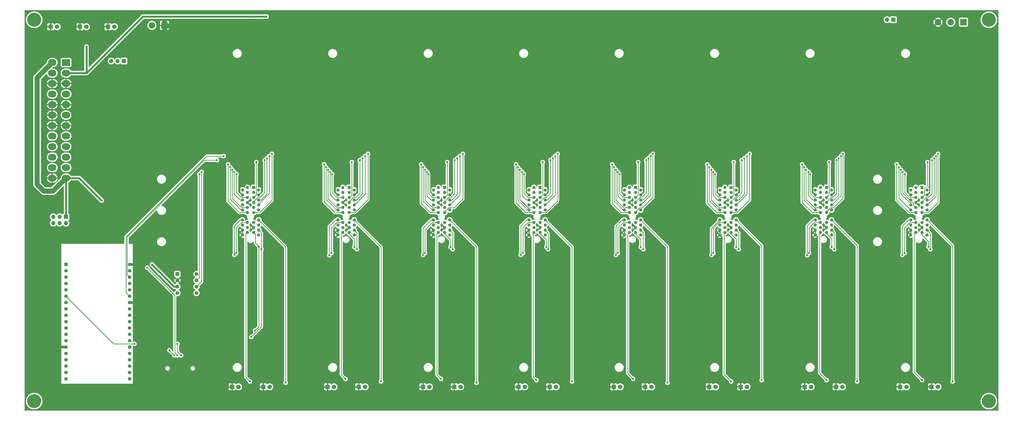
<source format=gbr>
%TF.GenerationSoftware,KiCad,Pcbnew,7.0.7*%
%TF.CreationDate,2024-11-29T17:58:44-06:00*%
%TF.ProjectId,updated_LOAF,75706461-7465-4645-9f4c-4f41462e6b69,rev?*%
%TF.SameCoordinates,PX2faf080PYee6b280*%
%TF.FileFunction,Copper,L2,Bot*%
%TF.FilePolarity,Positive*%
%FSLAX46Y46*%
G04 Gerber Fmt 4.6, Leading zero omitted, Abs format (unit mm)*
G04 Created by KiCad (PCBNEW 7.0.7) date 2024-11-29 17:58:44*
%MOMM*%
%LPD*%
G01*
G04 APERTURE LIST*
G04 Aperture macros list*
%AMRoundRect*
0 Rectangle with rounded corners*
0 $1 Rounding radius*
0 $2 $3 $4 $5 $6 $7 $8 $9 X,Y pos of 4 corners*
0 Add a 4 corners polygon primitive as box body*
4,1,4,$2,$3,$4,$5,$6,$7,$8,$9,$2,$3,0*
0 Add four circle primitives for the rounded corners*
1,1,$1+$1,$2,$3*
1,1,$1+$1,$4,$5*
1,1,$1+$1,$6,$7*
1,1,$1+$1,$8,$9*
0 Add four rect primitives between the rounded corners*
20,1,$1+$1,$2,$3,$4,$5,0*
20,1,$1+$1,$4,$5,$6,$7,0*
20,1,$1+$1,$6,$7,$8,$9,0*
20,1,$1+$1,$8,$9,$2,$3,0*%
G04 Aperture macros list end*
%TA.AperFunction,ComponentPad*%
%ADD10R,1.700000X1.700000*%
%TD*%
%TA.AperFunction,ComponentPad*%
%ADD11O,1.700000X1.700000*%
%TD*%
%TA.AperFunction,ComponentPad*%
%ADD12R,1.800000X1.800000*%
%TD*%
%TA.AperFunction,ComponentPad*%
%ADD13C,1.800000*%
%TD*%
%TA.AperFunction,ComponentPad*%
%ADD14C,5.600000*%
%TD*%
%TA.AperFunction,ComponentPad*%
%ADD15R,1.288000X1.288000*%
%TD*%
%TA.AperFunction,ComponentPad*%
%ADD16C,1.288000*%
%TD*%
%TA.AperFunction,ComponentPad*%
%ADD17RoundRect,0.250001X-1.399999X1.099999X-1.399999X-1.099999X1.399999X-1.099999X1.399999X1.099999X0*%
%TD*%
%TA.AperFunction,ComponentPad*%
%ADD18O,3.300000X2.700000*%
%TD*%
%TA.AperFunction,ComponentPad*%
%ADD19R,1.408000X1.408000*%
%TD*%
%TA.AperFunction,ComponentPad*%
%ADD20C,1.408000*%
%TD*%
%TA.AperFunction,ComponentPad*%
%ADD21R,2.600000X2.600000*%
%TD*%
%TA.AperFunction,ComponentPad*%
%ADD22C,2.600000*%
%TD*%
%TA.AperFunction,ComponentPad*%
%ADD23R,1.498600X1.498600*%
%TD*%
%TA.AperFunction,ComponentPad*%
%ADD24C,1.498600*%
%TD*%
%TA.AperFunction,ViaPad*%
%ADD25C,0.800000*%
%TD*%
%TA.AperFunction,Conductor*%
%ADD26C,0.250000*%
%TD*%
%TA.AperFunction,Conductor*%
%ADD27C,0.400000*%
%TD*%
%TA.AperFunction,Conductor*%
%ADD28C,1.000000*%
%TD*%
%TA.AperFunction,Conductor*%
%ADD29C,2.000000*%
%TD*%
%TA.AperFunction,Conductor*%
%ADD30C,0.750000*%
%TD*%
G04 APERTURE END LIST*
D10*
%TO.P,JP1,1,A*%
%TO.N,/CANL*%
X311955000Y192850000D03*
D11*
%TO.P,JP1,2,B*%
%TO.N,Net-(JP1-B)*%
X309415000Y192850000D03*
%TD*%
D12*
%TO.P,D11,1,K*%
%TO.N,GND*%
X136685000Y46165000D03*
D13*
%TO.P,D11,2,A*%
%TO.N,Net-(D11-A)*%
X139225000Y46165000D03*
%TD*%
D12*
%TO.P,D7,1,K*%
%TO.N,GND*%
X276534426Y46165000D03*
D13*
%TO.P,D7,2,A*%
%TO.N,Net-(D7-A)*%
X279074426Y46165000D03*
%TD*%
D14*
%TO.P,H3,1*%
%TO.N,N/C*%
X350050000Y40450000D03*
%TD*%
D12*
%TO.P,D15,1,K*%
%TO.N,GND*%
X289085000Y46165000D03*
D13*
%TO.P,D15,2,A*%
%TO.N,Net-(D15-A)*%
X291625000Y46165000D03*
%TD*%
D10*
%TO.P,J11,1,Pin_1*%
%TO.N,+3.3V*%
X-18265000Y114115000D03*
D11*
%TO.P,J11,2,Pin_2*%
%TO.N,ESP 3V3*%
X-18265000Y111575000D03*
%TO.P,J11,3,Pin_3*%
%TO.N,unconnected-(J11-Pin_3-Pad3)*%
X-20805000Y114115000D03*
%TO.P,J11,4,Pin_4*%
%TO.N,unconnected-(J11-Pin_4-Pad4)*%
X-20805000Y111575000D03*
%TO.P,J11,5,Pin_5*%
%TO.N,+5V*%
X-23345000Y114115000D03*
%TO.P,J11,6,Pin_6*%
%TO.N,ESP 5V*%
X-23345000Y111575000D03*
%TD*%
D12*
%TO.P,D16,1,K*%
%TO.N,GND*%
X327185000Y46165000D03*
D13*
%TO.P,D16,2,A*%
%TO.N,Net-(D16-A)*%
X329725000Y46165000D03*
%TD*%
D15*
%TO.P,J5,A1,A1*%
%TO.N,+12V*%
X170957142Y125827657D03*
D16*
%TO.P,J5,A2,A2*%
X172957142Y124827657D03*
%TO.P,J5,A3,A3*%
X170957142Y123827657D03*
%TO.P,J5,A4,A4*%
%TO.N,GND*%
X172957142Y122827657D03*
%TO.P,J5,A5,A5*%
%TO.N,/Spare5*%
X170957142Y121827657D03*
%TO.P,J5,A6,A6*%
%TO.N,/Spare6*%
X172957142Y120827657D03*
%TO.P,J5,A7,A7*%
%TO.N,/SCL*%
X170957142Y119827657D03*
%TO.P,J5,A8,A8*%
%TO.N,/SDA*%
X172957142Y118827657D03*
%TO.P,J5,A9,A9*%
%TO.N,+3.3V*%
X170957142Y117827657D03*
%TO.P,J5,A10,A10*%
X172957142Y116827657D03*
%TO.P,J5,A11,A11*%
%TO.N,/Spare7*%
X170957142Y115827657D03*
%TO.P,J5,A12,A12*%
%TO.N,Sl4Lt*%
X172957142Y112827657D03*
%TO.P,J5,A13,A13*%
%TO.N,+5V*%
X170957142Y111827657D03*
%TO.P,J5,A14,A14*%
X172957142Y110827657D03*
%TO.P,J5,A15,A15*%
%TO.N,GND*%
X170957142Y109827657D03*
%TO.P,J5,A16,A16*%
%TO.N,/EstpCh1*%
X172957142Y108827657D03*
%TO.P,J5,A17,A17*%
%TO.N,/EstpCh2*%
X170957142Y107827657D03*
%TO.P,J5,A18,A18*%
%TO.N,GND*%
X172957142Y106827657D03*
%TO.P,J5,B1,B1*%
%TO.N,+12V*%
X168457142Y125827657D03*
%TO.P,J5,B2,B2*%
X166457142Y124827657D03*
%TO.P,J5,B3,B3*%
X168457142Y123827657D03*
%TO.P,J5,B4,B4*%
%TO.N,GND*%
X166457142Y122827657D03*
%TO.P,J5,B5,B5*%
%TO.N,/CANH*%
X168457142Y121827657D03*
%TO.P,J5,B6,B6*%
%TO.N,/CANL*%
X166457142Y120827657D03*
%TO.P,J5,B7,B7*%
%TO.N,GND*%
X168457142Y119827657D03*
%TO.P,J5,B8,B8*%
%TO.N,+3.3V*%
X166457142Y118827657D03*
%TO.P,J5,B9,B9*%
%TO.N,/SYNC*%
X168457142Y117827657D03*
%TO.P,J5,B10,B10*%
%TO.N,/Spare1*%
X166457142Y116827657D03*
%TO.P,J5,B11,B11*%
%TO.N,/Spare2*%
X168457142Y115827657D03*
%TO.P,J5,B12,B12*%
%TO.N,/Spare3*%
X166457142Y112827657D03*
%TO.P,J5,B13,B13*%
%TO.N,/Spare4*%
X168457142Y111827657D03*
%TO.P,J5,B14,B14*%
%TO.N,+5V*%
X166457142Y110827657D03*
%TO.P,J5,B15,B15*%
X168457142Y109827657D03*
%TO.P,J5,B16,B16*%
%TO.N,GND*%
X166457142Y108827657D03*
%TO.P,J5,B17,B17*%
%TO.N,Sl4Prs*%
X168457142Y107827657D03*
%TO.P,J5,B18,B18*%
%TO.N,GND*%
X166457142Y106827657D03*
%TD*%
D17*
%TO.P,J3,1,+3.3V*%
%TO.N,+3.3V*%
X-18250000Y175750000D03*
D18*
%TO.P,J3,2,+3.3V*%
X-18250000Y171550000D03*
%TO.P,J3,3,GND*%
%TO.N,GND*%
X-18250000Y167350000D03*
%TO.P,J3,4,+5V*%
%TO.N,+5V*%
X-18250000Y163150000D03*
%TO.P,J3,5,GND*%
%TO.N,GND*%
X-18250000Y158950000D03*
%TO.P,J3,6,+5V*%
%TO.N,+5V*%
X-18250000Y154750000D03*
%TO.P,J3,7,GND*%
%TO.N,GND*%
X-18250000Y150550000D03*
%TO.P,J3,8,PWR_OK*%
%TO.N,unconnected-(J3-PWR_OK-Pad8)*%
X-18250000Y146350000D03*
%TO.P,J3,9,+5VSB*%
%TO.N,unconnected-(J3-+5VSB-Pad9)*%
X-18250000Y142150000D03*
%TO.P,J3,10,+12V*%
%TO.N,+12V*%
X-18250000Y137950000D03*
%TO.P,J3,11,+12V*%
X-18250000Y133750000D03*
%TO.P,J3,12,+3.3V*%
%TO.N,+3.3V*%
X-18250000Y129550000D03*
%TO.P,J3,13,+3.3V*%
X-23750000Y175750000D03*
%TO.P,J3,14,-12V*%
%TO.N,unconnected-(J3--12V-Pad14)*%
X-23750000Y171550000D03*
%TO.P,J3,15,GND*%
%TO.N,GND*%
X-23750000Y167350000D03*
%TO.P,J3,16,PS_ON#*%
%TO.N,unconnected-(J3-PS_ON#-Pad16)*%
X-23750000Y163150000D03*
%TO.P,J3,17,GND*%
%TO.N,GND*%
X-23750000Y158950000D03*
%TO.P,J3,18,GND*%
X-23750000Y154750000D03*
%TO.P,J3,19,GND*%
X-23750000Y150550000D03*
%TO.P,J3,20,NC*%
%TO.N,unconnected-(J3-NC-Pad20)*%
X-23750000Y146350000D03*
%TO.P,J3,21,+5V*%
%TO.N,+5V*%
X-23750000Y142150000D03*
%TO.P,J3,22,+5V*%
X-23750000Y137950000D03*
%TO.P,J3,23,+5V*%
X-23750000Y133750000D03*
%TO.P,J3,24,GND*%
%TO.N,GND*%
X-23750000Y129550000D03*
%TD*%
D12*
%TO.P,D14,1,K*%
%TO.N,GND*%
X250985000Y46165000D03*
D13*
%TO.P,D14,2,A*%
%TO.N,Net-(D14-A)*%
X253525000Y46165000D03*
%TD*%
D15*
%TO.P,J2,A1,A1*%
%TO.N,+12V*%
X94745714Y125827657D03*
D16*
%TO.P,J2,A2,A2*%
X96745714Y124827657D03*
%TO.P,J2,A3,A3*%
X94745714Y123827657D03*
%TO.P,J2,A4,A4*%
%TO.N,GND*%
X96745714Y122827657D03*
%TO.P,J2,A5,A5*%
%TO.N,/Spare5*%
X94745714Y121827657D03*
%TO.P,J2,A6,A6*%
%TO.N,/Spare6*%
X96745714Y120827657D03*
%TO.P,J2,A7,A7*%
%TO.N,/SCL*%
X94745714Y119827657D03*
%TO.P,J2,A8,A8*%
%TO.N,/SDA*%
X96745714Y118827657D03*
%TO.P,J2,A9,A9*%
%TO.N,+3.3V*%
X94745714Y117827657D03*
%TO.P,J2,A10,A10*%
X96745714Y116827657D03*
%TO.P,J2,A11,A11*%
%TO.N,/Spare7*%
X94745714Y115827657D03*
%TO.P,J2,A12,A12*%
%TO.N,Sl2Lt*%
X96745714Y112827657D03*
%TO.P,J2,A13,A13*%
%TO.N,+5V*%
X94745714Y111827657D03*
%TO.P,J2,A14,A14*%
X96745714Y110827657D03*
%TO.P,J2,A15,A15*%
%TO.N,GND*%
X94745714Y109827657D03*
%TO.P,J2,A16,A16*%
%TO.N,/EstpCh1*%
X96745714Y108827657D03*
%TO.P,J2,A17,A17*%
%TO.N,/EstpCh2*%
X94745714Y107827657D03*
%TO.P,J2,A18,A18*%
%TO.N,GND*%
X96745714Y106827657D03*
%TO.P,J2,B1,B1*%
%TO.N,+12V*%
X92245714Y125827657D03*
%TO.P,J2,B2,B2*%
X90245714Y124827657D03*
%TO.P,J2,B3,B3*%
X92245714Y123827657D03*
%TO.P,J2,B4,B4*%
%TO.N,GND*%
X90245714Y122827657D03*
%TO.P,J2,B5,B5*%
%TO.N,/CANH*%
X92245714Y121827657D03*
%TO.P,J2,B6,B6*%
%TO.N,/CANL*%
X90245714Y120827657D03*
%TO.P,J2,B7,B7*%
%TO.N,GND*%
X92245714Y119827657D03*
%TO.P,J2,B8,B8*%
%TO.N,+3.3V*%
X90245714Y118827657D03*
%TO.P,J2,B9,B9*%
%TO.N,/SYNC*%
X92245714Y117827657D03*
%TO.P,J2,B10,B10*%
%TO.N,/Spare1*%
X90245714Y116827657D03*
%TO.P,J2,B11,B11*%
%TO.N,/Spare2*%
X92245714Y115827657D03*
%TO.P,J2,B12,B12*%
%TO.N,/Spare3*%
X90245714Y112827657D03*
%TO.P,J2,B13,B13*%
%TO.N,/Spare4*%
X92245714Y111827657D03*
%TO.P,J2,B14,B14*%
%TO.N,+5V*%
X90245714Y110827657D03*
%TO.P,J2,B15,B15*%
X92245714Y109827657D03*
%TO.P,J2,B16,B16*%
%TO.N,GND*%
X90245714Y108827657D03*
%TO.P,J2,B17,B17*%
%TO.N,Sl2Prs*%
X92245714Y107827657D03*
%TO.P,J2,B18,B18*%
%TO.N,GND*%
X90245714Y106827657D03*
%TD*%
D12*
%TO.P,D6,1,K*%
%TO.N,GND*%
X238451855Y46165000D03*
D13*
%TO.P,D6,2,A*%
%TO.N,Net-(D6-A)*%
X240991855Y46165000D03*
%TD*%
D15*
%TO.P,J4,A1,A1*%
%TO.N,+12V*%
X132851428Y125827657D03*
D16*
%TO.P,J4,A2,A2*%
X134851428Y124827657D03*
%TO.P,J4,A3,A3*%
X132851428Y123827657D03*
%TO.P,J4,A4,A4*%
%TO.N,GND*%
X134851428Y122827657D03*
%TO.P,J4,A5,A5*%
%TO.N,/Spare5*%
X132851428Y121827657D03*
%TO.P,J4,A6,A6*%
%TO.N,/Spare6*%
X134851428Y120827657D03*
%TO.P,J4,A7,A7*%
%TO.N,/SCL*%
X132851428Y119827657D03*
%TO.P,J4,A8,A8*%
%TO.N,/SDA*%
X134851428Y118827657D03*
%TO.P,J4,A9,A9*%
%TO.N,+3.3V*%
X132851428Y117827657D03*
%TO.P,J4,A10,A10*%
X134851428Y116827657D03*
%TO.P,J4,A11,A11*%
%TO.N,/Spare7*%
X132851428Y115827657D03*
%TO.P,J4,A12,A12*%
%TO.N,Sl3Lt*%
X134851428Y112827657D03*
%TO.P,J4,A13,A13*%
%TO.N,+5V*%
X132851428Y111827657D03*
%TO.P,J4,A14,A14*%
X134851428Y110827657D03*
%TO.P,J4,A15,A15*%
%TO.N,GND*%
X132851428Y109827657D03*
%TO.P,J4,A16,A16*%
%TO.N,/EstpCh1*%
X134851428Y108827657D03*
%TO.P,J4,A17,A17*%
%TO.N,/EstpCh2*%
X132851428Y107827657D03*
%TO.P,J4,A18,A18*%
%TO.N,GND*%
X134851428Y106827657D03*
%TO.P,J4,B1,B1*%
%TO.N,+12V*%
X130351428Y125827657D03*
%TO.P,J4,B2,B2*%
X128351428Y124827657D03*
%TO.P,J4,B3,B3*%
X130351428Y123827657D03*
%TO.P,J4,B4,B4*%
%TO.N,GND*%
X128351428Y122827657D03*
%TO.P,J4,B5,B5*%
%TO.N,/CANH*%
X130351428Y121827657D03*
%TO.P,J4,B6,B6*%
%TO.N,/CANL*%
X128351428Y120827657D03*
%TO.P,J4,B7,B7*%
%TO.N,GND*%
X130351428Y119827657D03*
%TO.P,J4,B8,B8*%
%TO.N,+3.3V*%
X128351428Y118827657D03*
%TO.P,J4,B9,B9*%
%TO.N,/SYNC*%
X130351428Y117827657D03*
%TO.P,J4,B10,B10*%
%TO.N,/Spare1*%
X128351428Y116827657D03*
%TO.P,J4,B11,B11*%
%TO.N,/Spare2*%
X130351428Y115827657D03*
%TO.P,J4,B12,B12*%
%TO.N,/Spare3*%
X128351428Y112827657D03*
%TO.P,J4,B13,B13*%
%TO.N,/Spare4*%
X130351428Y111827657D03*
%TO.P,J4,B14,B14*%
%TO.N,+5V*%
X128351428Y110827657D03*
%TO.P,J4,B15,B15*%
X130351428Y109827657D03*
%TO.P,J4,B16,B16*%
%TO.N,GND*%
X128351428Y108827657D03*
%TO.P,J4,B17,B17*%
%TO.N,Sl3Prs*%
X130351428Y107827657D03*
%TO.P,J4,B18,B18*%
%TO.N,GND*%
X128351428Y106827657D03*
%TD*%
D12*
%TO.P,D10,1,K*%
%TO.N,GND*%
X98585000Y46165000D03*
D13*
%TO.P,D10,2,A*%
%TO.N,Net-(D10-A)*%
X101125000Y46165000D03*
%TD*%
D12*
%TO.P,D8,1,K*%
%TO.N,GND*%
X314617000Y46165000D03*
D13*
%TO.P,D8,2,A*%
%TO.N,Net-(D8-A)*%
X317157000Y46165000D03*
%TD*%
D19*
%TO.P,U1,J2_1,3V3*%
%TO.N,ESP 3V3*%
X-18250000Y95035000D03*
D20*
%TO.P,U1,J2_2,EN*%
%TO.N,unconnected-(U1-EN-PadJ2_2)*%
X-18250000Y92495000D03*
%TO.P,U1,J2_3,SENSOR_VP*%
%TO.N,unconnected-(U1-SENSOR_VP-PadJ2_3)*%
X-18250000Y89955000D03*
%TO.P,U1,J2_4,SENSOR_VN*%
%TO.N,unconnected-(U1-SENSOR_VN-PadJ2_4)*%
X-18250000Y87415000D03*
%TO.P,U1,J2_5,IO34*%
%TO.N,CLK*%
X-18250000Y84875000D03*
%TO.P,U1,J2_6,IO35*%
%TO.N,MOSI*%
X-18250000Y82335000D03*
%TO.P,U1,J2_7,IO32*%
%TO.N,MISO*%
X-18250000Y79795000D03*
%TO.P,U1,J2_8,IO33*%
%TO.N,CS*%
X-18250000Y77255000D03*
%TO.P,U1,J2_9,IO25*%
%TO.N,unconnected-(U1-IO25-PadJ2_9)*%
X-18250000Y74715000D03*
%TO.P,U1,J2_10,IO26*%
%TO.N,unconnected-(U1-IO26-PadJ2_10)*%
X-18250000Y72175000D03*
%TO.P,U1,J2_11,IO27*%
%TO.N,unconnected-(U1-IO27-PadJ2_11)*%
X-18250000Y69635000D03*
%TO.P,U1,J2_12,IO14*%
%TO.N,unconnected-(U1-IO14-PadJ2_12)*%
X-18250000Y67095000D03*
%TO.P,U1,J2_13,IO12*%
%TO.N,unconnected-(U1-IO12-PadJ2_13)*%
X-18250000Y64555000D03*
%TO.P,U1,J2_14,GND_J2_14*%
%TO.N,GND*%
X-18250000Y62015000D03*
%TO.P,U1,J2_15,IO13*%
%TO.N,unconnected-(U1-IO13-PadJ2_15)*%
X-18250000Y59475000D03*
%TO.P,U1,J2_16,SD2*%
%TO.N,unconnected-(U1-SD2-PadJ2_16)*%
X-18250000Y56935000D03*
%TO.P,U1,J2_17,SD3*%
%TO.N,unconnected-(U1-SD3-PadJ2_17)*%
X-18250000Y54395000D03*
%TO.P,U1,J2_18,CMD*%
%TO.N,unconnected-(U1-CMD-PadJ2_18)*%
X-18250000Y51855000D03*
%TO.P,U1,J2_19,EXT_5V*%
%TO.N,ESP 5V*%
X-18250000Y49315000D03*
%TO.P,U1,J3_1,GND_J3_1*%
%TO.N,GND*%
X7150000Y95035000D03*
%TO.P,U1,J3_2,IO23*%
%TO.N,unconnected-(U1-IO23-PadJ3_2)*%
X7150000Y92495000D03*
%TO.P,U1,J3_3,IO22*%
%TO.N,/SCL*%
X7150000Y89955000D03*
%TO.P,U1,J3_4,TXD0*%
%TO.N,unconnected-(U1-TXD0-PadJ3_4)*%
X7150000Y87415000D03*
%TO.P,U1,J3_5,RXD0*%
%TO.N,unconnected-(U1-RXD0-PadJ3_5)*%
X7150000Y84875000D03*
%TO.P,U1,J3_6,IO21*%
%TO.N,/SDA*%
X7150000Y82335000D03*
%TO.P,U1,J3_7,GND_J3_7*%
%TO.N,GND*%
X7150000Y79795000D03*
%TO.P,U1,J3_8,IO19*%
%TO.N,/TX*%
X7150000Y77255000D03*
%TO.P,U1,J3_9,IO18*%
%TO.N,/RX*%
X7150000Y74715000D03*
%TO.P,U1,J3_10,IO5*%
%TO.N,unconnected-(U1-IO5-PadJ3_10)*%
X7150000Y72175000D03*
%TO.P,U1,J3_11,IO17*%
%TO.N,unconnected-(U1-IO17-PadJ3_11)*%
X7150000Y69635000D03*
%TO.P,U1,J3_12,IO16*%
%TO.N,unconnected-(U1-IO16-PadJ3_12)*%
X7150000Y67095000D03*
%TO.P,U1,J3_13,IO4*%
%TO.N,unconnected-(U1-IO4-PadJ3_13)*%
X7150000Y64555000D03*
%TO.P,U1,J3_14,IO0*%
%TO.N,/EstpCh1*%
X7150000Y62015000D03*
%TO.P,U1,J3_15,IO2*%
%TO.N,/EstpCh2*%
X7150000Y59475000D03*
%TO.P,U1,J3_16,IO15*%
%TO.N,unconnected-(U1-IO15-PadJ3_16)*%
X7150000Y56935000D03*
%TO.P,U1,J3_17,SD1*%
%TO.N,unconnected-(U1-SD1-PadJ3_17)*%
X7150000Y54395000D03*
%TO.P,U1,J3_18,SD0*%
%TO.N,unconnected-(U1-SD0-PadJ3_18)*%
X7150000Y51855000D03*
%TO.P,U1,J3_19,CLK*%
%TO.N,unconnected-(U1-CLK-PadJ3_19)*%
X7150000Y49315000D03*
%TD*%
D15*
%TO.P,J8,A1,A1*%
%TO.N,+12V*%
X285274284Y125827657D03*
D16*
%TO.P,J8,A2,A2*%
X287274284Y124827657D03*
%TO.P,J8,A3,A3*%
X285274284Y123827657D03*
%TO.P,J8,A4,A4*%
%TO.N,GND*%
X287274284Y122827657D03*
%TO.P,J8,A5,A5*%
%TO.N,/Spare5*%
X285274284Y121827657D03*
%TO.P,J8,A6,A6*%
%TO.N,/Spare6*%
X287274284Y120827657D03*
%TO.P,J8,A7,A7*%
%TO.N,/SCL*%
X285274284Y119827657D03*
%TO.P,J8,A8,A8*%
%TO.N,/SDA*%
X287274284Y118827657D03*
%TO.P,J8,A9,A9*%
%TO.N,+3.3V*%
X285274284Y117827657D03*
%TO.P,J8,A10,A10*%
X287274284Y116827657D03*
%TO.P,J8,A11,A11*%
%TO.N,/Spare7*%
X285274284Y115827657D03*
%TO.P,J8,A12,A12*%
%TO.N,Sl7Lt*%
X287274284Y112827657D03*
%TO.P,J8,A13,A13*%
%TO.N,+5V*%
X285274284Y111827657D03*
%TO.P,J8,A14,A14*%
X287274284Y110827657D03*
%TO.P,J8,A15,A15*%
%TO.N,GND*%
X285274284Y109827657D03*
%TO.P,J8,A16,A16*%
%TO.N,/EstpCh1*%
X287274284Y108827657D03*
%TO.P,J8,A17,A17*%
%TO.N,/EstpCh2*%
X285274284Y107827657D03*
%TO.P,J8,A18,A18*%
%TO.N,GND*%
X287274284Y106827657D03*
%TO.P,J8,B1,B1*%
%TO.N,+12V*%
X282774284Y125827657D03*
%TO.P,J8,B2,B2*%
X280774284Y124827657D03*
%TO.P,J8,B3,B3*%
X282774284Y123827657D03*
%TO.P,J8,B4,B4*%
%TO.N,GND*%
X280774284Y122827657D03*
%TO.P,J8,B5,B5*%
%TO.N,/CANH*%
X282774284Y121827657D03*
%TO.P,J8,B6,B6*%
%TO.N,/CANL*%
X280774284Y120827657D03*
%TO.P,J8,B7,B7*%
%TO.N,GND*%
X282774284Y119827657D03*
%TO.P,J8,B8,B8*%
%TO.N,+3.3V*%
X280774284Y118827657D03*
%TO.P,J8,B9,B9*%
%TO.N,/SYNC*%
X282774284Y117827657D03*
%TO.P,J8,B10,B10*%
%TO.N,/Spare1*%
X280774284Y116827657D03*
%TO.P,J8,B11,B11*%
%TO.N,/Spare2*%
X282774284Y115827657D03*
%TO.P,J8,B12,B12*%
%TO.N,/Spare3*%
X280774284Y112827657D03*
%TO.P,J8,B13,B13*%
%TO.N,/Spare4*%
X282774284Y111827657D03*
%TO.P,J8,B14,B14*%
%TO.N,+5V*%
X280774284Y110827657D03*
%TO.P,J8,B15,B15*%
X282774284Y109827657D03*
%TO.P,J8,B16,B16*%
%TO.N,GND*%
X280774284Y108827657D03*
%TO.P,J8,B17,B17*%
%TO.N,Sl7Prs*%
X282774284Y107827657D03*
%TO.P,J8,B18,B18*%
%TO.N,GND*%
X280774284Y106827657D03*
%TD*%
D12*
%TO.P,D18,1,K*%
%TO.N,GND*%
X-12667000Y190056000D03*
D13*
%TO.P,D18,2,A*%
%TO.N,Net-(D18-A)*%
X-10127000Y190056000D03*
%TD*%
D14*
%TO.P,H1,1*%
%TO.N,N/C*%
X-30950000Y192850000D03*
%TD*%
%TO.P,H4,1*%
%TO.N,N/C*%
X-30950000Y40450000D03*
%TD*%
D12*
%TO.P,D13,1,K*%
%TO.N,GND*%
X212885000Y46165000D03*
D13*
%TO.P,D13,2,A*%
%TO.N,Net-(D13-A)*%
X215425000Y46165000D03*
%TD*%
D12*
%TO.P,D2,1,K*%
%TO.N,GND*%
X86121571Y46165000D03*
D13*
%TO.P,D2,2,A*%
%TO.N,Net-(D2-A)*%
X88661571Y46165000D03*
%TD*%
D21*
%TO.P,J9,1,Pin_1*%
%TO.N,GND*%
X21040000Y190615000D03*
D22*
%TO.P,J9,2,Pin_2*%
%TO.N,Net-(J9-Pin_2)*%
X16040000Y190615000D03*
%TD*%
D14*
%TO.P,H2,1*%
%TO.N,N/C*%
X350050000Y192850000D03*
%TD*%
D12*
%TO.P,D17,1,K*%
%TO.N,GND*%
X-24351000Y190056000D03*
D13*
%TO.P,D17,2,A*%
%TO.N,Net-(D17-A)*%
X-21811000Y190056000D03*
%TD*%
D23*
%TO.P,U2,1,TXD*%
%TO.N,/TX*%
X26200000Y91250000D03*
D24*
%TO.P,U2,2,VSS*%
%TO.N,GND*%
X26200000Y88710000D03*
%TO.P,U2,3,VDD*%
%TO.N,+5V*%
X26200000Y86170000D03*
%TO.P,U2,4,RXD*%
%TO.N,/RX*%
X26200000Y83630000D03*
%TO.P,U2,5,SPLIT*%
%TO.N,/SPLIT*%
X33820000Y83630000D03*
%TO.P,U2,6,CANL*%
%TO.N,/CANL*%
X33820000Y86170000D03*
%TO.P,U2,7,CANH*%
%TO.N,/CANH*%
X33820000Y88710000D03*
%TO.P,U2,8,STBY*%
%TO.N,/STBY*%
X33820000Y91250000D03*
%TD*%
D15*
%TO.P,J6,A1,A1*%
%TO.N,+12V*%
X209062856Y125827657D03*
D16*
%TO.P,J6,A2,A2*%
X211062856Y124827657D03*
%TO.P,J6,A3,A3*%
X209062856Y123827657D03*
%TO.P,J6,A4,A4*%
%TO.N,GND*%
X211062856Y122827657D03*
%TO.P,J6,A5,A5*%
%TO.N,/Spare5*%
X209062856Y121827657D03*
%TO.P,J6,A6,A6*%
%TO.N,/Spare6*%
X211062856Y120827657D03*
%TO.P,J6,A7,A7*%
%TO.N,/SCL*%
X209062856Y119827657D03*
%TO.P,J6,A8,A8*%
%TO.N,/SDA*%
X211062856Y118827657D03*
%TO.P,J6,A9,A9*%
%TO.N,+3.3V*%
X209062856Y117827657D03*
%TO.P,J6,A10,A10*%
X211062856Y116827657D03*
%TO.P,J6,A11,A11*%
%TO.N,/Spare7*%
X209062856Y115827657D03*
%TO.P,J6,A12,A12*%
%TO.N,Sl5Lt*%
X211062856Y112827657D03*
%TO.P,J6,A13,A13*%
%TO.N,+5V*%
X209062856Y111827657D03*
%TO.P,J6,A14,A14*%
X211062856Y110827657D03*
%TO.P,J6,A15,A15*%
%TO.N,GND*%
X209062856Y109827657D03*
%TO.P,J6,A16,A16*%
%TO.N,/EstpCh1*%
X211062856Y108827657D03*
%TO.P,J6,A17,A17*%
%TO.N,/EstpCh2*%
X209062856Y107827657D03*
%TO.P,J6,A18,A18*%
%TO.N,GND*%
X211062856Y106827657D03*
%TO.P,J6,B1,B1*%
%TO.N,+12V*%
X206562856Y125827657D03*
%TO.P,J6,B2,B2*%
X204562856Y124827657D03*
%TO.P,J6,B3,B3*%
X206562856Y123827657D03*
%TO.P,J6,B4,B4*%
%TO.N,GND*%
X204562856Y122827657D03*
%TO.P,J6,B5,B5*%
%TO.N,/CANH*%
X206562856Y121827657D03*
%TO.P,J6,B6,B6*%
%TO.N,/CANL*%
X204562856Y120827657D03*
%TO.P,J6,B7,B7*%
%TO.N,GND*%
X206562856Y119827657D03*
%TO.P,J6,B8,B8*%
%TO.N,+3.3V*%
X204562856Y118827657D03*
%TO.P,J6,B9,B9*%
%TO.N,/SYNC*%
X206562856Y117827657D03*
%TO.P,J6,B10,B10*%
%TO.N,/Spare1*%
X204562856Y116827657D03*
%TO.P,J6,B11,B11*%
%TO.N,/Spare2*%
X206562856Y115827657D03*
%TO.P,J6,B12,B12*%
%TO.N,/Spare3*%
X204562856Y112827657D03*
%TO.P,J6,B13,B13*%
%TO.N,/Spare4*%
X206562856Y111827657D03*
%TO.P,J6,B14,B14*%
%TO.N,+5V*%
X204562856Y110827657D03*
%TO.P,J6,B15,B15*%
X206562856Y109827657D03*
%TO.P,J6,B16,B16*%
%TO.N,GND*%
X204562856Y108827657D03*
%TO.P,J6,B17,B17*%
%TO.N,Sl5Prs*%
X206562856Y107827657D03*
%TO.P,J6,B18,B18*%
%TO.N,GND*%
X204562856Y106827657D03*
%TD*%
D12*
%TO.P,D19,1,K*%
%TO.N,GND*%
X-1491000Y190056000D03*
D13*
%TO.P,D19,2,A*%
%TO.N,Net-(D19-A)*%
X1049000Y190056000D03*
%TD*%
D21*
%TO.P,J12,1,Pin_1*%
%TO.N,/CANH*%
X339895000Y191885000D03*
D22*
%TO.P,J12,2,Pin_2*%
%TO.N,/CANL*%
X334815000Y191885000D03*
%TO.P,J12,3,Pin_3*%
%TO.N,GND*%
X329735000Y191885000D03*
%TD*%
D12*
%TO.P,D4,1,K*%
%TO.N,GND*%
X162286713Y46165000D03*
D13*
%TO.P,D4,2,A*%
%TO.N,Net-(D4-A)*%
X164826713Y46165000D03*
%TD*%
D12*
%TO.P,D5,1,K*%
%TO.N,GND*%
X200369284Y46165000D03*
D13*
%TO.P,D5,2,A*%
%TO.N,Net-(D5-A)*%
X202909284Y46165000D03*
%TD*%
D15*
%TO.P,J1,A1,A1*%
%TO.N,+12V*%
X56640000Y125827657D03*
D16*
%TO.P,J1,A2,A2*%
X58640000Y124827657D03*
%TO.P,J1,A3,A3*%
X56640000Y123827657D03*
%TO.P,J1,A4,A4*%
%TO.N,GND*%
X58640000Y122827657D03*
%TO.P,J1,A5,A5*%
%TO.N,/Spare5*%
X56640000Y121827657D03*
%TO.P,J1,A6,A6*%
%TO.N,/Spare6*%
X58640000Y120827657D03*
%TO.P,J1,A7,A7*%
%TO.N,/SCL*%
X56640000Y119827657D03*
%TO.P,J1,A8,A8*%
%TO.N,/SDA*%
X58640000Y118827657D03*
%TO.P,J1,A9,A9*%
%TO.N,+3.3V*%
X56640000Y117827657D03*
%TO.P,J1,A10,A10*%
X58640000Y116827657D03*
%TO.P,J1,A11,A11*%
%TO.N,/Spare7*%
X56640000Y115827657D03*
%TO.P,J1,A12,A12*%
%TO.N,Sl1Lt*%
X58640000Y112827657D03*
%TO.P,J1,A13,A13*%
%TO.N,+5V*%
X56640000Y111827657D03*
%TO.P,J1,A14,A14*%
X58640000Y110827657D03*
%TO.P,J1,A15,A15*%
%TO.N,GND*%
X56640000Y109827657D03*
%TO.P,J1,A16,A16*%
%TO.N,/EstpCh1*%
X58640000Y108827657D03*
%TO.P,J1,A17,A17*%
%TO.N,/EstpCh2*%
X56640000Y107827657D03*
%TO.P,J1,A18,A18*%
%TO.N,GND*%
X58640000Y106827657D03*
%TO.P,J1,B1,B1*%
%TO.N,+12V*%
X54140000Y125827657D03*
%TO.P,J1,B2,B2*%
X52140000Y124827657D03*
%TO.P,J1,B3,B3*%
X54140000Y123827657D03*
%TO.P,J1,B4,B4*%
%TO.N,GND*%
X52140000Y122827657D03*
%TO.P,J1,B5,B5*%
%TO.N,/CANH*%
X54140000Y121827657D03*
%TO.P,J1,B6,B6*%
%TO.N,/CANL*%
X52140000Y120827657D03*
%TO.P,J1,B7,B7*%
%TO.N,GND*%
X54140000Y119827657D03*
%TO.P,J1,B8,B8*%
%TO.N,+3.3V*%
X52140000Y118827657D03*
%TO.P,J1,B9,B9*%
%TO.N,/SYNC*%
X54140000Y117827657D03*
%TO.P,J1,B10,B10*%
%TO.N,/Spare1*%
X52140000Y116827657D03*
%TO.P,J1,B11,B11*%
%TO.N,/Spare2*%
X54140000Y115827657D03*
%TO.P,J1,B12,B12*%
%TO.N,/Spare3*%
X52140000Y112827657D03*
%TO.P,J1,B13,B13*%
%TO.N,/Spare4*%
X54140000Y111827657D03*
%TO.P,J1,B14,B14*%
%TO.N,+5V*%
X52140000Y110827657D03*
%TO.P,J1,B15,B15*%
X54140000Y109827657D03*
%TO.P,J1,B16,B16*%
%TO.N,GND*%
X52140000Y108827657D03*
%TO.P,J1,B17,B17*%
%TO.N,Sl1Prs*%
X54140000Y107827657D03*
%TO.P,J1,B18,B18*%
%TO.N,GND*%
X52140000Y106827657D03*
%TD*%
D12*
%TO.P,D3,1,K*%
%TO.N,GND*%
X124204142Y46165000D03*
D13*
%TO.P,D3,2,A*%
%TO.N,Net-(D3-A)*%
X126744142Y46165000D03*
%TD*%
D12*
%TO.P,D12,1,K*%
%TO.N,GND*%
X174785000Y46165000D03*
D13*
%TO.P,D12,2,A*%
%TO.N,Net-(D12-A)*%
X177325000Y46165000D03*
%TD*%
D12*
%TO.P,D1,1,K*%
%TO.N,GND*%
X48039000Y46165000D03*
D13*
%TO.P,D1,2,A*%
%TO.N,Net-(D1-A)*%
X50579000Y46165000D03*
%TD*%
D12*
%TO.P,D9,1,K*%
%TO.N,GND*%
X60485000Y46165000D03*
D13*
%TO.P,D9,2,A*%
%TO.N,Net-(D9-A)*%
X63025000Y46165000D03*
%TD*%
D10*
%TO.P,JP2,1,A*%
%TO.N,+12V*%
X4864000Y176340000D03*
D11*
%TO.P,JP2,2,C*%
%TO.N,Net-(J9-Pin_2)*%
X2324000Y176340000D03*
%TO.P,JP2,3,B*%
%TO.N,+5V*%
X-216000Y176340000D03*
%TD*%
D15*
%TO.P,J7,A1,A1*%
%TO.N,+12V*%
X247168570Y125827657D03*
D16*
%TO.P,J7,A2,A2*%
X249168570Y124827657D03*
%TO.P,J7,A3,A3*%
X247168570Y123827657D03*
%TO.P,J7,A4,A4*%
%TO.N,GND*%
X249168570Y122827657D03*
%TO.P,J7,A5,A5*%
%TO.N,/Spare5*%
X247168570Y121827657D03*
%TO.P,J7,A6,A6*%
%TO.N,/Spare6*%
X249168570Y120827657D03*
%TO.P,J7,A7,A7*%
%TO.N,/SCL*%
X247168570Y119827657D03*
%TO.P,J7,A8,A8*%
%TO.N,/SDA*%
X249168570Y118827657D03*
%TO.P,J7,A9,A9*%
%TO.N,+3.3V*%
X247168570Y117827657D03*
%TO.P,J7,A10,A10*%
X249168570Y116827657D03*
%TO.P,J7,A11,A11*%
%TO.N,/Spare7*%
X247168570Y115827657D03*
%TO.P,J7,A12,A12*%
%TO.N,Sl6Lt*%
X249168570Y112827657D03*
%TO.P,J7,A13,A13*%
%TO.N,+5V*%
X247168570Y111827657D03*
%TO.P,J7,A14,A14*%
X249168570Y110827657D03*
%TO.P,J7,A15,A15*%
%TO.N,GND*%
X247168570Y109827657D03*
%TO.P,J7,A16,A16*%
%TO.N,/EstpCh1*%
X249168570Y108827657D03*
%TO.P,J7,A17,A17*%
%TO.N,/EstpCh2*%
X247168570Y107827657D03*
%TO.P,J7,A18,A18*%
%TO.N,GND*%
X249168570Y106827657D03*
%TO.P,J7,B1,B1*%
%TO.N,+12V*%
X244668570Y125827657D03*
%TO.P,J7,B2,B2*%
X242668570Y124827657D03*
%TO.P,J7,B3,B3*%
X244668570Y123827657D03*
%TO.P,J7,B4,B4*%
%TO.N,GND*%
X242668570Y122827657D03*
%TO.P,J7,B5,B5*%
%TO.N,/CANH*%
X244668570Y121827657D03*
%TO.P,J7,B6,B6*%
%TO.N,/CANL*%
X242668570Y120827657D03*
%TO.P,J7,B7,B7*%
%TO.N,GND*%
X244668570Y119827657D03*
%TO.P,J7,B8,B8*%
%TO.N,+3.3V*%
X242668570Y118827657D03*
%TO.P,J7,B9,B9*%
%TO.N,/SYNC*%
X244668570Y117827657D03*
%TO.P,J7,B10,B10*%
%TO.N,/Spare1*%
X242668570Y116827657D03*
%TO.P,J7,B11,B11*%
%TO.N,/Spare2*%
X244668570Y115827657D03*
%TO.P,J7,B12,B12*%
%TO.N,/Spare3*%
X242668570Y112827657D03*
%TO.P,J7,B13,B13*%
%TO.N,/Spare4*%
X244668570Y111827657D03*
%TO.P,J7,B14,B14*%
%TO.N,+5V*%
X242668570Y110827657D03*
%TO.P,J7,B15,B15*%
X244668570Y109827657D03*
%TO.P,J7,B16,B16*%
%TO.N,GND*%
X242668570Y108827657D03*
%TO.P,J7,B17,B17*%
%TO.N,Sl6Prs*%
X244668570Y107827657D03*
%TO.P,J7,B18,B18*%
%TO.N,GND*%
X242668570Y106827657D03*
%TD*%
D15*
%TO.P,J10,A1,A1*%
%TO.N,+12V*%
X323380000Y125827657D03*
D16*
%TO.P,J10,A2,A2*%
X325380000Y124827657D03*
%TO.P,J10,A3,A3*%
X323380000Y123827657D03*
%TO.P,J10,A4,A4*%
%TO.N,GND*%
X325380000Y122827657D03*
%TO.P,J10,A5,A5*%
%TO.N,/Spare5*%
X323380000Y121827657D03*
%TO.P,J10,A6,A6*%
%TO.N,/Spare6*%
X325380000Y120827657D03*
%TO.P,J10,A7,A7*%
%TO.N,/SCL*%
X323380000Y119827657D03*
%TO.P,J10,A8,A8*%
%TO.N,/SDA*%
X325380000Y118827657D03*
%TO.P,J10,A9,A9*%
%TO.N,+3.3V*%
X323380000Y117827657D03*
%TO.P,J10,A10,A10*%
X325380000Y116827657D03*
%TO.P,J10,A11,A11*%
%TO.N,/Spare7*%
X323380000Y115827657D03*
%TO.P,J10,A12,A12*%
%TO.N,Sl8Lt*%
X325380000Y112827657D03*
%TO.P,J10,A13,A13*%
%TO.N,+5V*%
X323380000Y111827657D03*
%TO.P,J10,A14,A14*%
X325380000Y110827657D03*
%TO.P,J10,A15,A15*%
%TO.N,GND*%
X323380000Y109827657D03*
%TO.P,J10,A16,A16*%
%TO.N,/EstpCh1*%
X325380000Y108827657D03*
%TO.P,J10,A17,A17*%
%TO.N,/EstpCh2*%
X323380000Y107827657D03*
%TO.P,J10,A18,A18*%
%TO.N,GND*%
X325380000Y106827657D03*
%TO.P,J10,B1,B1*%
%TO.N,+12V*%
X320880000Y125827657D03*
%TO.P,J10,B2,B2*%
X318880000Y124827657D03*
%TO.P,J10,B3,B3*%
X320880000Y123827657D03*
%TO.P,J10,B4,B4*%
%TO.N,GND*%
X318880000Y122827657D03*
%TO.P,J10,B5,B5*%
%TO.N,/CANH*%
X320880000Y121827657D03*
%TO.P,J10,B6,B6*%
%TO.N,/CANL*%
X318880000Y120827657D03*
%TO.P,J10,B7,B7*%
%TO.N,GND*%
X320880000Y119827657D03*
%TO.P,J10,B8,B8*%
%TO.N,+3.3V*%
X318880000Y118827657D03*
%TO.P,J10,B9,B9*%
%TO.N,/SYNC*%
X320880000Y117827657D03*
%TO.P,J10,B10,B10*%
%TO.N,/Spare1*%
X318880000Y116827657D03*
%TO.P,J10,B11,B11*%
%TO.N,/Spare2*%
X320880000Y115827657D03*
%TO.P,J10,B12,B12*%
%TO.N,/Spare3*%
X318880000Y112827657D03*
%TO.P,J10,B13,B13*%
%TO.N,/Spare4*%
X320880000Y111827657D03*
%TO.P,J10,B14,B14*%
%TO.N,+5V*%
X318880000Y110827657D03*
%TO.P,J10,B15,B15*%
X320880000Y109827657D03*
%TO.P,J10,B16,B16*%
%TO.N,GND*%
X318880000Y108827657D03*
%TO.P,J10,B17,B17*%
%TO.N,Sl8Prs*%
X320880000Y107827657D03*
%TO.P,J10,B18,B18*%
%TO.N,GND*%
X318880000Y106827657D03*
%TD*%
D25*
%TO.N,/Spare5*%
X286296000Y135954000D03*
X133896000Y135954000D03*
X325539000Y135954000D03*
X210096000Y135954000D03*
X95796000Y135954000D03*
X248196000Y135954000D03*
X171996000Y135954000D03*
X57696000Y135954000D03*
%TO.N,/Spare6*%
X61887000Y137478000D03*
X328206000Y137478000D03*
X100114000Y137478000D03*
X252387000Y137478000D03*
X214160000Y137478000D03*
X176060000Y137478000D03*
X137833000Y137478000D03*
X290106000Y137478000D03*
%TO.N,GND*%
X31280000Y64580000D03*
X-18250000Y41085000D03*
X18580000Y48705000D03*
X332270000Y122746000D03*
X101130000Y189040000D03*
X42710000Y91250000D03*
X23660000Y58750500D03*
X36360000Y48705000D03*
X45758000Y108776000D03*
%TO.N,/Spare7*%
X140119000Y139256000D03*
X329730000Y139256000D03*
X63919000Y139256000D03*
X254546000Y139256000D03*
X291757000Y139256000D03*
X177965000Y139256000D03*
X215938000Y139256000D03*
X102273000Y139256000D03*
%TO.N,/SYNC*%
X277025000Y132906000D03*
X125006000Y132906000D03*
X201206000Y132906000D03*
X48044000Y132906000D03*
X239306000Y132906000D03*
X314871000Y132906000D03*
X86271000Y132906000D03*
X162852000Y132906000D03*
%TO.N,/Spare1*%
X124244000Y133922000D03*
X85509000Y133922000D03*
X314109000Y133922000D03*
X276263000Y133922000D03*
X238417000Y133922000D03*
X47282000Y133922000D03*
X162090000Y133922000D03*
X200444000Y133922000D03*
%TO.N,/Spare2*%
X275501000Y135065000D03*
X199682000Y135065000D03*
X123482000Y135065000D03*
X46393000Y135065000D03*
X161328000Y135065000D03*
X313220000Y135065000D03*
X237655000Y135065000D03*
X84747000Y135065000D03*
%TO.N,/Spare3*%
X239306000Y98870000D03*
X315506000Y98870000D03*
X48933000Y98870000D03*
X163233000Y98870000D03*
X86779000Y98743000D03*
X201206000Y98870000D03*
X124244000Y98870000D03*
X277533000Y98743000D03*
%TO.N,+5V*%
X16040000Y95060000D03*
%TO.N,/Spare4*%
X125006000Y99632000D03*
X201930500Y99632000D03*
X240068000Y99632000D03*
X164122000Y99632000D03*
X278257500Y99632000D03*
X49657500Y99594500D03*
X87668000Y99632000D03*
X316395000Y99632000D03*
%TO.N,/CANL*%
X87160000Y132017000D03*
X315633000Y132017000D03*
X48806000Y132017000D03*
X201968000Y132017000D03*
X163741000Y132017000D03*
X240068000Y132017000D03*
X125768000Y132017000D03*
X278041000Y132017000D03*
X35852000Y132017000D03*
%TO.N,/CANH*%
X49822000Y131128000D03*
X316522000Y131128000D03*
X278676000Y131128000D03*
X240703000Y131128000D03*
X126507928Y131128000D03*
X164503000Y131128000D03*
X87922000Y131128000D03*
X34963000Y131128000D03*
X202719356Y131128000D03*
%TO.N,+3.3V*%
X-10086000Y182146000D03*
X61760000Y194120000D03*
X-4026000Y120587000D03*
%TO.N,/EstpCh1*%
X174155000Y101156000D03*
X288328000Y101156000D03*
X326682000Y101156000D03*
X59728000Y101156000D03*
X97828000Y101156000D03*
X212128000Y101156000D03*
X250228000Y101156000D03*
X55664000Y66104000D03*
X136055000Y101156000D03*
%TO.N,/EstpCh2*%
X249212000Y102045000D03*
X96812000Y102045000D03*
X58712000Y102172000D03*
X173430500Y102045000D03*
X287312000Y102045000D03*
X135230043Y102045000D03*
X211112000Y102045000D03*
X57183701Y68648299D03*
X325957500Y102117046D03*
%TO.N,ESP 3V3*%
X14135000Y93790000D03*
X26200000Y58750500D03*
%TO.N,Sl1Prs*%
X55156000Y48324000D03*
%TO.N,Sl2Prs*%
X93256000Y49340000D03*
%TO.N,Sl3Prs*%
X131356000Y49340000D03*
%TO.N,Sl4Prs*%
X169456000Y48832000D03*
%TO.N,Sl5Prs*%
X208064000Y49340000D03*
%TO.N,Sl6Prs*%
X247180000Y48324000D03*
%TO.N,Sl7Prs*%
X285280000Y48832000D03*
%TO.N,Sl8Prs*%
X323380000Y48832000D03*
%TO.N,Sl2Lt*%
X107480000Y48324000D03*
%TO.N,Sl3Lt*%
X145580000Y47816000D03*
%TO.N,Sl4Lt*%
X183680000Y48324000D03*
%TO.N,Sl5Lt*%
X221780000Y47816000D03*
%TO.N,Sl6Lt*%
X259372000Y48832000D03*
%TO.N,Sl7Lt*%
X297472000Y48324000D03*
%TO.N,Sl8Lt*%
X335572000Y48324000D03*
%TO.N,Sl1Lt*%
X69380000Y47816000D03*
%TO.N,/SCL*%
X60998000Y136716000D03*
X213271000Y136716000D03*
X175044000Y136716000D03*
X327317000Y136716000D03*
X98971000Y136716000D03*
X289217000Y136716000D03*
X136817000Y136716000D03*
X41948000Y136716000D03*
X251371000Y136716000D03*
%TO.N,/SDA*%
X215049000Y138367000D03*
X176949000Y138367000D03*
X253530000Y138367000D03*
X44615000Y138367000D03*
X290995000Y138367000D03*
X328968000Y138367000D03*
X62903000Y138367000D03*
X138976000Y138367000D03*
X101130000Y138367000D03*
%TO.N,CLK*%
X24930000Y58750500D03*
X23025000Y60770000D03*
%TO.N,MOSI*%
X27687993Y58750969D03*
X26200000Y63310000D03*
X9055000Y63310000D03*
%TD*%
D26*
%TO.N,/Spare5*%
X210093856Y135951856D02*
X210096000Y135954000D01*
X57671000Y135929000D02*
X57696000Y135954000D01*
X324411000Y122825000D02*
X324411000Y125481343D01*
X171988142Y122802142D02*
X171988142Y135946142D01*
X170980000Y121794000D02*
X171988142Y122802142D01*
X133882428Y135940428D02*
X133896000Y135954000D01*
X171988142Y135946142D02*
X171996000Y135954000D01*
X210093856Y122807856D02*
X210093856Y135951856D01*
X285280000Y121794000D02*
X286305284Y122819284D01*
X57671000Y122858657D02*
X57671000Y135929000D01*
X324411000Y125481343D02*
X325539000Y126609343D01*
X286305284Y122819284D02*
X286305284Y135944716D01*
X325539000Y126609343D02*
X325539000Y135954000D01*
X286305284Y135944716D02*
X286296000Y135954000D01*
X133882428Y122796428D02*
X133882428Y135940428D01*
X95776714Y122790714D02*
X95776714Y135934714D01*
X56640000Y121827657D02*
X57671000Y122858657D01*
X209080000Y121794000D02*
X210093856Y122807856D01*
X132880000Y121794000D02*
X133882428Y122796428D01*
X248199570Y122813570D02*
X248199570Y135830570D01*
X94780000Y121794000D02*
X95776714Y122790714D01*
X247180000Y121794000D02*
X248199570Y122813570D01*
X323380000Y121794000D02*
X324411000Y122825000D01*
%TO.N,/Spare6*%
X97656467Y120827657D02*
X100114000Y123285190D01*
X61887000Y123163904D02*
X59550753Y120827657D01*
X134851428Y120827657D02*
X135762181Y120827657D01*
X59550753Y120827657D02*
X58640000Y120827657D01*
X96745714Y120827657D02*
X97656467Y120827657D01*
X214160000Y123014048D02*
X214160000Y137478000D01*
X137833000Y122898476D02*
X137833000Y137478000D01*
X326290753Y120827657D02*
X328206000Y122742904D01*
X328206000Y122742904D02*
X328206000Y137478000D01*
X287274284Y120827657D02*
X288185037Y120827657D01*
X61887000Y137478000D02*
X61887000Y123163904D01*
X173867895Y120827657D02*
X176060000Y123019762D01*
X249168570Y120827657D02*
X250079323Y120827657D01*
X211062856Y120827657D02*
X211973609Y120827657D01*
X135762181Y120827657D02*
X137833000Y122898476D01*
X288185037Y120827657D02*
X290106000Y122748620D01*
X250079323Y120827657D02*
X252387000Y123135334D01*
X290106000Y122748620D02*
X290106000Y137478000D01*
X172957142Y120827657D02*
X173867895Y120827657D01*
X100114000Y123285190D02*
X100114000Y137478000D01*
X325380000Y120827657D02*
X326290753Y120827657D01*
X211973609Y120827657D02*
X214160000Y123014048D01*
X252387000Y123135334D02*
X252387000Y137478000D01*
X176060000Y123019762D02*
X176060000Y137478000D01*
D27*
%TO.N,GND*%
X58640000Y122827657D02*
X59684000Y123871657D01*
X250212570Y142796570D02*
X250228000Y142812000D01*
X285280000Y109794000D02*
X285280000Y109270439D01*
X128435000Y97727000D02*
X128562000Y97600000D01*
D28*
X7150000Y95035000D02*
X9665000Y95035000D01*
D27*
X127307428Y142796572D02*
X127292000Y142812000D01*
X212106856Y123871657D02*
X212106856Y142790856D01*
X247180000Y109794000D02*
X247180000Y109270439D01*
X325380000Y107270439D02*
X325380000Y106794000D01*
D28*
X-18250000Y62015000D02*
X-20790000Y62015000D01*
D27*
X172980000Y107270439D02*
X172980000Y106794000D01*
X90245714Y122827657D02*
X89201714Y123871657D01*
X317836000Y123838000D02*
X317836000Y142768000D01*
X287280000Y107270439D02*
X287280000Y106794000D01*
X325380000Y122827657D02*
X326424000Y123871657D01*
X211080000Y107270439D02*
X211080000Y106794000D01*
X241624570Y123849430D02*
X241624570Y142779430D01*
X166480000Y122794000D02*
X165413142Y123860858D01*
D29*
X21120000Y191957000D02*
X21120000Y190310000D01*
D27*
X90245714Y108827657D02*
X90245714Y106827657D01*
X134880000Y107270439D02*
X134880000Y106794000D01*
X318880000Y122794000D02*
X317836000Y123838000D01*
X128380000Y122794000D02*
X127307428Y123866572D01*
X174001142Y142711858D02*
X173901000Y142812000D01*
X242680000Y122794000D02*
X241624570Y123849430D01*
X96780000Y107316932D02*
X96780000Y106794000D01*
X59684000Y123871657D02*
X59684000Y142812000D01*
X128351428Y108827657D02*
X128351428Y106827657D01*
X326424000Y142812000D02*
X51096000Y142812000D01*
X174001142Y123871657D02*
X174001142Y142711858D01*
X135895428Y142717572D02*
X135801000Y142812000D01*
X250212570Y123871657D02*
X250212570Y142796570D01*
X323380000Y109794000D02*
X323380000Y109270439D01*
X249180000Y107270439D02*
X249180000Y106794000D01*
X326424000Y123871657D02*
X326424000Y142812000D01*
X287274284Y122827657D02*
X288318284Y123871657D01*
X204580000Y122794000D02*
X203518856Y123855144D01*
X203518856Y123855144D02*
X203518856Y142812000D01*
X52140000Y108827657D02*
X52140000Y106827657D01*
X52140000Y122827657D02*
X51096000Y123871657D01*
X279730284Y123843716D02*
X279730284Y142812000D01*
X280774284Y108827657D02*
X280774284Y106827657D01*
X89201714Y123871657D02*
X89201714Y142675286D01*
X58640000Y107304096D02*
X58640000Y106827657D01*
X204562856Y108827657D02*
X204562856Y106827657D01*
X166457142Y108827657D02*
X166457142Y106827657D01*
X172957142Y106827657D02*
X172957142Y107351218D01*
X170957142Y109351218D02*
X170957142Y109827657D01*
X317836000Y142768000D02*
X317792000Y142812000D01*
X249168570Y122827657D02*
X250212570Y123871657D01*
X242668570Y108827657D02*
X242668570Y106827657D01*
X89201714Y142675286D02*
X89065000Y142812000D01*
X165413142Y123860858D02*
X165413142Y142790858D01*
X97789714Y123803714D02*
X97789714Y142812000D01*
X51096000Y123871657D02*
X51096000Y142812000D01*
X135895428Y123871657D02*
X135895428Y142717572D01*
X170980000Y109794000D02*
X170980000Y109270439D01*
X172957142Y122827657D02*
X174001142Y123871657D01*
X212106856Y142790856D02*
X212128000Y142812000D01*
D28*
X7150000Y79795000D02*
X9030000Y79795000D01*
D27*
X280780000Y122794000D02*
X279730284Y123843716D01*
X128380000Y106794000D02*
X128435000Y106739000D01*
X318880000Y108827657D02*
X318880000Y106827657D01*
D29*
X21120000Y190310000D02*
X21120000Y188561000D01*
D27*
X134851428Y122827657D02*
X135895428Y123871657D01*
X94780000Y109794000D02*
X94779371Y109794000D01*
D29*
X23029000Y190310000D02*
X21120000Y190310000D01*
D27*
X56640000Y109827657D02*
X56640000Y109304096D01*
X165413142Y142790858D02*
X165392000Y142812000D01*
X132880000Y109794000D02*
X132880000Y109270439D01*
X127307428Y123866572D02*
X127307428Y142796572D01*
X241624570Y142779430D02*
X241592000Y142812000D01*
X209080000Y109794000D02*
X209080000Y109270439D01*
X51096000Y142812000D02*
X51346000Y142812000D01*
X288318284Y123871657D02*
X288318284Y142812000D01*
X96780000Y122794000D02*
X97789714Y123803714D01*
X211062856Y122827657D02*
X212106856Y123871657D01*
D26*
%TO.N,/Spare7*%
X247168570Y115827657D02*
X249538943Y115827657D01*
X329730000Y119807284D02*
X329730000Y139256000D01*
X215938000Y121857000D02*
X215938000Y139256000D01*
X285274284Y116198030D02*
X286872911Y117796657D01*
X209062856Y116198030D02*
X210661483Y117796657D01*
X140119000Y121222000D02*
X140119000Y139256000D01*
X134450055Y117796657D02*
X136693657Y117796657D01*
X325750373Y115827657D02*
X329730000Y119807284D01*
X102273000Y120984570D02*
X102273000Y139256000D01*
X173327515Y115827657D02*
X177965000Y120465142D01*
X170957142Y115827657D02*
X173327515Y115827657D01*
X132851428Y115827657D02*
X132851428Y116198030D01*
X254546000Y120834714D02*
X254546000Y139256000D01*
X285274284Y115827657D02*
X285274284Y116198030D01*
X249538943Y115827657D02*
X254546000Y120834714D01*
X94745714Y115827657D02*
X97116087Y115827657D01*
X288077657Y117796657D02*
X291757000Y121476000D01*
X286872911Y117796657D02*
X288077657Y117796657D01*
X210661483Y117796657D02*
X211877657Y117796657D01*
X177965000Y120465142D02*
X177965000Y139256000D01*
X132851428Y116198030D02*
X134450055Y117796657D01*
X136693657Y117796657D02*
X140119000Y121222000D01*
X211877657Y117796657D02*
X215938000Y121857000D01*
X323380000Y115827657D02*
X325750373Y115827657D01*
X291757000Y121476000D02*
X291757000Y139256000D01*
X97116087Y115827657D02*
X102273000Y120984570D01*
X63919000Y120736284D02*
X63919000Y139256000D01*
X56640000Y115827657D02*
X59010373Y115827657D01*
X59010373Y115827657D02*
X63919000Y120736284D01*
X209062856Y115827657D02*
X209062856Y116198030D01*
%TO.N,/SYNC*%
X86271000Y121432627D02*
X89906970Y117796657D01*
X204966886Y117794000D02*
X206580000Y117794000D01*
X125006000Y120797627D02*
X128006970Y117796657D01*
X128006970Y117796657D02*
X128752801Y117796657D01*
X201206000Y132906000D02*
X201206000Y120797627D01*
X243072600Y117794000D02*
X244680000Y117794000D01*
X280406970Y117796657D02*
X281175657Y117796657D01*
X162852000Y121051627D02*
X166106970Y117796657D01*
X128755458Y117794000D02*
X130380000Y117794000D01*
X277025000Y132906000D02*
X277025000Y121178627D01*
X239306000Y132906000D02*
X239306000Y120797627D01*
X204206970Y117796657D02*
X204964229Y117796657D01*
X166106970Y117796657D02*
X166858515Y117796657D01*
X90647087Y117796657D02*
X90649744Y117794000D01*
X201206000Y120797627D02*
X204206970Y117796657D01*
X239306000Y120797627D02*
X242306970Y117796657D01*
X243069943Y117796657D02*
X243072600Y117794000D01*
X166861172Y117794000D02*
X168480000Y117794000D01*
X48044000Y132906000D02*
X48044000Y121553284D01*
X314871000Y123254000D02*
X318266343Y119858657D01*
X125006000Y132906000D02*
X125006000Y120797627D01*
X281178314Y117794000D02*
X282780000Y117794000D01*
X51769627Y117827657D02*
X54140000Y117827657D01*
X90649744Y117794000D02*
X92280000Y117794000D01*
X48044000Y121553284D02*
X51769627Y117827657D01*
X242306970Y117796657D02*
X243069943Y117796657D01*
X204964229Y117796657D02*
X204966886Y117794000D01*
X166858515Y117796657D02*
X166861172Y117794000D01*
X162852000Y132906000D02*
X162852000Y121051627D01*
X277025000Y121178627D02*
X280406970Y117796657D01*
X89906970Y117796657D02*
X90647087Y117796657D01*
X128752801Y117796657D02*
X128755458Y117794000D01*
X318266343Y119858657D02*
X319536343Y119858657D01*
X86271000Y132906000D02*
X86271000Y121432627D01*
X281175657Y117796657D02*
X281178314Y117794000D01*
X319536343Y119858657D02*
X319911000Y119484000D01*
X319911000Y118796657D02*
X320880000Y117827657D01*
X319911000Y119484000D02*
X319911000Y118796657D01*
X314871000Y132906000D02*
X314871000Y123254000D01*
%TO.N,/Spare1*%
X314109000Y121598657D02*
X318880000Y116827657D01*
X200444000Y133922000D02*
X200444000Y120466343D01*
X204116343Y116794000D02*
X204580000Y116794000D01*
X242216343Y116794000D02*
X242680000Y116794000D01*
X47282000Y133922000D02*
X47282000Y121222000D01*
X276263000Y120841000D02*
X280310000Y116794000D01*
X162090000Y133922000D02*
X162090000Y120720343D01*
X85509000Y133922000D02*
X85509000Y121101343D01*
X51676343Y116827657D02*
X52140000Y116827657D01*
X200444000Y120466343D02*
X204116343Y116794000D01*
X238417000Y133922000D02*
X238417000Y120593343D01*
X89816343Y116794000D02*
X90280000Y116794000D01*
X238417000Y120593343D02*
X242216343Y116794000D01*
X124244000Y120466343D02*
X127916343Y116794000D01*
X166016343Y116794000D02*
X166480000Y116794000D01*
X314109000Y133922000D02*
X314109000Y121598657D01*
X124244000Y133922000D02*
X124244000Y120466343D01*
X276263000Y133922000D02*
X276263000Y120841000D01*
X47282000Y121222000D02*
X51676343Y116827657D01*
X162090000Y120720343D02*
X166016343Y116794000D01*
X280310000Y116794000D02*
X280780000Y116794000D01*
X85509000Y121101343D02*
X89816343Y116794000D01*
X127916343Y116794000D02*
X128380000Y116794000D01*
%TO.N,/Spare2*%
X46393000Y120333000D02*
X50898343Y115827657D01*
X89038343Y115794000D02*
X92280000Y115794000D01*
X203338343Y115794000D02*
X206580000Y115794000D01*
X318233343Y115827657D02*
X320880000Y115827657D01*
X165238343Y115794000D02*
X168480000Y115794000D01*
X84747000Y120085343D02*
X89038343Y115794000D01*
X123482000Y119450343D02*
X127138343Y115794000D01*
X237655000Y119577343D02*
X241438343Y115794000D01*
X275501000Y135065000D02*
X275501000Y119831343D01*
X199682000Y119450343D02*
X203338343Y115794000D01*
X161328000Y135065000D02*
X161328000Y119704343D01*
X127138343Y115794000D02*
X130380000Y115794000D01*
X313220000Y120841000D02*
X318233343Y115827657D01*
X279538343Y115794000D02*
X282780000Y115794000D01*
X241438343Y115794000D02*
X244680000Y115794000D01*
X199682000Y135065000D02*
X199555000Y135192000D01*
X123482000Y135065000D02*
X123482000Y119450343D01*
X199682000Y135065000D02*
X199682000Y119450343D01*
X161328000Y119704343D02*
X165238343Y115794000D01*
X84747000Y135065000D02*
X84747000Y120085343D01*
X46393000Y135065000D02*
X46393000Y120333000D01*
X237655000Y135065000D02*
X237655000Y119577343D01*
X275501000Y119831343D02*
X279538343Y115794000D01*
X313220000Y135065000D02*
X313220000Y120841000D01*
X50898343Y115827657D02*
X54140000Y115827657D01*
%TO.N,/Spare3*%
X163233000Y98870000D02*
X163233000Y110514268D01*
X127440675Y112827657D02*
X128351428Y112827657D01*
X317969247Y112827657D02*
X318880000Y112827657D01*
X315506000Y98870000D02*
X315506000Y110364410D01*
X239306000Y98870000D02*
X239306000Y109471856D01*
X279863531Y112827657D02*
X280774284Y112827657D01*
X239306000Y109471856D02*
X242111801Y112277657D01*
X201206000Y98870000D02*
X201206000Y110381554D01*
X203652103Y112827657D02*
X204562856Y112827657D01*
X165546389Y112827657D02*
X166457142Y112827657D01*
X89334961Y112827657D02*
X90245714Y112827657D01*
X201206000Y110381554D02*
X203652103Y112827657D01*
X48933000Y110531410D02*
X51229247Y112827657D01*
X86779000Y98743000D02*
X86779000Y110271696D01*
X48933000Y98870000D02*
X48933000Y110531410D01*
X315506000Y110364410D02*
X317969247Y112827657D01*
X277533000Y98743000D02*
X277533000Y110497126D01*
X124244000Y109630982D02*
X127440675Y112827657D01*
X163233000Y110514268D02*
X165546389Y112827657D01*
X124244000Y98870000D02*
X124244000Y109630982D01*
X277533000Y110497126D02*
X279863531Y112827657D01*
X86779000Y110271696D02*
X89334961Y112827657D01*
X242111801Y112277657D02*
X242118570Y112277657D01*
X242118570Y112277657D02*
X242668570Y112827657D01*
X51229247Y112827657D02*
X52140000Y112827657D01*
D30*
%TO.N,+5V*%
X16040000Y95060000D02*
X24930000Y86170000D01*
X24930000Y86170000D02*
X26200000Y86170000D01*
D26*
%TO.N,/Spare4*%
X166086769Y111827657D02*
X168457142Y111827657D01*
X201968000Y109603174D02*
X204192483Y111827657D01*
X125006000Y99632000D02*
X125006000Y108852602D01*
X49657500Y99594500D02*
X49695000Y99632000D01*
X278295000Y109718746D02*
X280403911Y111827657D01*
X201968000Y99669500D02*
X201968000Y109603174D01*
X316395000Y99632000D02*
X316395000Y109713030D01*
X51769627Y111827657D02*
X54140000Y111827657D01*
X89875341Y111827657D02*
X92245714Y111827657D01*
X278295000Y99669500D02*
X278295000Y109718746D01*
X49695000Y99632000D02*
X49695000Y109753030D01*
X240068000Y99632000D02*
X240068000Y109597460D01*
X280403911Y111827657D02*
X282774284Y111827657D01*
X125006000Y108852602D02*
X127981055Y111827657D01*
X49695000Y109753030D02*
X51769627Y111827657D01*
X318509627Y111827657D02*
X320880000Y111827657D01*
X316395000Y109713030D02*
X318509627Y111827657D01*
X87668000Y99632000D02*
X87668000Y109620316D01*
X240068000Y109597460D02*
X242298197Y111827657D01*
X278257500Y99632000D02*
X278295000Y99669500D01*
X164122000Y109862888D02*
X166086769Y111827657D01*
X201930500Y99632000D02*
X201968000Y99669500D01*
X204192483Y111827657D02*
X206562856Y111827657D01*
X87668000Y109620316D02*
X89875341Y111827657D01*
X127981055Y111827657D02*
X130351428Y111827657D01*
X164122000Y99632000D02*
X164122000Y109862888D01*
X242298197Y111827657D02*
X244668570Y111827657D01*
%TO.N,/CANL*%
X318464695Y120794000D02*
X318880000Y120794000D01*
X127469247Y120794000D02*
X128380000Y120794000D01*
X35852000Y88202000D02*
X35852000Y132017000D01*
X240068000Y132017000D02*
X239978000Y131927000D01*
X201968000Y122495247D02*
X203669247Y120794000D01*
X52140000Y120827657D02*
X51229247Y120827657D01*
X87160000Y132017000D02*
X87160000Y123003247D01*
X277951000Y122712247D02*
X279869247Y120794000D01*
X89369247Y120794000D02*
X90280000Y120794000D01*
X278041000Y132017000D02*
X277951000Y131927000D01*
X163741000Y122622247D02*
X165569247Y120794000D01*
X239978000Y122585247D02*
X241769247Y120794000D01*
X125768000Y122495247D02*
X127469247Y120794000D01*
X279869247Y120794000D02*
X280780000Y120794000D01*
X87160000Y123003247D02*
X89369247Y120794000D01*
X51229247Y120827657D02*
X48806000Y123250904D01*
X315633000Y123625695D02*
X318464695Y120794000D01*
X165569247Y120794000D02*
X166480000Y120794000D01*
X163741000Y132017000D02*
X163741000Y122622247D01*
X241769247Y120794000D02*
X242680000Y120794000D01*
X277951000Y131927000D02*
X277951000Y122712247D01*
X33820000Y86170000D02*
X35852000Y88202000D01*
X201968000Y132017000D02*
X201968000Y122495247D01*
X315633000Y132017000D02*
X315633000Y123625695D01*
X203669247Y120794000D02*
X204580000Y120794000D01*
X125768000Y132017000D02*
X125768000Y122495247D01*
X48806000Y123250904D02*
X48806000Y132017000D01*
X239978000Y131927000D02*
X239978000Y122585247D01*
%TO.N,/CANH*%
X240703000Y123381000D02*
X242287343Y121796657D01*
X278676000Y131128000D02*
X278676000Y123527627D01*
X33820000Y88710000D02*
X34894300Y89784300D01*
X49822000Y131128000D02*
X49822000Y123775284D01*
X202719356Y131128000D02*
X202719356Y123264644D01*
X206577343Y121796657D02*
X206580000Y121794000D01*
X89887343Y121796657D02*
X92277343Y121796657D01*
X320880000Y121827657D02*
X318509627Y121827657D01*
X202719356Y123264644D02*
X204187343Y121796657D01*
X318509627Y121827657D02*
X316522000Y123815284D01*
X168477343Y121796657D02*
X168480000Y121794000D01*
X164503000Y123381000D02*
X166087343Y121796657D01*
X278676000Y123527627D02*
X280406970Y121796657D01*
X49822000Y123775284D02*
X51769627Y121827657D01*
X166087343Y121796657D02*
X168477343Y121796657D01*
X92277343Y121796657D02*
X92280000Y121794000D01*
X87922000Y123762000D02*
X89887343Y121796657D01*
X204187343Y121796657D02*
X206577343Y121796657D01*
X34894300Y131059300D02*
X34963000Y131128000D01*
X126507928Y123276072D02*
X127987343Y121796657D01*
X34894300Y89784300D02*
X34894300Y131059300D01*
X87922000Y131128000D02*
X87922000Y123762000D01*
X51769627Y121827657D02*
X54140000Y121827657D01*
X281175657Y121796657D02*
X281178314Y121794000D01*
X127987343Y121796657D02*
X130377343Y121796657D01*
X244677343Y121796657D02*
X244680000Y121794000D01*
X281178314Y121794000D02*
X282780000Y121794000D01*
X280406970Y121796657D02*
X281175657Y121796657D01*
X320880000Y121827657D02*
X320880000Y121794000D01*
X130377343Y121796657D02*
X130380000Y121794000D01*
X242287343Y121796657D02*
X244677343Y121796657D01*
X316522000Y123815284D02*
X316522000Y131128000D01*
X240703000Y131128000D02*
X240703000Y123381000D01*
X126507928Y131128000D02*
X126507928Y123276072D01*
X164503000Y131128000D02*
X164503000Y123381000D01*
D30*
%TO.N,+3.3V*%
X-16980000Y171260000D02*
X-17270000Y171550000D01*
D29*
X-23750000Y175750000D02*
X-29807000Y169693000D01*
X-29807000Y169693000D02*
X-29807000Y127064000D01*
D30*
X-12989000Y129550000D02*
X-4026000Y120587000D01*
X-10086000Y182146000D02*
X-10086000Y171550000D01*
X-18250000Y171550000D02*
X-10086000Y171550000D01*
X-17270000Y171550000D02*
X-18250000Y171550000D01*
D29*
X-23403000Y124397000D02*
X-18250000Y129550000D01*
D30*
X12484000Y194120000D02*
X61760000Y194120000D01*
X-10086000Y171550000D02*
X12484000Y194120000D01*
X-18250000Y129550000D02*
X-12989000Y129550000D01*
X-18265000Y114115000D02*
X-18250000Y114130000D01*
X-18250000Y114130000D02*
X-18250000Y129550000D01*
D29*
X-29807000Y127064000D02*
X-27140000Y124397000D01*
X-27140000Y124397000D02*
X-23403000Y124397000D01*
D26*
%TO.N,/EstpCh1*%
X55664000Y66104000D02*
X59728000Y70168000D01*
X59728000Y70168000D02*
X59728000Y101156000D01*
X97828000Y107745371D02*
X96745714Y108827657D01*
X134851428Y108827657D02*
X136055000Y107624085D01*
X325380000Y108827657D02*
X326682000Y107525657D01*
X174155000Y107629799D02*
X174155000Y101156000D01*
X249168570Y108827657D02*
X250228000Y107768227D01*
X136055000Y107624085D02*
X136055000Y101156000D01*
X288328000Y107773941D02*
X288328000Y101156000D01*
X211062856Y108827657D02*
X212128000Y107762513D01*
X172957142Y108827657D02*
X174155000Y107629799D01*
X59728000Y101283000D02*
X59728000Y107739657D01*
X97828000Y101156000D02*
X97828000Y107745371D01*
X326682000Y107525657D02*
X326682000Y101156000D01*
X212128000Y107762513D02*
X212128000Y101156000D01*
X250228000Y107768227D02*
X250228000Y101156000D01*
X287274284Y108827657D02*
X288328000Y107773941D01*
X59728000Y107739657D02*
X58640000Y108827657D01*
%TO.N,/EstpCh2*%
X285274284Y107457284D02*
X285274284Y107827657D01*
X323380000Y106744000D02*
X323380000Y107827657D01*
X211112000Y105220000D02*
X209062856Y107269144D01*
X170957142Y107457284D02*
X170957142Y107827657D01*
X173520000Y102134500D02*
X173520000Y104894426D01*
X173520000Y104894426D02*
X170957142Y107457284D01*
X249212000Y105220000D02*
X247168570Y107263430D01*
X94745714Y107286286D02*
X94745714Y107827657D01*
X173430500Y102045000D02*
X173520000Y102134500D01*
X57315000Y103569000D02*
X57315000Y107152657D01*
X58712000Y102172000D02*
X57315000Y103569000D01*
X132851428Y107280572D02*
X132851428Y107827657D01*
X249212000Y102045000D02*
X249212000Y105220000D01*
X325957500Y102117046D02*
X325957500Y104166500D01*
X209062856Y107269144D02*
X209062856Y107827657D01*
X58712000Y70176598D02*
X58712000Y102172000D01*
X96812000Y102045000D02*
X96812000Y105220000D01*
X135230043Y102045000D02*
X135230043Y104901957D01*
X96812000Y105220000D02*
X94745714Y107286286D01*
X247168570Y107263430D02*
X247168570Y107827657D01*
X57315000Y107152657D02*
X56640000Y107827657D01*
X57183701Y68648299D02*
X58712000Y70176598D01*
X211112000Y102045000D02*
X211112000Y105220000D01*
X325957500Y104166500D02*
X323380000Y106744000D01*
X287312000Y102045000D02*
X287312000Y105419568D01*
X135230043Y104901957D02*
X132851428Y107280572D01*
X287312000Y105419568D02*
X285274284Y107457284D01*
%TO.N,ESP 3V3*%
X25125700Y82799300D02*
X14135000Y93790000D01*
X25125700Y59824800D02*
X25125700Y82799300D01*
X26200000Y58750500D02*
X25125700Y59824800D01*
%TO.N,Sl1Prs*%
X54140000Y107827657D02*
X53496000Y107183657D01*
X53496000Y107183657D02*
X53496000Y49984000D01*
X53496000Y49984000D02*
X55156000Y48324000D01*
%TO.N,Sl2Prs*%
X91601714Y50994286D02*
X93256000Y49340000D01*
X91601714Y107183657D02*
X91601714Y50994286D01*
X92245714Y107827657D02*
X91601714Y107183657D01*
%TO.N,Sl3Prs*%
X129707428Y50988572D02*
X131356000Y49340000D01*
X129707428Y107183657D02*
X129707428Y50988572D01*
X130351428Y107827657D02*
X129707428Y107183657D01*
%TO.N,Sl4Prs*%
X168457142Y107827657D02*
X168182142Y107552657D01*
X168182142Y50105858D02*
X169456000Y48832000D01*
X168182142Y107552657D02*
X168182142Y50105858D01*
%TO.N,Sl5Prs*%
X205918856Y51485144D02*
X208064000Y49340000D01*
X206562856Y107827657D02*
X205918856Y107183657D01*
X205918856Y107183657D02*
X205918856Y51485144D01*
%TO.N,Sl6Prs*%
X244393570Y107552657D02*
X244668570Y107827657D01*
X247180000Y48324000D02*
X244393570Y51110430D01*
X244393570Y51110430D02*
X244393570Y107552657D01*
%TO.N,Sl7Prs*%
X282499284Y107552657D02*
X282774284Y107827657D01*
X285280000Y48832000D02*
X282499284Y51612716D01*
X282499284Y51612716D02*
X282499284Y107552657D01*
%TO.N,Sl8Prs*%
X320236000Y107183657D02*
X320880000Y107827657D01*
X320236000Y51976000D02*
X320236000Y107183657D01*
X323380000Y48832000D02*
X320236000Y51976000D01*
%TO.N,Sl2Lt*%
X96745714Y112827657D02*
X107480000Y102093371D01*
X107480000Y102093371D02*
X107480000Y48324000D01*
%TO.N,Sl3Lt*%
X134851428Y112827657D02*
X145580000Y102099085D01*
X145580000Y102099085D02*
X145580000Y47816000D01*
%TO.N,Sl4Lt*%
X183680000Y102104799D02*
X183680000Y48324000D01*
X172957142Y112827657D02*
X183680000Y102104799D01*
%TO.N,Sl5Lt*%
X211062856Y112827657D02*
X221780000Y102110513D01*
X221780000Y102110513D02*
X221780000Y47816000D01*
%TO.N,Sl6Lt*%
X259372000Y48832000D02*
X259372000Y102624227D01*
X259372000Y102624227D02*
X249168570Y112827657D01*
%TO.N,Sl7Lt*%
X297472000Y102629941D02*
X287274284Y112827657D01*
X297472000Y48324000D02*
X297472000Y102629941D01*
%TO.N,Sl8Lt*%
X335572000Y48324000D02*
X335572000Y102635657D01*
X335572000Y102635657D02*
X325380000Y112827657D01*
%TO.N,Sl1Lt*%
X58640000Y112827657D02*
X69380000Y102087657D01*
X69380000Y102087657D02*
X69380000Y47816000D01*
%TO.N,/SCL*%
X285274284Y119827657D02*
X285274284Y120198030D01*
X286933254Y121857000D02*
X287674000Y121857000D01*
X7150000Y89955000D02*
X6121000Y90984000D01*
X132851428Y119827657D02*
X132851428Y120260030D01*
X213271000Y123665428D02*
X213271000Y136716000D01*
X209062856Y120198030D02*
X210723483Y121858657D01*
X251371000Y123659714D02*
X251371000Y136716000D01*
X134450055Y121858657D02*
X135252801Y121858657D01*
X325794657Y121858657D02*
X327317000Y123381000D01*
X98971000Y123381000D02*
X98971000Y136716000D01*
X175044000Y123508000D02*
X175044000Y136716000D01*
X289217000Y123400000D02*
X289217000Y136716000D01*
X210723483Y121858657D02*
X211464229Y121858657D01*
X323380000Y120198030D02*
X325040627Y121858657D01*
X248829197Y121858657D02*
X249569943Y121858657D01*
X94745714Y119827657D02*
X94745714Y120198030D01*
X170957142Y119827657D02*
X170957142Y120198030D01*
X59041373Y121858657D02*
X60998000Y123815284D01*
X211464229Y121858657D02*
X213271000Y123665428D01*
X94745714Y120198030D02*
X96344341Y121796657D01*
X60998000Y123815284D02*
X60998000Y136716000D01*
X56640000Y120198030D02*
X58300627Y121858657D01*
X60998000Y136716000D02*
X60998000Y136843000D01*
X325040627Y121858657D02*
X325794657Y121858657D01*
X285274284Y120198030D02*
X286933254Y121857000D01*
X247168570Y120198030D02*
X248829197Y121858657D01*
X58300627Y121858657D02*
X59041373Y121858657D01*
X97386657Y121796657D02*
X98971000Y123381000D01*
X327317000Y123381000D02*
X327317000Y136716000D01*
X172617769Y121858657D02*
X173394657Y121858657D01*
X170957142Y120198030D02*
X172617769Y121858657D01*
X249569943Y121858657D02*
X251371000Y123659714D01*
X287674000Y121857000D02*
X289217000Y123400000D01*
X132851428Y120260030D02*
X134450055Y121858657D01*
X136817000Y123422856D02*
X136817000Y136716000D01*
X135252801Y121858657D02*
X136817000Y123422856D01*
X173394657Y121858657D02*
X175044000Y123508000D01*
X96344341Y121796657D02*
X97386657Y121796657D01*
X323380000Y119827657D02*
X323380000Y120198030D01*
X209062856Y119827657D02*
X209062856Y120198030D01*
X6121000Y105969000D02*
X36868000Y136716000D01*
X247168570Y119827657D02*
X247168570Y120198030D01*
X6121000Y90984000D02*
X6121000Y105969000D01*
X56640000Y119827657D02*
X56640000Y120198030D01*
X36868000Y136716000D02*
X41948000Y136716000D01*
%TO.N,/SDA*%
X5671000Y83814000D02*
X7150000Y82335000D01*
X290995000Y122548373D02*
X290995000Y138367000D01*
X253530000Y123189087D02*
X253530000Y138367000D01*
X44615000Y138367000D02*
X37882604Y138367000D01*
X172957142Y118827657D02*
X176949000Y122819515D01*
X211062856Y118827657D02*
X215049000Y122813801D01*
X328968000Y122415657D02*
X328968000Y138367000D01*
X325380000Y118827657D02*
X328968000Y122415657D01*
X62903000Y138367000D02*
X62903000Y123543508D01*
X101130000Y123211943D02*
X101130000Y138367000D01*
X37882604Y138367000D02*
X5671000Y106155396D01*
X138976000Y122952229D02*
X138976000Y138367000D01*
X5671000Y106155396D02*
X5671000Y83814000D01*
X249168570Y118827657D02*
X253530000Y123189087D01*
X176949000Y122819515D02*
X176949000Y138367000D01*
X96745714Y118827657D02*
X101130000Y123211943D01*
X215049000Y122813801D02*
X215049000Y138367000D01*
X62903000Y123543508D02*
X58187149Y118827657D01*
X58187149Y118827657D02*
X58640000Y118827657D01*
X134851428Y118827657D02*
X138976000Y122952229D01*
X287274284Y118827657D02*
X290995000Y122548373D01*
%TO.N,CLK*%
X24930000Y58750500D02*
X23025000Y60655500D01*
X23025000Y60655500D02*
X23025000Y60770000D01*
%TO.N,MOSI*%
X9055000Y63310000D02*
X775000Y63310000D01*
X775000Y63310000D02*
X-18250000Y82335000D01*
X27687993Y58750969D02*
X26200000Y60238962D01*
X26200000Y60238962D02*
X26200000Y63310000D01*
%TD*%
%TA.AperFunction,Conductor*%
%TO.N,GND*%
G36*
X55444979Y109685211D02*
G01*
X55498166Y109639902D01*
X55513684Y109605923D01*
X55568681Y109412629D01*
X55568686Y109412616D01*
X55663185Y109222839D01*
X55671119Y109212332D01*
X56110015Y109651227D01*
X56171338Y109684712D01*
X56241029Y109679728D01*
X56296963Y109637857D01*
X56308180Y109619843D01*
X56320551Y109595564D01*
X56320553Y109595562D01*
X56320555Y109595559D01*
X56407901Y109508213D01*
X56407905Y109508210D01*
X56407907Y109508208D01*
X56432183Y109495839D01*
X56482978Y109447866D01*
X56499773Y109380045D01*
X56477236Y109313910D01*
X56463568Y109297674D01*
X56018833Y108852940D01*
X56012678Y108817103D01*
X55966611Y108766249D01*
X55942490Y108751315D01*
X55784643Y108607417D01*
X55655927Y108436970D01*
X55560723Y108245775D01*
X55554197Y108222839D01*
X55509265Y108064919D01*
X55471988Y108005828D01*
X55408678Y107976270D01*
X55339438Y107985632D01*
X55286252Y108030941D01*
X55270734Y108064917D01*
X55219278Y108245771D01*
X55124073Y108436969D01*
X55062320Y108518743D01*
X54995354Y108607420D01*
X54854286Y108736020D01*
X54818004Y108795731D01*
X54819765Y108865579D01*
X54854286Y108919294D01*
X54887614Y108949676D01*
X54995356Y109047897D01*
X55124073Y109218345D01*
X55219278Y109409543D01*
X55275152Y109605924D01*
X55312430Y109665015D01*
X55375740Y109694573D01*
X55444979Y109685211D01*
G37*
%TD.AperFunction*%
%TA.AperFunction,Conductor*%
G36*
X55440561Y111669683D02*
G01*
X55493748Y111624374D01*
X55509265Y111590398D01*
X55538515Y111487593D01*
X55560722Y111409541D01*
X55655927Y111218345D01*
X55770095Y111067162D01*
X55784644Y111047897D01*
X55942488Y110904002D01*
X55966608Y110889068D01*
X56013244Y110837043D01*
X56019047Y110802162D01*
X56463568Y110357641D01*
X56497053Y110296318D01*
X56492069Y110226626D01*
X56450197Y110170693D01*
X56432184Y110159476D01*
X56407907Y110147106D01*
X56407901Y110147102D01*
X56320555Y110059756D01*
X56320550Y110059749D01*
X56308181Y110035473D01*
X56260206Y109984678D01*
X56192385Y109967883D01*
X56126250Y109990421D01*
X56110016Y110004088D01*
X55671120Y110442984D01*
X55663182Y110432471D01*
X55568686Y110242699D01*
X55568681Y110242686D01*
X55513684Y110049392D01*
X55476405Y109990299D01*
X55413095Y109960742D01*
X55343855Y109970104D01*
X55290669Y110015414D01*
X55275153Y110049389D01*
X55219278Y110245771D01*
X55124073Y110436969D01*
X55023427Y110570245D01*
X54995354Y110607420D01*
X54879957Y110712618D01*
X54854285Y110736021D01*
X54818004Y110795731D01*
X54819765Y110865579D01*
X54854286Y110919294D01*
X54861871Y110926208D01*
X54974180Y111028592D01*
X54995354Y111047895D01*
X54995356Y111047897D01*
X55124073Y111218345D01*
X55219278Y111409543D01*
X55270734Y111590396D01*
X55308012Y111649487D01*
X55371322Y111679045D01*
X55440561Y111669683D01*
G37*
%TD.AperFunction*%
%TA.AperFunction,Conductor*%
G36*
X55436143Y119685211D02*
G01*
X55489330Y119639901D01*
X55504847Y119605922D01*
X55560719Y119409548D01*
X55560722Y119409542D01*
X55655927Y119218345D01*
X55784645Y119047895D01*
X55925713Y118919295D01*
X55961995Y118859584D01*
X55960234Y118789736D01*
X55925714Y118736022D01*
X55784645Y118607420D01*
X55655927Y118436970D01*
X55560723Y118245775D01*
X55560721Y118245771D01*
X55560722Y118245771D01*
X55509265Y118064919D01*
X55471988Y118005828D01*
X55408678Y117976270D01*
X55339438Y117985632D01*
X55286252Y118030941D01*
X55270734Y118064917D01*
X55219278Y118245771D01*
X55124073Y118436969D01*
X54995356Y118607417D01*
X54837512Y118751312D01*
X54813388Y118766249D01*
X54766753Y118818278D01*
X54760951Y118853154D01*
X54316430Y119297674D01*
X54282945Y119358997D01*
X54287929Y119428688D01*
X54329800Y119484622D01*
X54347807Y119495834D01*
X54372093Y119508208D01*
X54459449Y119595564D01*
X54471818Y119619842D01*
X54519789Y119670635D01*
X54587609Y119687432D01*
X54653745Y119664896D01*
X54669983Y119651227D01*
X55108878Y119212331D01*
X55108879Y119212332D01*
X55116813Y119222837D01*
X55116815Y119222841D01*
X55211313Y119412616D01*
X55211319Y119412631D01*
X55266315Y119605922D01*
X55303594Y119665015D01*
X55366903Y119694573D01*
X55436143Y119685211D01*
G37*
%TD.AperFunction*%
%TA.AperFunction,Conductor*%
G36*
X55440561Y121669683D02*
G01*
X55493748Y121624374D01*
X55509265Y121590398D01*
X55530387Y121516162D01*
X55560722Y121409541D01*
X55655927Y121218345D01*
X55783016Y121050052D01*
X55784644Y121047897D01*
X55902670Y120940301D01*
X55925714Y120919294D01*
X55961995Y120859582D01*
X55960234Y120789735D01*
X55925714Y120736021D01*
X55913655Y120725027D01*
X55784643Y120607417D01*
X55655927Y120436970D01*
X55560722Y120245773D01*
X55560719Y120245767D01*
X55504847Y120049393D01*
X55467568Y119990300D01*
X55404259Y119960742D01*
X55335019Y119970104D01*
X55281832Y120015414D01*
X55266315Y120049393D01*
X55211319Y120242684D01*
X55211313Y120242699D01*
X55116813Y120432479D01*
X55108879Y120442985D01*
X55108878Y120442985D01*
X54669983Y120004089D01*
X54608660Y119970604D01*
X54538968Y119975588D01*
X54483035Y120017460D01*
X54471821Y120035468D01*
X54459449Y120059750D01*
X54459447Y120059752D01*
X54459444Y120059756D01*
X54372098Y120147102D01*
X54372095Y120147104D01*
X54372093Y120147106D01*
X54352512Y120157083D01*
X54347814Y120159477D01*
X54297019Y120207453D01*
X54280225Y120275274D01*
X54302764Y120341409D01*
X54316430Y120357642D01*
X54761164Y120802375D01*
X54767319Y120838209D01*
X54813389Y120889066D01*
X54837512Y120904002D01*
X54995356Y121047897D01*
X55124073Y121218345D01*
X55219278Y121409543D01*
X55270734Y121590396D01*
X55308012Y121649487D01*
X55371322Y121679045D01*
X55440561Y121669683D01*
G37*
%TD.AperFunction*%
%TA.AperFunction,Conductor*%
G36*
X131656407Y109685211D02*
G01*
X131709594Y109639902D01*
X131725112Y109605923D01*
X131780109Y109412629D01*
X131780114Y109412616D01*
X131874613Y109222839D01*
X131882547Y109212332D01*
X132321443Y109651227D01*
X132382766Y109684712D01*
X132452457Y109679728D01*
X132508391Y109637857D01*
X132519608Y109619843D01*
X132531979Y109595564D01*
X132531981Y109595562D01*
X132531983Y109595559D01*
X132619329Y109508213D01*
X132619333Y109508210D01*
X132619335Y109508208D01*
X132643611Y109495839D01*
X132694406Y109447866D01*
X132711201Y109380045D01*
X132688664Y109313910D01*
X132674996Y109297674D01*
X132230261Y108852940D01*
X132224106Y108817103D01*
X132178039Y108766249D01*
X132153918Y108751315D01*
X131996071Y108607417D01*
X131867355Y108436970D01*
X131772150Y108245773D01*
X131772147Y108245767D01*
X131720693Y108064921D01*
X131683414Y108005828D01*
X131620104Y107976270D01*
X131550865Y107985632D01*
X131497678Y108030942D01*
X131482163Y108064914D01*
X131430706Y108245771D01*
X131430704Y108245775D01*
X131383496Y108340581D01*
X131335501Y108436969D01*
X131273748Y108518743D01*
X131206782Y108607420D01*
X131065714Y108736020D01*
X131029432Y108795731D01*
X131031193Y108865579D01*
X131065714Y108919294D01*
X131099042Y108949676D01*
X131206784Y109047897D01*
X131335501Y109218345D01*
X131430706Y109409543D01*
X131486580Y109605924D01*
X131523858Y109665015D01*
X131587168Y109694573D01*
X131656407Y109685211D01*
G37*
%TD.AperFunction*%
%TA.AperFunction,Conductor*%
G36*
X131651988Y111669684D02*
G01*
X131705175Y111624375D01*
X131720693Y111590394D01*
X131772147Y111409548D01*
X131772150Y111409542D01*
X131867355Y111218345D01*
X131981523Y111067162D01*
X131996072Y111047897D01*
X132153916Y110904002D01*
X132178036Y110889068D01*
X132224672Y110837043D01*
X132230475Y110802162D01*
X132674996Y110357641D01*
X132708481Y110296318D01*
X132703497Y110226626D01*
X132661625Y110170693D01*
X132643612Y110159476D01*
X132619335Y110147106D01*
X132619329Y110147102D01*
X132531983Y110059756D01*
X132531978Y110059749D01*
X132519609Y110035473D01*
X132471634Y109984678D01*
X132403813Y109967883D01*
X132337678Y109990421D01*
X132321444Y110004088D01*
X131882548Y110442984D01*
X131874610Y110432471D01*
X131780114Y110242699D01*
X131780109Y110242686D01*
X131725112Y110049392D01*
X131687833Y109990299D01*
X131624523Y109960742D01*
X131555283Y109970104D01*
X131502097Y110015414D01*
X131486581Y110049389D01*
X131430706Y110245771D01*
X131335501Y110436969D01*
X131234855Y110570245D01*
X131206782Y110607420D01*
X131091385Y110712618D01*
X131065713Y110736021D01*
X131029432Y110795731D01*
X131031193Y110865579D01*
X131065714Y110919294D01*
X131073299Y110926208D01*
X131185608Y111028592D01*
X131206782Y111047895D01*
X131206784Y111047897D01*
X131335501Y111218345D01*
X131430706Y111409543D01*
X131482163Y111590399D01*
X131519439Y111649487D01*
X131582748Y111679045D01*
X131651988Y111669684D01*
G37*
%TD.AperFunction*%
%TA.AperFunction,Conductor*%
G36*
X131647571Y119685211D02*
G01*
X131700758Y119639901D01*
X131716275Y119605922D01*
X131772147Y119409548D01*
X131772150Y119409542D01*
X131867355Y119218345D01*
X131987701Y119058981D01*
X131996072Y119047897D01*
X132113430Y118940910D01*
X132137142Y118919294D01*
X132173423Y118859582D01*
X132171662Y118789735D01*
X132137142Y118736020D01*
X131996071Y118607417D01*
X131867355Y118436970D01*
X131772150Y118245773D01*
X131772147Y118245767D01*
X131720693Y118064921D01*
X131683414Y118005828D01*
X131620104Y117976270D01*
X131550865Y117985632D01*
X131497678Y118030942D01*
X131482163Y118064914D01*
X131430706Y118245771D01*
X131430704Y118245775D01*
X131366190Y118375336D01*
X131335501Y118436969D01*
X131206784Y118607417D01*
X131048940Y118751312D01*
X131024816Y118766249D01*
X130978181Y118818278D01*
X130972379Y118853154D01*
X130527858Y119297674D01*
X130494373Y119358997D01*
X130499357Y119428688D01*
X130541228Y119484622D01*
X130559235Y119495834D01*
X130583521Y119508208D01*
X130670877Y119595564D01*
X130683246Y119619842D01*
X130731217Y119670635D01*
X130799037Y119687432D01*
X130865173Y119664896D01*
X130881411Y119651227D01*
X131320306Y119212331D01*
X131320307Y119212332D01*
X131328241Y119222837D01*
X131328243Y119222841D01*
X131422741Y119412616D01*
X131422747Y119412631D01*
X131477743Y119605922D01*
X131515022Y119665015D01*
X131578331Y119694573D01*
X131647571Y119685211D01*
G37*
%TD.AperFunction*%
%TA.AperFunction,Conductor*%
G36*
X131651988Y121669684D02*
G01*
X131705175Y121624375D01*
X131720693Y121590394D01*
X131772147Y121409548D01*
X131772150Y121409542D01*
X131867355Y121218345D01*
X131994444Y121050052D01*
X131996072Y121047897D01*
X132114098Y120940301D01*
X132137142Y120919294D01*
X132173423Y120859582D01*
X132171662Y120789735D01*
X132137142Y120736021D01*
X132125083Y120725027D01*
X131996071Y120607417D01*
X131867355Y120436970D01*
X131772150Y120245773D01*
X131772147Y120245767D01*
X131716275Y120049393D01*
X131678996Y119990300D01*
X131615687Y119960742D01*
X131546447Y119970104D01*
X131493260Y120015414D01*
X131477743Y120049393D01*
X131422747Y120242684D01*
X131422741Y120242699D01*
X131328241Y120432479D01*
X131320307Y120442985D01*
X131320306Y120442985D01*
X130881411Y120004089D01*
X130820088Y119970604D01*
X130750396Y119975588D01*
X130694463Y120017460D01*
X130683249Y120035468D01*
X130670877Y120059750D01*
X130670875Y120059752D01*
X130670872Y120059756D01*
X130583526Y120147102D01*
X130583523Y120147104D01*
X130583521Y120147106D01*
X130563940Y120157083D01*
X130559242Y120159477D01*
X130508447Y120207453D01*
X130491653Y120275274D01*
X130514192Y120341409D01*
X130527858Y120357642D01*
X130972592Y120802375D01*
X130978747Y120838209D01*
X131024817Y120889066D01*
X131048940Y120904002D01*
X131206784Y121047897D01*
X131335501Y121218345D01*
X131430706Y121409543D01*
X131482163Y121590399D01*
X131519439Y121649487D01*
X131582748Y121679045D01*
X131651988Y121669684D01*
G37*
%TD.AperFunction*%
%TA.AperFunction,Conductor*%
G36*
X127346631Y124241268D02*
G01*
X127364382Y124222282D01*
X127484898Y124062693D01*
X127496072Y124047897D01*
X127653916Y123904002D01*
X127678036Y123889068D01*
X127724672Y123837043D01*
X127730475Y123802162D01*
X128174996Y123357641D01*
X128208481Y123296318D01*
X128203497Y123226626D01*
X128161625Y123170693D01*
X128143612Y123159476D01*
X128119335Y123147106D01*
X128119329Y123147102D01*
X128031983Y123059756D01*
X128031978Y123059749D01*
X128019609Y123035473D01*
X127971634Y122984678D01*
X127903813Y122967883D01*
X127837678Y122990421D01*
X127821444Y123004088D01*
X127382548Y123442984D01*
X127362447Y123441589D01*
X127349654Y123432095D01*
X127279942Y123427404D01*
X127219127Y123460778D01*
X127177746Y123502160D01*
X127144261Y123563483D01*
X127141428Y123589840D01*
X127141428Y124147555D01*
X127161113Y124214594D01*
X127213917Y124260349D01*
X127283075Y124270293D01*
X127346631Y124241268D01*
G37*
%TD.AperFunction*%
%TA.AperFunction,Conductor*%
G36*
X136110061Y124522319D02*
G01*
X136163248Y124477009D01*
X136183496Y124410138D01*
X136183500Y124409095D01*
X136183500Y123736624D01*
X136163815Y123669585D01*
X136147181Y123648943D01*
X135973092Y123474855D01*
X135911769Y123441370D01*
X135876975Y123443859D01*
X135876643Y123439074D01*
X135820306Y123442985D01*
X135381411Y123004089D01*
X135320088Y122970604D01*
X135250396Y122975588D01*
X135194463Y123017460D01*
X135183249Y123035468D01*
X135170877Y123059750D01*
X135170875Y123059752D01*
X135170872Y123059756D01*
X135083526Y123147102D01*
X135083523Y123147104D01*
X135083521Y123147106D01*
X135059242Y123159477D01*
X135008447Y123207453D01*
X134991653Y123275274D01*
X135014192Y123341409D01*
X135027858Y123357642D01*
X135472592Y123802375D01*
X135478747Y123838209D01*
X135524817Y123889066D01*
X135548940Y123904002D01*
X135706784Y124047897D01*
X135835501Y124218345D01*
X135930706Y124409543D01*
X135940233Y124443029D01*
X135977512Y124502122D01*
X136040821Y124531680D01*
X136110061Y124522319D01*
G37*
%TD.AperFunction*%
%TA.AperFunction,Conductor*%
G36*
X207867835Y109685211D02*
G01*
X207921022Y109639902D01*
X207936540Y109605923D01*
X207991537Y109412629D01*
X207991542Y109412616D01*
X208086041Y109222839D01*
X208093975Y109212332D01*
X208532871Y109651227D01*
X208594194Y109684712D01*
X208663885Y109679728D01*
X208719819Y109637857D01*
X208731036Y109619843D01*
X208743407Y109595564D01*
X208743409Y109595562D01*
X208743411Y109595559D01*
X208830757Y109508213D01*
X208830761Y109508210D01*
X208830763Y109508208D01*
X208855039Y109495839D01*
X208905834Y109447866D01*
X208922629Y109380045D01*
X208900092Y109313910D01*
X208886424Y109297674D01*
X208441689Y108852940D01*
X208435534Y108817103D01*
X208389467Y108766249D01*
X208365346Y108751315D01*
X208207499Y108607417D01*
X208078783Y108436970D01*
X207983579Y108245775D01*
X207977053Y108222839D01*
X207932121Y108064919D01*
X207894844Y108005828D01*
X207831534Y107976270D01*
X207762294Y107985632D01*
X207709108Y108030941D01*
X207693590Y108064917D01*
X207642134Y108245771D01*
X207546929Y108436969D01*
X207485176Y108518743D01*
X207418210Y108607420D01*
X207277142Y108736020D01*
X207240860Y108795731D01*
X207242621Y108865579D01*
X207277142Y108919294D01*
X207310470Y108949676D01*
X207418212Y109047897D01*
X207546929Y109218345D01*
X207642134Y109409543D01*
X207698008Y109605924D01*
X207735286Y109665015D01*
X207798596Y109694573D01*
X207867835Y109685211D01*
G37*
%TD.AperFunction*%
%TA.AperFunction,Conductor*%
G36*
X207863417Y111669683D02*
G01*
X207916604Y111624374D01*
X207932121Y111590398D01*
X207961371Y111487593D01*
X207983578Y111409541D01*
X208078783Y111218345D01*
X208192951Y111067162D01*
X208207500Y111047897D01*
X208365344Y110904002D01*
X208389464Y110889068D01*
X208436100Y110837043D01*
X208441903Y110802162D01*
X208886424Y110357641D01*
X208919909Y110296318D01*
X208914925Y110226626D01*
X208873053Y110170693D01*
X208855040Y110159476D01*
X208830763Y110147106D01*
X208830757Y110147102D01*
X208743411Y110059756D01*
X208743406Y110059749D01*
X208731037Y110035473D01*
X208683062Y109984678D01*
X208615241Y109967883D01*
X208549106Y109990421D01*
X208532872Y110004088D01*
X208093976Y110442984D01*
X208086038Y110432471D01*
X207991542Y110242699D01*
X207991537Y110242686D01*
X207936540Y110049392D01*
X207899261Y109990299D01*
X207835951Y109960742D01*
X207766711Y109970104D01*
X207713525Y110015414D01*
X207698009Y110049389D01*
X207642134Y110245771D01*
X207546929Y110436969D01*
X207446283Y110570245D01*
X207418210Y110607420D01*
X207302813Y110712618D01*
X207277141Y110736021D01*
X207240860Y110795731D01*
X207242621Y110865579D01*
X207277142Y110919294D01*
X207284727Y110926208D01*
X207397036Y111028592D01*
X207418210Y111047895D01*
X207418212Y111047897D01*
X207546929Y111218345D01*
X207642134Y111409543D01*
X207693590Y111590396D01*
X207730868Y111649487D01*
X207794178Y111679045D01*
X207863417Y111669683D01*
G37*
%TD.AperFunction*%
%TA.AperFunction,Conductor*%
G36*
X207858999Y119685211D02*
G01*
X207912186Y119639901D01*
X207927703Y119605922D01*
X207983575Y119409548D01*
X207983578Y119409542D01*
X208078783Y119218345D01*
X208199129Y119058981D01*
X208207500Y119047897D01*
X208324858Y118940910D01*
X208348570Y118919294D01*
X208384851Y118859582D01*
X208383090Y118789735D01*
X208348570Y118736020D01*
X208207499Y118607417D01*
X208078783Y118436970D01*
X207983579Y118245775D01*
X207983577Y118245771D01*
X207983578Y118245771D01*
X207932121Y118064919D01*
X207894844Y118005828D01*
X207831534Y117976270D01*
X207762294Y117985632D01*
X207709108Y118030941D01*
X207693590Y118064917D01*
X207642134Y118245771D01*
X207546929Y118436969D01*
X207418212Y118607417D01*
X207260368Y118751312D01*
X207236244Y118766249D01*
X207189609Y118818278D01*
X207183807Y118853154D01*
X206739286Y119297674D01*
X206705801Y119358997D01*
X206710785Y119428688D01*
X206752656Y119484622D01*
X206770663Y119495834D01*
X206794949Y119508208D01*
X206882305Y119595564D01*
X206894674Y119619842D01*
X206942645Y119670635D01*
X207010465Y119687432D01*
X207076601Y119664896D01*
X207092839Y119651227D01*
X207531734Y119212331D01*
X207531735Y119212332D01*
X207539669Y119222837D01*
X207539671Y119222841D01*
X207634169Y119412616D01*
X207634175Y119412631D01*
X207689171Y119605922D01*
X207726450Y119665015D01*
X207789759Y119694573D01*
X207858999Y119685211D01*
G37*
%TD.AperFunction*%
%TA.AperFunction,Conductor*%
G36*
X207863417Y121669683D02*
G01*
X207916604Y121624374D01*
X207932121Y121590398D01*
X207953243Y121516162D01*
X207983578Y121409541D01*
X208078783Y121218345D01*
X208207501Y121047895D01*
X208348569Y120919295D01*
X208384851Y120859584D01*
X208383090Y120789736D01*
X208348570Y120736022D01*
X208207501Y120607420D01*
X208078783Y120436970D01*
X207983578Y120245773D01*
X207983575Y120245767D01*
X207927703Y120049393D01*
X207890424Y119990300D01*
X207827115Y119960742D01*
X207757875Y119970104D01*
X207704688Y120015414D01*
X207689171Y120049393D01*
X207634175Y120242684D01*
X207634169Y120242699D01*
X207539669Y120432479D01*
X207531735Y120442985D01*
X207531734Y120442985D01*
X207092839Y120004089D01*
X207031516Y119970604D01*
X206961824Y119975588D01*
X206905891Y120017460D01*
X206894677Y120035468D01*
X206882305Y120059750D01*
X206882303Y120059752D01*
X206882300Y120059756D01*
X206794954Y120147102D01*
X206794951Y120147104D01*
X206794949Y120147106D01*
X206775368Y120157083D01*
X206770670Y120159477D01*
X206719875Y120207453D01*
X206703081Y120275274D01*
X206725620Y120341409D01*
X206739286Y120357642D01*
X207184020Y120802375D01*
X207190175Y120838209D01*
X207236245Y120889066D01*
X207260368Y120904002D01*
X207418212Y121047897D01*
X207546929Y121218345D01*
X207642134Y121409543D01*
X207693590Y121590396D01*
X207730868Y121649487D01*
X207794178Y121679045D01*
X207863417Y121669683D01*
G37*
%TD.AperFunction*%
%TA.AperFunction,Conductor*%
G36*
X203558059Y124241268D02*
G01*
X203575810Y124222282D01*
X203696326Y124062693D01*
X203707500Y124047897D01*
X203865344Y123904002D01*
X203889464Y123889068D01*
X203936100Y123837043D01*
X203941903Y123802162D01*
X204386424Y123357641D01*
X204419909Y123296318D01*
X204414925Y123226626D01*
X204373053Y123170693D01*
X204355040Y123159476D01*
X204330763Y123147106D01*
X204330757Y123147102D01*
X204243411Y123059756D01*
X204243406Y123059749D01*
X204231037Y123035473D01*
X204183062Y122984678D01*
X204115241Y122967883D01*
X204049106Y122990421D01*
X204032872Y123004088D01*
X203593976Y123442984D01*
X203578134Y123441884D01*
X203556172Y123425585D01*
X203486460Y123420890D01*
X203425640Y123454265D01*
X203389174Y123490731D01*
X203355689Y123552054D01*
X203352856Y123578403D01*
X203352856Y124147556D01*
X203372541Y124214595D01*
X203425345Y124260349D01*
X203494503Y124270293D01*
X203558059Y124241268D01*
G37*
%TD.AperFunction*%
%TA.AperFunction,Conductor*%
G36*
X93550693Y109685211D02*
G01*
X93603880Y109639902D01*
X93619398Y109605923D01*
X93674395Y109412629D01*
X93674400Y109412616D01*
X93768899Y109222839D01*
X93776833Y109212332D01*
X94215729Y109651227D01*
X94277052Y109684712D01*
X94346743Y109679728D01*
X94402677Y109637857D01*
X94413894Y109619843D01*
X94426265Y109595564D01*
X94426267Y109595562D01*
X94426269Y109595559D01*
X94513615Y109508213D01*
X94513619Y109508210D01*
X94513621Y109508208D01*
X94537897Y109495839D01*
X94588692Y109447866D01*
X94605487Y109380045D01*
X94582950Y109313910D01*
X94569282Y109297674D01*
X94124547Y108852940D01*
X94118392Y108817103D01*
X94072325Y108766249D01*
X94048204Y108751315D01*
X93890357Y108607417D01*
X93761641Y108436970D01*
X93666437Y108245775D01*
X93659911Y108222839D01*
X93614979Y108064919D01*
X93577702Y108005828D01*
X93514392Y107976270D01*
X93445152Y107985632D01*
X93391966Y108030941D01*
X93376448Y108064917D01*
X93324992Y108245771D01*
X93229787Y108436969D01*
X93168034Y108518743D01*
X93101068Y108607420D01*
X92960000Y108736020D01*
X92923718Y108795731D01*
X92925479Y108865579D01*
X92960000Y108919294D01*
X92993328Y108949676D01*
X93101070Y109047897D01*
X93229787Y109218345D01*
X93324992Y109409543D01*
X93380866Y109605924D01*
X93418144Y109665015D01*
X93481454Y109694573D01*
X93550693Y109685211D01*
G37*
%TD.AperFunction*%
%TA.AperFunction,Conductor*%
G36*
X93546275Y111669683D02*
G01*
X93599462Y111624374D01*
X93614979Y111590398D01*
X93644229Y111487593D01*
X93666436Y111409541D01*
X93761641Y111218345D01*
X93875809Y111067162D01*
X93890358Y111047897D01*
X94048202Y110904002D01*
X94072322Y110889068D01*
X94118958Y110837043D01*
X94124761Y110802162D01*
X94569282Y110357641D01*
X94602767Y110296318D01*
X94597783Y110226626D01*
X94555911Y110170693D01*
X94537898Y110159476D01*
X94513621Y110147106D01*
X94513615Y110147102D01*
X94426269Y110059756D01*
X94426264Y110059749D01*
X94413895Y110035473D01*
X94365920Y109984678D01*
X94298099Y109967883D01*
X94231964Y109990421D01*
X94215730Y110004088D01*
X93776834Y110442984D01*
X93768896Y110432471D01*
X93674400Y110242699D01*
X93674395Y110242686D01*
X93619398Y110049392D01*
X93582119Y109990299D01*
X93518809Y109960742D01*
X93449569Y109970104D01*
X93396383Y110015414D01*
X93380867Y110049389D01*
X93324992Y110245771D01*
X93229787Y110436969D01*
X93129141Y110570245D01*
X93101068Y110607420D01*
X92985671Y110712618D01*
X92959999Y110736021D01*
X92923718Y110795731D01*
X92925479Y110865579D01*
X92960000Y110919294D01*
X92967585Y110926208D01*
X93079894Y111028592D01*
X93101068Y111047895D01*
X93101070Y111047897D01*
X93229787Y111218345D01*
X93324992Y111409543D01*
X93376448Y111590396D01*
X93413726Y111649487D01*
X93477036Y111679045D01*
X93546275Y111669683D01*
G37*
%TD.AperFunction*%
%TA.AperFunction,Conductor*%
G36*
X93541857Y119685211D02*
G01*
X93595044Y119639901D01*
X93610561Y119605922D01*
X93666433Y119409548D01*
X93666436Y119409542D01*
X93761641Y119218345D01*
X93890359Y119047895D01*
X94031427Y118919295D01*
X94067709Y118859584D01*
X94065948Y118789736D01*
X94031428Y118736022D01*
X93890359Y118607420D01*
X93761641Y118436970D01*
X93666437Y118245775D01*
X93666435Y118245771D01*
X93666436Y118245771D01*
X93614979Y118064919D01*
X93577702Y118005828D01*
X93514392Y117976270D01*
X93445152Y117985632D01*
X93391966Y118030941D01*
X93376448Y118064917D01*
X93324992Y118245771D01*
X93229787Y118436969D01*
X93101070Y118607417D01*
X92943226Y118751312D01*
X92919102Y118766249D01*
X92872467Y118818278D01*
X92866665Y118853154D01*
X92422144Y119297674D01*
X92388659Y119358997D01*
X92393643Y119428688D01*
X92435514Y119484622D01*
X92453521Y119495834D01*
X92477807Y119508208D01*
X92565163Y119595564D01*
X92577532Y119619842D01*
X92625503Y119670635D01*
X92693323Y119687432D01*
X92759459Y119664896D01*
X92775697Y119651227D01*
X93214592Y119212331D01*
X93214593Y119212332D01*
X93222527Y119222837D01*
X93222529Y119222841D01*
X93317027Y119412616D01*
X93317033Y119412631D01*
X93372029Y119605922D01*
X93409308Y119665015D01*
X93472617Y119694573D01*
X93541857Y119685211D01*
G37*
%TD.AperFunction*%
%TA.AperFunction,Conductor*%
G36*
X93546275Y121669683D02*
G01*
X93599462Y121624374D01*
X93614979Y121590398D01*
X93636101Y121516162D01*
X93666436Y121409541D01*
X93761641Y121218345D01*
X93888730Y121050052D01*
X93890358Y121047897D01*
X94008384Y120940301D01*
X94031428Y120919294D01*
X94067709Y120859582D01*
X94065948Y120789735D01*
X94031428Y120736021D01*
X94019369Y120725027D01*
X93890357Y120607417D01*
X93761641Y120436970D01*
X93666436Y120245773D01*
X93666433Y120245767D01*
X93610561Y120049393D01*
X93573282Y119990300D01*
X93509973Y119960742D01*
X93440733Y119970104D01*
X93387546Y120015414D01*
X93372029Y120049393D01*
X93317033Y120242684D01*
X93317027Y120242699D01*
X93222527Y120432479D01*
X93214593Y120442985D01*
X93214592Y120442985D01*
X92775697Y120004089D01*
X92714374Y119970604D01*
X92644682Y119975588D01*
X92588749Y120017460D01*
X92577535Y120035468D01*
X92565163Y120059750D01*
X92565161Y120059752D01*
X92565158Y120059756D01*
X92477812Y120147102D01*
X92477809Y120147104D01*
X92477807Y120147106D01*
X92458226Y120157083D01*
X92453528Y120159477D01*
X92402733Y120207453D01*
X92385939Y120275274D01*
X92408478Y120341409D01*
X92422144Y120357642D01*
X92866878Y120802375D01*
X92873033Y120838209D01*
X92919103Y120889066D01*
X92943226Y120904002D01*
X93101070Y121047897D01*
X93229787Y121218345D01*
X93324992Y121409543D01*
X93376448Y121590396D01*
X93413726Y121649487D01*
X93477036Y121679045D01*
X93546275Y121669683D01*
G37*
%TD.AperFunction*%
%TA.AperFunction,Conductor*%
G36*
X169762121Y109685211D02*
G01*
X169815308Y109639902D01*
X169830826Y109605923D01*
X169885823Y109412629D01*
X169885828Y109412616D01*
X169980327Y109222839D01*
X169988261Y109212332D01*
X170427157Y109651227D01*
X170488480Y109684712D01*
X170558171Y109679728D01*
X170614105Y109637857D01*
X170625322Y109619843D01*
X170637693Y109595564D01*
X170637695Y109595562D01*
X170637697Y109595559D01*
X170725043Y109508213D01*
X170725047Y109508210D01*
X170725049Y109508208D01*
X170749325Y109495839D01*
X170800120Y109447866D01*
X170816915Y109380045D01*
X170794378Y109313910D01*
X170780710Y109297674D01*
X170335975Y108852940D01*
X170329820Y108817103D01*
X170283753Y108766249D01*
X170259632Y108751315D01*
X170101785Y108607417D01*
X169973069Y108436970D01*
X169877865Y108245775D01*
X169871339Y108222839D01*
X169826407Y108064919D01*
X169789130Y108005828D01*
X169725820Y107976270D01*
X169656580Y107985632D01*
X169603394Y108030941D01*
X169587876Y108064917D01*
X169536420Y108245771D01*
X169441215Y108436969D01*
X169379462Y108518743D01*
X169312496Y108607420D01*
X169171428Y108736020D01*
X169135146Y108795731D01*
X169136907Y108865579D01*
X169171428Y108919294D01*
X169204756Y108949676D01*
X169312498Y109047897D01*
X169441215Y109218345D01*
X169536420Y109409543D01*
X169592294Y109605924D01*
X169629572Y109665015D01*
X169692882Y109694573D01*
X169762121Y109685211D01*
G37*
%TD.AperFunction*%
%TA.AperFunction,Conductor*%
G36*
X169757703Y111669683D02*
G01*
X169810890Y111624374D01*
X169826407Y111590398D01*
X169855657Y111487593D01*
X169877864Y111409541D01*
X169973069Y111218345D01*
X170087237Y111067162D01*
X170101786Y111047897D01*
X170259630Y110904002D01*
X170283750Y110889068D01*
X170330386Y110837043D01*
X170336189Y110802162D01*
X170780710Y110357641D01*
X170814195Y110296318D01*
X170809211Y110226626D01*
X170767339Y110170693D01*
X170749326Y110159476D01*
X170725049Y110147106D01*
X170725043Y110147102D01*
X170637697Y110059756D01*
X170637692Y110059749D01*
X170625323Y110035473D01*
X170577348Y109984678D01*
X170509527Y109967883D01*
X170443392Y109990421D01*
X170427158Y110004088D01*
X169988262Y110442984D01*
X169980324Y110432471D01*
X169885828Y110242699D01*
X169885823Y110242686D01*
X169830826Y110049392D01*
X169793547Y109990299D01*
X169730237Y109960742D01*
X169660997Y109970104D01*
X169607811Y110015414D01*
X169592295Y110049389D01*
X169536420Y110245771D01*
X169441215Y110436969D01*
X169312498Y110607417D01*
X169171426Y110736022D01*
X169135146Y110795733D01*
X169136907Y110865580D01*
X169171425Y110919292D01*
X169312498Y111047897D01*
X169441215Y111218345D01*
X169536420Y111409543D01*
X169587876Y111590396D01*
X169625154Y111649487D01*
X169688464Y111679045D01*
X169757703Y111669683D01*
G37*
%TD.AperFunction*%
%TA.AperFunction,Conductor*%
G36*
X169753285Y119685211D02*
G01*
X169806472Y119639901D01*
X169821989Y119605922D01*
X169877861Y119409548D01*
X169877864Y119409542D01*
X169973069Y119218345D01*
X170093415Y119058981D01*
X170101786Y119047897D01*
X170219144Y118940910D01*
X170242856Y118919294D01*
X170279137Y118859582D01*
X170277376Y118789735D01*
X170242856Y118736020D01*
X170101785Y118607417D01*
X169973069Y118436970D01*
X169877865Y118245775D01*
X169877863Y118245771D01*
X169877864Y118245771D01*
X169826407Y118064919D01*
X169789130Y118005828D01*
X169725820Y117976270D01*
X169656580Y117985632D01*
X169603394Y118030941D01*
X169587876Y118064917D01*
X169536420Y118245771D01*
X169441215Y118436969D01*
X169312498Y118607417D01*
X169154654Y118751312D01*
X169130530Y118766249D01*
X169083895Y118818278D01*
X169078093Y118853154D01*
X168633572Y119297674D01*
X168600087Y119358997D01*
X168605071Y119428688D01*
X168646942Y119484622D01*
X168664949Y119495834D01*
X168689235Y119508208D01*
X168776591Y119595564D01*
X168788960Y119619842D01*
X168836931Y119670635D01*
X168904751Y119687432D01*
X168970887Y119664896D01*
X168987125Y119651227D01*
X169426020Y119212331D01*
X169426021Y119212332D01*
X169433955Y119222837D01*
X169433957Y119222841D01*
X169528455Y119412616D01*
X169528461Y119412631D01*
X169583457Y119605922D01*
X169620736Y119665015D01*
X169684045Y119694573D01*
X169753285Y119685211D01*
G37*
%TD.AperFunction*%
%TA.AperFunction,Conductor*%
G36*
X169757703Y121669683D02*
G01*
X169810890Y121624374D01*
X169826407Y121590398D01*
X169847529Y121516162D01*
X169877864Y121409541D01*
X169973069Y121218345D01*
X170100158Y121050052D01*
X170101786Y121047897D01*
X170219812Y120940301D01*
X170242856Y120919294D01*
X170279137Y120859582D01*
X170277376Y120789735D01*
X170242856Y120736021D01*
X170230797Y120725027D01*
X170101785Y120607417D01*
X169973069Y120436970D01*
X169877864Y120245773D01*
X169877861Y120245767D01*
X169821989Y120049393D01*
X169784710Y119990300D01*
X169721401Y119960742D01*
X169652161Y119970104D01*
X169598974Y120015414D01*
X169583457Y120049393D01*
X169528461Y120242684D01*
X169528455Y120242699D01*
X169433955Y120432479D01*
X169426021Y120442985D01*
X169426020Y120442985D01*
X168987125Y120004089D01*
X168925802Y119970604D01*
X168856110Y119975588D01*
X168800177Y120017460D01*
X168788963Y120035468D01*
X168776591Y120059750D01*
X168776589Y120059752D01*
X168776586Y120059756D01*
X168689240Y120147102D01*
X168689237Y120147104D01*
X168689235Y120147106D01*
X168669654Y120157083D01*
X168664956Y120159477D01*
X168614161Y120207453D01*
X168597367Y120275274D01*
X168619906Y120341409D01*
X168633572Y120357642D01*
X169078306Y120802375D01*
X169084461Y120838209D01*
X169130531Y120889066D01*
X169154654Y120904002D01*
X169312498Y121047897D01*
X169441215Y121218345D01*
X169536420Y121409543D01*
X169587876Y121590396D01*
X169625154Y121649487D01*
X169688464Y121679045D01*
X169757703Y121669683D01*
G37*
%TD.AperFunction*%
%TA.AperFunction,Conductor*%
G36*
X165341703Y124462946D02*
G01*
X165376127Y124414025D01*
X165377862Y124409545D01*
X165473069Y124218345D01*
X165590612Y124062693D01*
X165601786Y124047897D01*
X165759630Y123904002D01*
X165783750Y123889068D01*
X165830386Y123837043D01*
X165836189Y123802162D01*
X166280710Y123357641D01*
X166314195Y123296318D01*
X166309211Y123226626D01*
X166267339Y123170693D01*
X166249326Y123159476D01*
X166225049Y123147106D01*
X166225043Y123147102D01*
X166137697Y123059756D01*
X166137692Y123059749D01*
X166125323Y123035473D01*
X166077348Y122984678D01*
X166009527Y122967883D01*
X165943392Y122990421D01*
X165927158Y123004088D01*
X165488262Y123442984D01*
X165470290Y123441737D01*
X165452913Y123428840D01*
X165383202Y123424147D01*
X165322385Y123457520D01*
X165172817Y123607088D01*
X165139334Y123668410D01*
X165136500Y123694768D01*
X165136500Y124369233D01*
X165156185Y124436272D01*
X165208989Y124482027D01*
X165278147Y124491971D01*
X165341703Y124462946D01*
G37*
%TD.AperFunction*%
%TA.AperFunction,Conductor*%
G36*
X245973549Y109685211D02*
G01*
X246026736Y109639902D01*
X246042254Y109605923D01*
X246097251Y109412629D01*
X246097256Y109412616D01*
X246191755Y109222839D01*
X246199689Y109212332D01*
X246638585Y109651227D01*
X246699908Y109684712D01*
X246769599Y109679728D01*
X246825533Y109637857D01*
X246836750Y109619843D01*
X246849121Y109595564D01*
X246849123Y109595562D01*
X246849125Y109595559D01*
X246936471Y109508213D01*
X246936475Y109508210D01*
X246936477Y109508208D01*
X246960753Y109495839D01*
X247011548Y109447866D01*
X247028343Y109380045D01*
X247005806Y109313910D01*
X246992138Y109297674D01*
X246547403Y108852940D01*
X246541248Y108817103D01*
X246495181Y108766249D01*
X246471060Y108751315D01*
X246313213Y108607417D01*
X246184497Y108436970D01*
X246089293Y108245775D01*
X246082767Y108222839D01*
X246037835Y108064919D01*
X246000558Y108005828D01*
X245937248Y107976270D01*
X245868008Y107985632D01*
X245814822Y108030941D01*
X245799304Y108064917D01*
X245747848Y108245771D01*
X245652643Y108436969D01*
X245590890Y108518743D01*
X245523924Y108607420D01*
X245382856Y108736020D01*
X245346574Y108795731D01*
X245348335Y108865579D01*
X245382856Y108919294D01*
X245416184Y108949676D01*
X245523926Y109047897D01*
X245652643Y109218345D01*
X245747848Y109409543D01*
X245803722Y109605924D01*
X245841000Y109665015D01*
X245904310Y109694573D01*
X245973549Y109685211D01*
G37*
%TD.AperFunction*%
%TA.AperFunction,Conductor*%
G36*
X245969131Y111669683D02*
G01*
X246022318Y111624374D01*
X246037835Y111590398D01*
X246067085Y111487593D01*
X246089292Y111409541D01*
X246184497Y111218345D01*
X246298665Y111067162D01*
X246313214Y111047897D01*
X246471058Y110904002D01*
X246495178Y110889068D01*
X246541814Y110837043D01*
X246547617Y110802162D01*
X246992138Y110357641D01*
X247025623Y110296318D01*
X247020639Y110226626D01*
X246978767Y110170693D01*
X246960754Y110159476D01*
X246936477Y110147106D01*
X246936471Y110147102D01*
X246849125Y110059756D01*
X246849120Y110059749D01*
X246836751Y110035473D01*
X246788776Y109984678D01*
X246720955Y109967883D01*
X246654820Y109990421D01*
X246638586Y110004088D01*
X246199690Y110442984D01*
X246191752Y110432471D01*
X246097256Y110242699D01*
X246097251Y110242686D01*
X246042254Y110049392D01*
X246004975Y109990299D01*
X245941665Y109960742D01*
X245872425Y109970104D01*
X245819239Y110015414D01*
X245803723Y110049389D01*
X245747848Y110245771D01*
X245652643Y110436969D01*
X245551997Y110570245D01*
X245523924Y110607420D01*
X245408527Y110712618D01*
X245382855Y110736021D01*
X245346574Y110795731D01*
X245348335Y110865579D01*
X245382856Y110919294D01*
X245390441Y110926208D01*
X245502750Y111028592D01*
X245523924Y111047895D01*
X245523926Y111047897D01*
X245652643Y111218345D01*
X245747848Y111409543D01*
X245799304Y111590396D01*
X245836582Y111649487D01*
X245899892Y111679045D01*
X245969131Y111669683D01*
G37*
%TD.AperFunction*%
%TA.AperFunction,Conductor*%
G36*
X245964713Y119685211D02*
G01*
X246017900Y119639901D01*
X246033417Y119605922D01*
X246089289Y119409548D01*
X246089292Y119409542D01*
X246184497Y119218345D01*
X246304843Y119058981D01*
X246313214Y119047897D01*
X246430572Y118940910D01*
X246454284Y118919294D01*
X246490565Y118859582D01*
X246488804Y118789735D01*
X246454284Y118736020D01*
X246313213Y118607417D01*
X246184497Y118436970D01*
X246089293Y118245775D01*
X246089291Y118245771D01*
X246089292Y118245771D01*
X246037835Y118064919D01*
X246000558Y118005828D01*
X245937248Y117976270D01*
X245868008Y117985632D01*
X245814822Y118030941D01*
X245799304Y118064917D01*
X245747848Y118245771D01*
X245652643Y118436969D01*
X245523926Y118607417D01*
X245366082Y118751312D01*
X245341958Y118766249D01*
X245295323Y118818278D01*
X245289521Y118853154D01*
X244845000Y119297674D01*
X244811515Y119358997D01*
X244816499Y119428688D01*
X244858370Y119484622D01*
X244876377Y119495834D01*
X244900663Y119508208D01*
X244988019Y119595564D01*
X245000388Y119619842D01*
X245048359Y119670635D01*
X245116179Y119687432D01*
X245182315Y119664896D01*
X245198553Y119651227D01*
X245637448Y119212331D01*
X245637449Y119212332D01*
X245645383Y119222837D01*
X245645385Y119222841D01*
X245739883Y119412616D01*
X245739889Y119412631D01*
X245794885Y119605922D01*
X245832164Y119665015D01*
X245895473Y119694573D01*
X245964713Y119685211D01*
G37*
%TD.AperFunction*%
%TA.AperFunction,Conductor*%
G36*
X245969131Y121669683D02*
G01*
X246022318Y121624374D01*
X246037835Y121590398D01*
X246058957Y121516162D01*
X246089292Y121409541D01*
X246184497Y121218345D01*
X246311586Y121050052D01*
X246313214Y121047897D01*
X246431240Y120940301D01*
X246454284Y120919294D01*
X246490565Y120859582D01*
X246488804Y120789735D01*
X246454284Y120736021D01*
X246442225Y120725027D01*
X246313213Y120607417D01*
X246184497Y120436970D01*
X246089292Y120245773D01*
X246089289Y120245767D01*
X246033417Y120049393D01*
X245996138Y119990300D01*
X245932829Y119960742D01*
X245863589Y119970104D01*
X245810402Y120015414D01*
X245794885Y120049393D01*
X245739889Y120242684D01*
X245739883Y120242699D01*
X245645383Y120432479D01*
X245637449Y120442985D01*
X245637448Y120442985D01*
X245198553Y120004089D01*
X245137230Y119970604D01*
X245067538Y119975588D01*
X245011605Y120017460D01*
X245000391Y120035468D01*
X244988019Y120059750D01*
X244988017Y120059752D01*
X244988014Y120059756D01*
X244900668Y120147102D01*
X244900665Y120147104D01*
X244900663Y120147106D01*
X244881082Y120157083D01*
X244876384Y120159477D01*
X244825589Y120207453D01*
X244808795Y120275274D01*
X244831334Y120341409D01*
X244845000Y120357642D01*
X245289734Y120802375D01*
X245295889Y120838209D01*
X245341959Y120889066D01*
X245366082Y120904002D01*
X245523926Y121047897D01*
X245652643Y121218345D01*
X245747848Y121409543D01*
X245799304Y121590396D01*
X245836582Y121649487D01*
X245899892Y121679045D01*
X245969131Y121669683D01*
G37*
%TD.AperFunction*%
%TA.AperFunction,Conductor*%
G36*
X241541703Y124502801D02*
G01*
X241579477Y124444023D01*
X241579754Y124443066D01*
X241582400Y124433764D01*
X241589292Y124409541D01*
X241684497Y124218345D01*
X241802040Y124062693D01*
X241813214Y124047897D01*
X241971058Y123904002D01*
X241995178Y123889068D01*
X242041814Y123837043D01*
X242047617Y123802162D01*
X242492138Y123357641D01*
X242525623Y123296318D01*
X242520639Y123226626D01*
X242478767Y123170693D01*
X242460754Y123159476D01*
X242436477Y123147106D01*
X242436471Y123147102D01*
X242349125Y123059756D01*
X242349120Y123059749D01*
X242336751Y123035473D01*
X242288776Y122984678D01*
X242220955Y122967883D01*
X242154820Y122990421D01*
X242138586Y123004088D01*
X241699690Y123442984D01*
X241685974Y123442032D01*
X241659427Y123422330D01*
X241589715Y123417635D01*
X241528896Y123451009D01*
X241372818Y123607088D01*
X241339334Y123668411D01*
X241336500Y123694769D01*
X241336500Y124409088D01*
X241356185Y124476127D01*
X241408989Y124521882D01*
X241478147Y124531826D01*
X241541703Y124502801D01*
G37*
%TD.AperFunction*%
%TA.AperFunction,Conductor*%
G36*
X284079263Y109685211D02*
G01*
X284132450Y109639902D01*
X284147968Y109605923D01*
X284202965Y109412629D01*
X284202970Y109412616D01*
X284297469Y109222839D01*
X284305403Y109212332D01*
X284744299Y109651227D01*
X284805622Y109684712D01*
X284875313Y109679728D01*
X284931247Y109637857D01*
X284942464Y109619843D01*
X284954835Y109595564D01*
X284954837Y109595562D01*
X284954839Y109595559D01*
X285042185Y109508213D01*
X285042189Y109508210D01*
X285042191Y109508208D01*
X285066467Y109495839D01*
X285117262Y109447866D01*
X285134057Y109380045D01*
X285111520Y109313910D01*
X285097852Y109297674D01*
X284653117Y108852940D01*
X284646962Y108817103D01*
X284600895Y108766249D01*
X284576774Y108751315D01*
X284418927Y108607417D01*
X284290211Y108436970D01*
X284195007Y108245775D01*
X284188481Y108222839D01*
X284143549Y108064919D01*
X284106272Y108005828D01*
X284042962Y107976270D01*
X283973722Y107985632D01*
X283920536Y108030941D01*
X283905018Y108064917D01*
X283853562Y108245771D01*
X283758357Y108436969D01*
X283696604Y108518743D01*
X283629638Y108607420D01*
X283488570Y108736020D01*
X283452288Y108795731D01*
X283454049Y108865579D01*
X283488570Y108919294D01*
X283521898Y108949676D01*
X283629640Y109047897D01*
X283758357Y109218345D01*
X283853562Y109409543D01*
X283909436Y109605924D01*
X283946714Y109665015D01*
X284010024Y109694573D01*
X284079263Y109685211D01*
G37*
%TD.AperFunction*%
%TA.AperFunction,Conductor*%
G36*
X284074845Y111669683D02*
G01*
X284128032Y111624374D01*
X284143549Y111590398D01*
X284172799Y111487593D01*
X284195006Y111409541D01*
X284290211Y111218345D01*
X284404379Y111067162D01*
X284418928Y111047897D01*
X284576772Y110904002D01*
X284600892Y110889068D01*
X284647528Y110837043D01*
X284653331Y110802162D01*
X285097852Y110357641D01*
X285131337Y110296318D01*
X285126353Y110226626D01*
X285084481Y110170693D01*
X285066468Y110159476D01*
X285042191Y110147106D01*
X285042185Y110147102D01*
X284954839Y110059756D01*
X284954834Y110059749D01*
X284942465Y110035473D01*
X284894490Y109984678D01*
X284826669Y109967883D01*
X284760534Y109990421D01*
X284744300Y110004088D01*
X284305404Y110442984D01*
X284297466Y110432471D01*
X284202970Y110242699D01*
X284202965Y110242686D01*
X284147968Y110049392D01*
X284110689Y109990299D01*
X284047379Y109960742D01*
X283978139Y109970104D01*
X283924953Y110015414D01*
X283909437Y110049389D01*
X283853562Y110245771D01*
X283758357Y110436969D01*
X283657711Y110570245D01*
X283629638Y110607420D01*
X283514241Y110712618D01*
X283488569Y110736021D01*
X283452288Y110795731D01*
X283454049Y110865579D01*
X283488570Y110919294D01*
X283496155Y110926208D01*
X283608464Y111028592D01*
X283629638Y111047895D01*
X283629640Y111047897D01*
X283758357Y111218345D01*
X283853562Y111409543D01*
X283905018Y111590396D01*
X283942296Y111649487D01*
X284005606Y111679045D01*
X284074845Y111669683D01*
G37*
%TD.AperFunction*%
%TA.AperFunction,Conductor*%
G36*
X284070427Y119685211D02*
G01*
X284123614Y119639901D01*
X284139131Y119605922D01*
X284195003Y119409548D01*
X284195006Y119409542D01*
X284290211Y119218345D01*
X284410557Y119058981D01*
X284418928Y119047897D01*
X284536286Y118940910D01*
X284559998Y118919294D01*
X284596279Y118859582D01*
X284594518Y118789735D01*
X284559998Y118736020D01*
X284418927Y118607417D01*
X284290211Y118436970D01*
X284195007Y118245775D01*
X284195005Y118245771D01*
X284195006Y118245771D01*
X284143549Y118064919D01*
X284106272Y118005828D01*
X284042962Y117976270D01*
X283973722Y117985632D01*
X283920536Y118030941D01*
X283905018Y118064917D01*
X283853562Y118245771D01*
X283758357Y118436969D01*
X283629640Y118607417D01*
X283471796Y118751312D01*
X283447672Y118766249D01*
X283401037Y118818278D01*
X283395235Y118853154D01*
X282950714Y119297674D01*
X282917229Y119358997D01*
X282922213Y119428688D01*
X282964084Y119484622D01*
X282982091Y119495834D01*
X283006377Y119508208D01*
X283093733Y119595564D01*
X283106102Y119619842D01*
X283154073Y119670635D01*
X283221893Y119687432D01*
X283288029Y119664896D01*
X283304267Y119651227D01*
X283743162Y119212331D01*
X283743163Y119212332D01*
X283751097Y119222837D01*
X283751099Y119222841D01*
X283845597Y119412616D01*
X283845603Y119412631D01*
X283900599Y119605922D01*
X283937878Y119665015D01*
X284001187Y119694573D01*
X284070427Y119685211D01*
G37*
%TD.AperFunction*%
%TA.AperFunction,Conductor*%
G36*
X284074845Y121669683D02*
G01*
X284128032Y121624374D01*
X284143549Y121590398D01*
X284164671Y121516162D01*
X284195006Y121409541D01*
X284290211Y121218345D01*
X284417300Y121050052D01*
X284418928Y121047897D01*
X284536954Y120940301D01*
X284559998Y120919294D01*
X284596279Y120859582D01*
X284594518Y120789735D01*
X284559998Y120736021D01*
X284547939Y120725027D01*
X284418927Y120607417D01*
X284290211Y120436970D01*
X284195006Y120245773D01*
X284195003Y120245767D01*
X284139131Y120049393D01*
X284101852Y119990300D01*
X284038543Y119960742D01*
X283969303Y119970104D01*
X283916116Y120015414D01*
X283900599Y120049393D01*
X283845603Y120242684D01*
X283845597Y120242699D01*
X283751097Y120432479D01*
X283743163Y120442985D01*
X283743162Y120442985D01*
X283304267Y120004089D01*
X283242944Y119970604D01*
X283173252Y119975588D01*
X283117319Y120017460D01*
X283106105Y120035468D01*
X283093733Y120059750D01*
X283093731Y120059752D01*
X283093728Y120059756D01*
X283006382Y120147102D01*
X283006379Y120147104D01*
X283006377Y120147106D01*
X282986796Y120157083D01*
X282982098Y120159477D01*
X282931303Y120207453D01*
X282914509Y120275274D01*
X282937048Y120341409D01*
X282950714Y120357642D01*
X283395448Y120802375D01*
X283401603Y120838209D01*
X283447673Y120889066D01*
X283471796Y120904002D01*
X283629640Y121047897D01*
X283758357Y121218345D01*
X283853562Y121409543D01*
X283905018Y121590396D01*
X283942296Y121649487D01*
X284005606Y121679045D01*
X284074845Y121669683D01*
G37*
%TD.AperFunction*%
%TA.AperFunction,Conductor*%
G36*
X288530006Y124446110D02*
G01*
X288573961Y124391798D01*
X288583500Y124344105D01*
X288583500Y123713768D01*
X288563815Y123646729D01*
X288547181Y123626086D01*
X288395948Y123474854D01*
X288334625Y123441370D01*
X288299831Y123443859D01*
X288299499Y123439074D01*
X288243162Y123442985D01*
X287804267Y123004089D01*
X287742944Y122970604D01*
X287673252Y122975588D01*
X287617319Y123017460D01*
X287606105Y123035468D01*
X287593733Y123059750D01*
X287593731Y123059752D01*
X287593728Y123059756D01*
X287506382Y123147102D01*
X287506379Y123147104D01*
X287506377Y123147106D01*
X287482098Y123159477D01*
X287431303Y123207453D01*
X287414509Y123275274D01*
X287437048Y123341409D01*
X287450714Y123357642D01*
X287895448Y123802375D01*
X287901603Y123838209D01*
X287947673Y123889066D01*
X287971796Y123904002D01*
X288129640Y124047897D01*
X288258357Y124218345D01*
X288269771Y124241268D01*
X288348500Y124399376D01*
X288396003Y124450614D01*
X288463666Y124468035D01*
X288530006Y124446110D01*
G37*
%TD.AperFunction*%
%TA.AperFunction,Conductor*%
G36*
X322184979Y109685211D02*
G01*
X322238166Y109639902D01*
X322253684Y109605923D01*
X322308681Y109412629D01*
X322308686Y109412616D01*
X322403185Y109222839D01*
X322411119Y109212332D01*
X322850015Y109651227D01*
X322911338Y109684712D01*
X322981029Y109679728D01*
X323036963Y109637857D01*
X323048180Y109619843D01*
X323060551Y109595564D01*
X323060553Y109595562D01*
X323060555Y109595559D01*
X323147901Y109508213D01*
X323147905Y109508210D01*
X323147907Y109508208D01*
X323172183Y109495839D01*
X323222978Y109447866D01*
X323239773Y109380045D01*
X323217236Y109313910D01*
X323203568Y109297674D01*
X322758833Y108852940D01*
X322752678Y108817103D01*
X322706611Y108766249D01*
X322682490Y108751315D01*
X322524643Y108607417D01*
X322395927Y108436970D01*
X322300723Y108245775D01*
X322294197Y108222839D01*
X322249265Y108064919D01*
X322211988Y108005828D01*
X322148678Y107976270D01*
X322079438Y107985632D01*
X322026252Y108030941D01*
X322010734Y108064917D01*
X321959278Y108245771D01*
X321864073Y108436969D01*
X321802320Y108518743D01*
X321735354Y108607420D01*
X321594286Y108736020D01*
X321558004Y108795731D01*
X321559765Y108865579D01*
X321594286Y108919294D01*
X321627614Y108949676D01*
X321735356Y109047897D01*
X321864073Y109218345D01*
X321959278Y109409543D01*
X322015152Y109605924D01*
X322052430Y109665015D01*
X322115740Y109694573D01*
X322184979Y109685211D01*
G37*
%TD.AperFunction*%
%TA.AperFunction,Conductor*%
G36*
X322180561Y111669683D02*
G01*
X322233748Y111624374D01*
X322249265Y111590398D01*
X322278515Y111487593D01*
X322300722Y111409541D01*
X322395927Y111218345D01*
X322510095Y111067162D01*
X322524644Y111047897D01*
X322682488Y110904002D01*
X322706608Y110889068D01*
X322753244Y110837043D01*
X322759047Y110802162D01*
X323203568Y110357641D01*
X323237053Y110296318D01*
X323232069Y110226626D01*
X323190197Y110170693D01*
X323172184Y110159476D01*
X323147907Y110147106D01*
X323147901Y110147102D01*
X323060555Y110059756D01*
X323060550Y110059749D01*
X323048181Y110035473D01*
X323000206Y109984678D01*
X322932385Y109967883D01*
X322866250Y109990421D01*
X322850016Y110004088D01*
X322411120Y110442984D01*
X322403182Y110432471D01*
X322308686Y110242699D01*
X322308681Y110242686D01*
X322253684Y110049392D01*
X322216405Y109990299D01*
X322153095Y109960742D01*
X322083855Y109970104D01*
X322030669Y110015414D01*
X322015153Y110049389D01*
X321959278Y110245771D01*
X321864073Y110436969D01*
X321763427Y110570245D01*
X321735354Y110607420D01*
X321619957Y110712618D01*
X321594285Y110736021D01*
X321558004Y110795731D01*
X321559765Y110865579D01*
X321594286Y110919294D01*
X321601871Y110926208D01*
X321714180Y111028592D01*
X321735354Y111047895D01*
X321735356Y111047897D01*
X321864073Y111218345D01*
X321959278Y111409543D01*
X322010734Y111590396D01*
X322048012Y111649487D01*
X322111322Y111679045D01*
X322180561Y111669683D01*
G37*
%TD.AperFunction*%
%TA.AperFunction,Conductor*%
G36*
X322176143Y119685211D02*
G01*
X322229330Y119639901D01*
X322244847Y119605922D01*
X322300719Y119409548D01*
X322300722Y119409542D01*
X322395927Y119218345D01*
X322524645Y119047895D01*
X322665713Y118919295D01*
X322701995Y118859584D01*
X322700234Y118789736D01*
X322665714Y118736022D01*
X322524645Y118607420D01*
X322395927Y118436970D01*
X322300723Y118245775D01*
X322300721Y118245771D01*
X322300722Y118245771D01*
X322249265Y118064919D01*
X322211988Y118005828D01*
X322148678Y117976270D01*
X322079438Y117985632D01*
X322026252Y118030941D01*
X322010734Y118064917D01*
X321959278Y118245771D01*
X321864073Y118436969D01*
X321735356Y118607417D01*
X321577512Y118751312D01*
X321553388Y118766249D01*
X321506753Y118818278D01*
X321500951Y118853154D01*
X321056430Y119297674D01*
X321022945Y119358997D01*
X321027929Y119428688D01*
X321069800Y119484622D01*
X321087807Y119495834D01*
X321112093Y119508208D01*
X321199449Y119595564D01*
X321211818Y119619842D01*
X321259789Y119670635D01*
X321327609Y119687432D01*
X321393745Y119664896D01*
X321409983Y119651227D01*
X321848878Y119212331D01*
X321848879Y119212332D01*
X321856813Y119222837D01*
X321856815Y119222841D01*
X321951313Y119412616D01*
X321951319Y119412631D01*
X322006315Y119605922D01*
X322043594Y119665015D01*
X322106903Y119694573D01*
X322176143Y119685211D01*
G37*
%TD.AperFunction*%
%TA.AperFunction,Conductor*%
G36*
X322180561Y121669683D02*
G01*
X322233748Y121624374D01*
X322249265Y121590398D01*
X322270387Y121516162D01*
X322300722Y121409541D01*
X322395927Y121218345D01*
X322524645Y121047895D01*
X322665713Y120919295D01*
X322701995Y120859584D01*
X322700234Y120789736D01*
X322665714Y120736022D01*
X322524645Y120607420D01*
X322395927Y120436970D01*
X322300722Y120245773D01*
X322300719Y120245767D01*
X322244847Y120049393D01*
X322207568Y119990300D01*
X322144259Y119960742D01*
X322075019Y119970104D01*
X322021832Y120015414D01*
X322006315Y120049393D01*
X321951319Y120242684D01*
X321951313Y120242699D01*
X321856813Y120432479D01*
X321848879Y120442985D01*
X321848878Y120442985D01*
X321409983Y120004089D01*
X321348660Y119970604D01*
X321278968Y119975588D01*
X321223035Y120017460D01*
X321211821Y120035468D01*
X321199449Y120059750D01*
X321199447Y120059752D01*
X321199444Y120059756D01*
X321112098Y120147102D01*
X321112095Y120147104D01*
X321112093Y120147106D01*
X321092512Y120157083D01*
X321087814Y120159477D01*
X321037019Y120207453D01*
X321020225Y120275274D01*
X321042764Y120341409D01*
X321056430Y120357642D01*
X321501164Y120802375D01*
X321507319Y120838209D01*
X321553389Y120889066D01*
X321577512Y120904002D01*
X321735356Y121047897D01*
X321864073Y121218345D01*
X321959278Y121409543D01*
X322010734Y121590396D01*
X322048012Y121649487D01*
X322111322Y121679045D01*
X322180561Y121669683D01*
G37*
%TD.AperFunction*%
%TA.AperFunction,Conductor*%
G36*
X326630006Y124434629D02*
G01*
X326673961Y124380318D01*
X326683500Y124332625D01*
X326683500Y123694768D01*
X326663815Y123627729D01*
X326647181Y123607087D01*
X326507380Y123467286D01*
X326446057Y123433801D01*
X326376365Y123438785D01*
X326372974Y123441312D01*
X326348878Y123442985D01*
X325909983Y123004089D01*
X325848660Y122970604D01*
X325778968Y122975588D01*
X325723035Y123017460D01*
X325711821Y123035468D01*
X325699449Y123059750D01*
X325699447Y123059752D01*
X325699444Y123059756D01*
X325612098Y123147102D01*
X325612095Y123147104D01*
X325612093Y123147106D01*
X325587814Y123159477D01*
X325537019Y123207453D01*
X325520225Y123275274D01*
X325542764Y123341409D01*
X325556430Y123357642D01*
X326001164Y123802375D01*
X326007319Y123838209D01*
X326053389Y123889066D01*
X326077512Y123904002D01*
X326235356Y124047897D01*
X326364073Y124218345D01*
X326448499Y124387897D01*
X326496003Y124439134D01*
X326563666Y124456555D01*
X326630006Y124434629D01*
G37*
%TD.AperFunction*%
%TA.AperFunction,Conductor*%
G36*
X326650053Y135870434D02*
G01*
X326681477Y135808029D01*
X326683500Y135785722D01*
X326683500Y125322690D01*
X326663815Y125255651D01*
X326611011Y125209896D01*
X326541853Y125199952D01*
X326478297Y125228977D01*
X326448500Y125267418D01*
X326372299Y125420448D01*
X326364073Y125436969D01*
X326235356Y125607417D01*
X326077512Y125751312D01*
X326077509Y125751314D01*
X326077508Y125751315D01*
X325901417Y125860345D01*
X325854781Y125912373D01*
X325843677Y125981354D01*
X325871630Y126045389D01*
X325879005Y126053445D01*
X325927816Y126102256D01*
X325940178Y126112158D01*
X325940004Y126112368D01*
X325946013Y126117341D01*
X325946018Y126117343D01*
X325993984Y126168423D01*
X326015135Y126189573D01*
X326019461Y126195151D01*
X326023250Y126199588D01*
X326055586Y126234022D01*
X326065419Y126251911D01*
X326076102Y126268174D01*
X326088614Y126284302D01*
X326107371Y126327652D01*
X326109941Y126332896D01*
X326132693Y126374279D01*
X326132693Y126374280D01*
X326132695Y126374283D01*
X326137774Y126394070D01*
X326144070Y126412458D01*
X326152181Y126431198D01*
X326159569Y126477846D01*
X326160751Y126483557D01*
X326172500Y126529313D01*
X326172500Y126549728D01*
X326174027Y126569129D01*
X326177220Y126589286D01*
X326172775Y126636310D01*
X326172500Y126642148D01*
X326172500Y135252244D01*
X326192185Y135319283D01*
X326204346Y135335212D01*
X326278040Y135417056D01*
X326373527Y135582444D01*
X326432542Y135764072D01*
X326436179Y135798686D01*
X326462763Y135863298D01*
X326520061Y135903283D01*
X326589880Y135905943D01*
X326650053Y135870434D01*
G37*
%TD.AperFunction*%
%TA.AperFunction,Conductor*%
G36*
X353803039Y196640315D02*
G01*
X353848794Y196587511D01*
X353860000Y196536000D01*
X353860000Y36764000D01*
X353840315Y36696961D01*
X353787511Y36651206D01*
X353736000Y36640000D01*
X-34636000Y36640000D01*
X-34703039Y36659685D01*
X-34748794Y36712489D01*
X-34760000Y36764000D01*
X-34760000Y40449998D01*
X-34263359Y40449998D01*
X-34243937Y40091766D01*
X-34185894Y39737721D01*
X-34185893Y39737718D01*
X-34089918Y39392045D01*
X-34089917Y39392043D01*
X-33957128Y39058767D01*
X-33957123Y39058757D01*
X-33822706Y38805219D01*
X-33789072Y38741780D01*
X-33789071Y38741777D01*
X-33587744Y38444843D01*
X-33587736Y38444833D01*
X-33508114Y38351095D01*
X-33355484Y38171405D01*
X-33095023Y37924683D01*
X-32809414Y37707569D01*
X-32502005Y37522607D01*
X-32502003Y37522606D01*
X-32502001Y37522605D01*
X-32501997Y37522603D01*
X-32176412Y37371972D01*
X-32176401Y37371967D01*
X-31836417Y37257413D01*
X-31486042Y37180289D01*
X-31129382Y37141500D01*
X-31129376Y37141500D01*
X-30770624Y37141500D01*
X-30770618Y37141500D01*
X-30413958Y37180289D01*
X-30063583Y37257413D01*
X-29723599Y37371967D01*
X-29397995Y37522607D01*
X-29090586Y37707569D01*
X-28804977Y37924683D01*
X-28544516Y38171405D01*
X-28312258Y38444841D01*
X-28110925Y38741785D01*
X-27942877Y39058757D01*
X-27810085Y39392039D01*
X-27714105Y39737726D01*
X-27656064Y40091763D01*
X-27636641Y40449998D01*
X346736641Y40449998D01*
X346756063Y40091766D01*
X346814106Y39737721D01*
X346814107Y39737718D01*
X346910082Y39392045D01*
X346910083Y39392043D01*
X347042872Y39058767D01*
X347042877Y39058757D01*
X347177294Y38805219D01*
X347210928Y38741780D01*
X347210929Y38741777D01*
X347412256Y38444843D01*
X347412264Y38444833D01*
X347491886Y38351095D01*
X347644516Y38171405D01*
X347904977Y37924683D01*
X348190586Y37707569D01*
X348497995Y37522607D01*
X348497997Y37522606D01*
X348497999Y37522605D01*
X348498003Y37522603D01*
X348823588Y37371972D01*
X348823599Y37371967D01*
X349163583Y37257413D01*
X349513958Y37180289D01*
X349870618Y37141500D01*
X349870624Y37141500D01*
X350229376Y37141500D01*
X350229382Y37141500D01*
X350586042Y37180289D01*
X350936417Y37257413D01*
X351276401Y37371967D01*
X351602005Y37522607D01*
X351909414Y37707569D01*
X352195023Y37924683D01*
X352455484Y38171405D01*
X352687742Y38444841D01*
X352889075Y38741785D01*
X353057123Y39058757D01*
X353189915Y39392039D01*
X353285895Y39737726D01*
X353343936Y40091763D01*
X353363359Y40450000D01*
X353343936Y40808237D01*
X353285895Y41162274D01*
X353242673Y41317943D01*
X353189917Y41507956D01*
X353189916Y41507958D01*
X353057127Y41841234D01*
X353057118Y41841252D01*
X352889075Y42158215D01*
X352889071Y42158221D01*
X352889070Y42158224D01*
X352687743Y42455158D01*
X352687735Y42455168D01*
X352455491Y42728587D01*
X352455486Y42728593D01*
X352455484Y42728595D01*
X352195023Y42975317D01*
X352195016Y42975323D01*
X352195013Y42975325D01*
X352127266Y43026825D01*
X351909414Y43192431D01*
X351602005Y43377393D01*
X351602004Y43377394D01*
X351602000Y43377396D01*
X351601996Y43377398D01*
X351276411Y43528029D01*
X351276406Y43528031D01*
X351276401Y43528033D01*
X351110678Y43583872D01*
X350936416Y43642588D01*
X350586040Y43719712D01*
X350229383Y43758500D01*
X350229382Y43758500D01*
X349870618Y43758500D01*
X349870616Y43758500D01*
X349513959Y43719712D01*
X349163583Y43642588D01*
X348900768Y43554035D01*
X348823599Y43528033D01*
X348823596Y43528032D01*
X348823588Y43528029D01*
X348498003Y43377398D01*
X348497999Y43377396D01*
X348269061Y43239649D01*
X348190586Y43192431D01*
X348102060Y43125136D01*
X347904986Y42975325D01*
X347904977Y42975317D01*
X347644513Y42728593D01*
X347644508Y42728587D01*
X347412264Y42455168D01*
X347412256Y42455158D01*
X347210929Y42158224D01*
X347210928Y42158221D01*
X347042881Y41841252D01*
X347042872Y41841234D01*
X346910083Y41507958D01*
X346910082Y41507956D01*
X346814107Y41162283D01*
X346814106Y41162280D01*
X346756063Y40808235D01*
X346736641Y40450003D01*
X346736641Y40449998D01*
X-27636641Y40449998D01*
X-27636641Y40450000D01*
X-27656064Y40808237D01*
X-27714105Y41162274D01*
X-27757327Y41317943D01*
X-27810083Y41507956D01*
X-27810084Y41507958D01*
X-27942873Y41841234D01*
X-27942882Y41841252D01*
X-28110925Y42158215D01*
X-28110929Y42158221D01*
X-28110930Y42158224D01*
X-28312257Y42455158D01*
X-28312265Y42455168D01*
X-28544509Y42728587D01*
X-28544514Y42728593D01*
X-28544516Y42728595D01*
X-28804977Y42975317D01*
X-28804984Y42975323D01*
X-28804987Y42975325D01*
X-28872734Y43026825D01*
X-29090586Y43192431D01*
X-29397995Y43377393D01*
X-29397996Y43377394D01*
X-29398000Y43377396D01*
X-29398004Y43377398D01*
X-29723589Y43528029D01*
X-29723594Y43528031D01*
X-29723599Y43528033D01*
X-29889322Y43583872D01*
X-30063584Y43642588D01*
X-30413960Y43719712D01*
X-30770617Y43758500D01*
X-30770618Y43758500D01*
X-31129382Y43758500D01*
X-31129384Y43758500D01*
X-31486041Y43719712D01*
X-31836417Y43642588D01*
X-32099232Y43554035D01*
X-32176401Y43528033D01*
X-32176404Y43528032D01*
X-32176412Y43528029D01*
X-32501997Y43377398D01*
X-32502001Y43377396D01*
X-32730939Y43239649D01*
X-32809414Y43192431D01*
X-32897940Y43125136D01*
X-33095014Y42975325D01*
X-33095023Y42975317D01*
X-33355487Y42728593D01*
X-33355492Y42728587D01*
X-33587736Y42455168D01*
X-33587744Y42455158D01*
X-33789071Y42158224D01*
X-33789072Y42158221D01*
X-33957119Y41841252D01*
X-33957128Y41841234D01*
X-34089917Y41507958D01*
X-34089918Y41507956D01*
X-34185893Y41162283D01*
X-34185894Y41162280D01*
X-34243937Y40808235D01*
X-34263359Y40450003D01*
X-34263359Y40449998D01*
X-34760000Y40449998D01*
X-34760000Y45217156D01*
X46639000Y45217156D01*
X46645401Y45157628D01*
X46645403Y45157621D01*
X46695645Y45022914D01*
X46695649Y45022907D01*
X46781809Y44907813D01*
X46781812Y44907810D01*
X46896906Y44821650D01*
X46896913Y44821646D01*
X47031620Y44771404D01*
X47031627Y44771402D01*
X47091155Y44765001D01*
X47091172Y44765000D01*
X47789000Y44765000D01*
X47789000Y45603179D01*
X47808685Y45670218D01*
X47861489Y45715973D01*
X47930647Y45725917D01*
X47949547Y45721671D01*
X47971173Y45715000D01*
X48072723Y45715000D01*
X48072724Y45715000D01*
X48146519Y45726123D01*
X48215742Y45716650D01*
X48268857Y45671256D01*
X48288997Y45604352D01*
X48289000Y45603508D01*
X48289000Y44765000D01*
X48986828Y44765000D01*
X48986844Y44765001D01*
X49046372Y44771402D01*
X49046379Y44771404D01*
X49181086Y44821646D01*
X49181093Y44821650D01*
X49296187Y44907810D01*
X49296190Y44907813D01*
X49382350Y45022907D01*
X49382355Y45022916D01*
X49407940Y45091514D01*
X49449810Y45147448D01*
X49515274Y45171866D01*
X49583547Y45157015D01*
X49615349Y45132168D01*
X49621780Y45125182D01*
X49805983Y44981810D01*
X49805985Y44981809D01*
X49805988Y44981807D01*
X49925331Y44917223D01*
X50011273Y44870713D01*
X50125914Y44831357D01*
X50232045Y44794921D01*
X50232047Y44794921D01*
X50232049Y44794920D01*
X50462288Y44756500D01*
X50462289Y44756500D01*
X50695711Y44756500D01*
X50695712Y44756500D01*
X50925951Y44794920D01*
X51146727Y44870713D01*
X51352017Y44981810D01*
X51536220Y45125182D01*
X51620888Y45217156D01*
X59085000Y45217156D01*
X59091401Y45157628D01*
X59091403Y45157621D01*
X59141645Y45022914D01*
X59141649Y45022907D01*
X59227809Y44907813D01*
X59227812Y44907810D01*
X59342906Y44821650D01*
X59342913Y44821646D01*
X59477620Y44771404D01*
X59477627Y44771402D01*
X59537155Y44765001D01*
X59537172Y44765000D01*
X60235000Y44765000D01*
X60235000Y45603179D01*
X60254685Y45670218D01*
X60307489Y45715973D01*
X60376647Y45725917D01*
X60395547Y45721671D01*
X60417173Y45715000D01*
X60518723Y45715000D01*
X60518724Y45715000D01*
X60592519Y45726123D01*
X60661742Y45716650D01*
X60714857Y45671256D01*
X60734997Y45604352D01*
X60735000Y45603508D01*
X60735000Y44765000D01*
X61432828Y44765000D01*
X61432844Y44765001D01*
X61492372Y44771402D01*
X61492379Y44771404D01*
X61627086Y44821646D01*
X61627093Y44821650D01*
X61742187Y44907810D01*
X61742190Y44907813D01*
X61828350Y45022907D01*
X61828355Y45022916D01*
X61853940Y45091514D01*
X61895810Y45147448D01*
X61961274Y45171866D01*
X62029547Y45157015D01*
X62061349Y45132168D01*
X62067780Y45125182D01*
X62251983Y44981810D01*
X62251985Y44981809D01*
X62251988Y44981807D01*
X62371331Y44917223D01*
X62457273Y44870713D01*
X62571914Y44831357D01*
X62678045Y44794921D01*
X62678047Y44794921D01*
X62678049Y44794920D01*
X62908288Y44756500D01*
X62908289Y44756500D01*
X63141711Y44756500D01*
X63141712Y44756500D01*
X63371951Y44794920D01*
X63592727Y44870713D01*
X63798017Y44981810D01*
X63982220Y45125182D01*
X64066888Y45217156D01*
X84721571Y45217156D01*
X84727972Y45157628D01*
X84727974Y45157621D01*
X84778216Y45022914D01*
X84778220Y45022907D01*
X84864380Y44907813D01*
X84864383Y44907810D01*
X84979477Y44821650D01*
X84979484Y44821646D01*
X85114191Y44771404D01*
X85114198Y44771402D01*
X85173726Y44765001D01*
X85173743Y44765000D01*
X85871571Y44765000D01*
X85871571Y45603179D01*
X85891256Y45670218D01*
X85944060Y45715973D01*
X86013218Y45725917D01*
X86032118Y45721671D01*
X86053744Y45715000D01*
X86155294Y45715000D01*
X86155295Y45715000D01*
X86229090Y45726123D01*
X86298313Y45716650D01*
X86351428Y45671256D01*
X86371568Y45604352D01*
X86371571Y45603508D01*
X86371571Y44765000D01*
X87069399Y44765000D01*
X87069415Y44765001D01*
X87128943Y44771402D01*
X87128950Y44771404D01*
X87263657Y44821646D01*
X87263664Y44821650D01*
X87378758Y44907810D01*
X87378761Y44907813D01*
X87464921Y45022907D01*
X87464926Y45022916D01*
X87490511Y45091514D01*
X87532381Y45147448D01*
X87597845Y45171866D01*
X87666118Y45157015D01*
X87697920Y45132168D01*
X87704351Y45125182D01*
X87888554Y44981810D01*
X87888556Y44981809D01*
X87888559Y44981807D01*
X88007902Y44917223D01*
X88093844Y44870713D01*
X88208485Y44831357D01*
X88314616Y44794921D01*
X88314618Y44794921D01*
X88314620Y44794920D01*
X88544859Y44756500D01*
X88544860Y44756500D01*
X88778282Y44756500D01*
X88778283Y44756500D01*
X89008522Y44794920D01*
X89229298Y44870713D01*
X89434588Y44981810D01*
X89618791Y45125182D01*
X89703459Y45217156D01*
X97185000Y45217156D01*
X97191401Y45157628D01*
X97191403Y45157621D01*
X97241645Y45022914D01*
X97241649Y45022907D01*
X97327809Y44907813D01*
X97327812Y44907810D01*
X97442906Y44821650D01*
X97442913Y44821646D01*
X97577620Y44771404D01*
X97577627Y44771402D01*
X97637155Y44765001D01*
X97637172Y44765000D01*
X98335000Y44765000D01*
X98335000Y45603179D01*
X98354685Y45670218D01*
X98407489Y45715973D01*
X98476647Y45725917D01*
X98495547Y45721671D01*
X98517173Y45715000D01*
X98618723Y45715000D01*
X98618724Y45715000D01*
X98692519Y45726123D01*
X98761742Y45716650D01*
X98814857Y45671256D01*
X98834997Y45604352D01*
X98835000Y45603508D01*
X98835000Y44765000D01*
X99532828Y44765000D01*
X99532844Y44765001D01*
X99592372Y44771402D01*
X99592379Y44771404D01*
X99727086Y44821646D01*
X99727093Y44821650D01*
X99842187Y44907810D01*
X99842190Y44907813D01*
X99928350Y45022907D01*
X99928355Y45022916D01*
X99953940Y45091514D01*
X99995810Y45147448D01*
X100061274Y45171866D01*
X100129547Y45157015D01*
X100161349Y45132168D01*
X100167780Y45125182D01*
X100351983Y44981810D01*
X100351985Y44981809D01*
X100351988Y44981807D01*
X100471331Y44917223D01*
X100557273Y44870713D01*
X100671914Y44831357D01*
X100778045Y44794921D01*
X100778047Y44794921D01*
X100778049Y44794920D01*
X101008288Y44756500D01*
X101008289Y44756500D01*
X101241711Y44756500D01*
X101241712Y44756500D01*
X101471951Y44794920D01*
X101692727Y44870713D01*
X101898017Y44981810D01*
X102082220Y45125182D01*
X102166888Y45217156D01*
X122804142Y45217156D01*
X122810543Y45157628D01*
X122810545Y45157621D01*
X122860787Y45022914D01*
X122860791Y45022907D01*
X122946951Y44907813D01*
X122946954Y44907810D01*
X123062048Y44821650D01*
X123062055Y44821646D01*
X123196762Y44771404D01*
X123196769Y44771402D01*
X123256297Y44765001D01*
X123256314Y44765000D01*
X123954142Y44765000D01*
X123954142Y45603179D01*
X123973827Y45670218D01*
X124026631Y45715973D01*
X124095789Y45725917D01*
X124114689Y45721671D01*
X124136315Y45715000D01*
X124237865Y45715000D01*
X124237866Y45715000D01*
X124311661Y45726123D01*
X124380884Y45716650D01*
X124433999Y45671256D01*
X124454139Y45604352D01*
X124454142Y45603508D01*
X124454142Y44765000D01*
X125151970Y44765000D01*
X125151986Y44765001D01*
X125211514Y44771402D01*
X125211521Y44771404D01*
X125346228Y44821646D01*
X125346235Y44821650D01*
X125461329Y44907810D01*
X125461332Y44907813D01*
X125547492Y45022907D01*
X125547497Y45022916D01*
X125573082Y45091514D01*
X125614952Y45147448D01*
X125680416Y45171866D01*
X125748689Y45157015D01*
X125780491Y45132168D01*
X125786922Y45125182D01*
X125971125Y44981810D01*
X125971127Y44981809D01*
X125971130Y44981807D01*
X126090473Y44917223D01*
X126176415Y44870713D01*
X126291056Y44831357D01*
X126397187Y44794921D01*
X126397189Y44794921D01*
X126397191Y44794920D01*
X126627430Y44756500D01*
X126627431Y44756500D01*
X126860853Y44756500D01*
X126860854Y44756500D01*
X127091093Y44794920D01*
X127311869Y44870713D01*
X127517159Y44981810D01*
X127701362Y45125182D01*
X127786030Y45217156D01*
X135285000Y45217156D01*
X135291401Y45157628D01*
X135291403Y45157621D01*
X135341645Y45022914D01*
X135341649Y45022907D01*
X135427809Y44907813D01*
X135427812Y44907810D01*
X135542906Y44821650D01*
X135542913Y44821646D01*
X135677620Y44771404D01*
X135677627Y44771402D01*
X135737155Y44765001D01*
X135737172Y44765000D01*
X136435000Y44765000D01*
X136435000Y45603179D01*
X136454685Y45670218D01*
X136507489Y45715973D01*
X136576647Y45725917D01*
X136595547Y45721671D01*
X136617173Y45715000D01*
X136718723Y45715000D01*
X136718724Y45715000D01*
X136792519Y45726123D01*
X136861742Y45716650D01*
X136914857Y45671256D01*
X136934997Y45604352D01*
X136935000Y45603508D01*
X136935000Y44765000D01*
X137632828Y44765000D01*
X137632844Y44765001D01*
X137692372Y44771402D01*
X137692379Y44771404D01*
X137827086Y44821646D01*
X137827093Y44821650D01*
X137942187Y44907810D01*
X137942190Y44907813D01*
X138028350Y45022907D01*
X138028355Y45022916D01*
X138053940Y45091514D01*
X138095810Y45147448D01*
X138161274Y45171866D01*
X138229547Y45157015D01*
X138261349Y45132168D01*
X138267780Y45125182D01*
X138451983Y44981810D01*
X138451985Y44981809D01*
X138451988Y44981807D01*
X138571331Y44917223D01*
X138657273Y44870713D01*
X138771914Y44831357D01*
X138878045Y44794921D01*
X138878047Y44794921D01*
X138878049Y44794920D01*
X139108288Y44756500D01*
X139108289Y44756500D01*
X139341711Y44756500D01*
X139341712Y44756500D01*
X139571951Y44794920D01*
X139792727Y44870713D01*
X139998017Y44981810D01*
X140182220Y45125182D01*
X140340314Y45296917D01*
X140467984Y45492331D01*
X140561749Y45706093D01*
X140619051Y45932374D01*
X140638327Y46165000D01*
X140619051Y46397626D01*
X140614651Y46415001D01*
X160886712Y46415001D01*
X160886713Y46415000D01*
X161726710Y46415000D01*
X161793749Y46395315D01*
X161839504Y46342511D01*
X161849448Y46273353D01*
X161847601Y46263408D01*
X161832902Y46199008D01*
X161832902Y46199007D01*
X161843734Y46054468D01*
X161841633Y46054311D01*
X161838118Y45996861D01*
X161796823Y45940501D01*
X161731612Y45915413D01*
X161721497Y45915000D01*
X160886713Y45915000D01*
X160886713Y45217156D01*
X160893114Y45157628D01*
X160893116Y45157621D01*
X160943358Y45022914D01*
X160943362Y45022907D01*
X161029522Y44907813D01*
X161029525Y44907810D01*
X161144619Y44821650D01*
X161144626Y44821646D01*
X161279333Y44771404D01*
X161279340Y44771402D01*
X161338868Y44765001D01*
X161338885Y44765000D01*
X162036713Y44765000D01*
X162036713Y45603179D01*
X162056398Y45670218D01*
X162109202Y45715973D01*
X162178360Y45725917D01*
X162197260Y45721671D01*
X162218886Y45715000D01*
X162320436Y45715000D01*
X162320437Y45715000D01*
X162394232Y45726123D01*
X162463455Y45716650D01*
X162516570Y45671256D01*
X162536710Y45604352D01*
X162536713Y45603508D01*
X162536713Y44765000D01*
X163234541Y44765000D01*
X163234557Y44765001D01*
X163294085Y44771402D01*
X163294092Y44771404D01*
X163428799Y44821646D01*
X163428806Y44821650D01*
X163543900Y44907810D01*
X163543903Y44907813D01*
X163630063Y45022907D01*
X163630068Y45022916D01*
X163655653Y45091514D01*
X163697523Y45147448D01*
X163762987Y45171866D01*
X163831260Y45157015D01*
X163863062Y45132168D01*
X163869493Y45125182D01*
X164053696Y44981810D01*
X164053698Y44981809D01*
X164053701Y44981807D01*
X164173044Y44917223D01*
X164258986Y44870713D01*
X164373627Y44831357D01*
X164479758Y44794921D01*
X164479760Y44794921D01*
X164479762Y44794920D01*
X164710001Y44756500D01*
X164710002Y44756500D01*
X164943424Y44756500D01*
X164943425Y44756500D01*
X165173664Y44794920D01*
X165394440Y44870713D01*
X165599730Y44981810D01*
X165783933Y45125182D01*
X165868601Y45217156D01*
X173385000Y45217156D01*
X173391401Y45157628D01*
X173391403Y45157621D01*
X173441645Y45022914D01*
X173441649Y45022907D01*
X173527809Y44907813D01*
X173527812Y44907810D01*
X173642906Y44821650D01*
X173642913Y44821646D01*
X173777620Y44771404D01*
X173777627Y44771402D01*
X173837155Y44765001D01*
X173837172Y44765000D01*
X174535000Y44765000D01*
X174535000Y45603179D01*
X174554685Y45670218D01*
X174607489Y45715973D01*
X174676647Y45725917D01*
X174695547Y45721671D01*
X174717173Y45715000D01*
X174818723Y45715000D01*
X174818724Y45715000D01*
X174892519Y45726123D01*
X174961742Y45716650D01*
X175014857Y45671256D01*
X175034997Y45604352D01*
X175035000Y45603508D01*
X175035000Y44765000D01*
X175732828Y44765000D01*
X175732844Y44765001D01*
X175792372Y44771402D01*
X175792379Y44771404D01*
X175927086Y44821646D01*
X175927093Y44821650D01*
X176042187Y44907810D01*
X176042190Y44907813D01*
X176128350Y45022907D01*
X176128355Y45022916D01*
X176153940Y45091514D01*
X176195810Y45147448D01*
X176261274Y45171866D01*
X176329547Y45157015D01*
X176361349Y45132168D01*
X176367780Y45125182D01*
X176551983Y44981810D01*
X176551985Y44981809D01*
X176551988Y44981807D01*
X176671331Y44917223D01*
X176757273Y44870713D01*
X176871914Y44831357D01*
X176978045Y44794921D01*
X176978047Y44794921D01*
X176978049Y44794920D01*
X177208288Y44756500D01*
X177208289Y44756500D01*
X177441711Y44756500D01*
X177441712Y44756500D01*
X177671951Y44794920D01*
X177892727Y44870713D01*
X178098017Y44981810D01*
X178282220Y45125182D01*
X178366904Y45217173D01*
X198969283Y45217173D01*
X198969284Y45217156D01*
X198975685Y45157628D01*
X198975687Y45157621D01*
X199025929Y45022914D01*
X199025933Y45022907D01*
X199112093Y44907813D01*
X199112096Y44907810D01*
X199227190Y44821650D01*
X199227197Y44821646D01*
X199361904Y44771404D01*
X199361911Y44771402D01*
X199421439Y44765001D01*
X199421456Y44765000D01*
X200119283Y44765000D01*
X200119283Y45603180D01*
X200138967Y45670219D01*
X200191771Y45715974D01*
X200260930Y45725918D01*
X200279828Y45721672D01*
X200301457Y45715000D01*
X200403007Y45715000D01*
X200403008Y45715000D01*
X200476803Y45726123D01*
X200546026Y45716650D01*
X200599141Y45671256D01*
X200619281Y45604352D01*
X200619284Y45603508D01*
X200619284Y44765000D01*
X201317112Y44765000D01*
X201317128Y44765001D01*
X201376656Y44771402D01*
X201376663Y44771404D01*
X201511370Y44821646D01*
X201511377Y44821650D01*
X201626471Y44907810D01*
X201626474Y44907813D01*
X201712634Y45022907D01*
X201712639Y45022916D01*
X201738224Y45091514D01*
X201780094Y45147448D01*
X201845558Y45171866D01*
X201913831Y45157015D01*
X201945633Y45132168D01*
X201952064Y45125182D01*
X202136267Y44981810D01*
X202136269Y44981809D01*
X202136272Y44981807D01*
X202255615Y44917223D01*
X202341557Y44870713D01*
X202456198Y44831357D01*
X202562329Y44794921D01*
X202562331Y44794921D01*
X202562333Y44794920D01*
X202792572Y44756500D01*
X202792573Y44756500D01*
X203025995Y44756500D01*
X203025996Y44756500D01*
X203256235Y44794920D01*
X203477011Y44870713D01*
X203682301Y44981810D01*
X203866504Y45125182D01*
X203951172Y45217156D01*
X211485000Y45217156D01*
X211491401Y45157628D01*
X211491403Y45157621D01*
X211541645Y45022914D01*
X211541649Y45022907D01*
X211627809Y44907813D01*
X211627812Y44907810D01*
X211742906Y44821650D01*
X211742913Y44821646D01*
X211877620Y44771404D01*
X211877627Y44771402D01*
X211937155Y44765001D01*
X211937172Y44765000D01*
X212635000Y44765000D01*
X212635000Y45603179D01*
X212654685Y45670218D01*
X212707489Y45715973D01*
X212776647Y45725917D01*
X212795547Y45721671D01*
X212817173Y45715000D01*
X212918723Y45715000D01*
X212918724Y45715000D01*
X212992519Y45726123D01*
X213061742Y45716650D01*
X213114857Y45671256D01*
X213134997Y45604352D01*
X213135000Y45603508D01*
X213135000Y44765000D01*
X213832828Y44765000D01*
X213832844Y44765001D01*
X213892372Y44771402D01*
X213892379Y44771404D01*
X214027086Y44821646D01*
X214027093Y44821650D01*
X214142187Y44907810D01*
X214142190Y44907813D01*
X214228350Y45022907D01*
X214228355Y45022916D01*
X214253940Y45091514D01*
X214295810Y45147448D01*
X214361274Y45171866D01*
X214429547Y45157015D01*
X214461349Y45132168D01*
X214467780Y45125182D01*
X214651983Y44981810D01*
X214651985Y44981809D01*
X214651988Y44981807D01*
X214771331Y44917223D01*
X214857273Y44870713D01*
X214971914Y44831357D01*
X215078045Y44794921D01*
X215078047Y44794921D01*
X215078049Y44794920D01*
X215308288Y44756500D01*
X215308289Y44756500D01*
X215541711Y44756500D01*
X215541712Y44756500D01*
X215771951Y44794920D01*
X215992727Y44870713D01*
X216198017Y44981810D01*
X216382220Y45125182D01*
X216466888Y45217156D01*
X237051855Y45217156D01*
X237058256Y45157628D01*
X237058258Y45157621D01*
X237108500Y45022914D01*
X237108504Y45022907D01*
X237194664Y44907813D01*
X237194667Y44907810D01*
X237309761Y44821650D01*
X237309768Y44821646D01*
X237444475Y44771404D01*
X237444482Y44771402D01*
X237504010Y44765001D01*
X237504027Y44765000D01*
X238201855Y44765000D01*
X238201855Y45603179D01*
X238221540Y45670218D01*
X238274344Y45715973D01*
X238343502Y45725917D01*
X238362402Y45721671D01*
X238384028Y45715000D01*
X238485578Y45715000D01*
X238485579Y45715000D01*
X238559374Y45726123D01*
X238628597Y45716650D01*
X238681712Y45671256D01*
X238701852Y45604352D01*
X238701855Y45603508D01*
X238701855Y44765000D01*
X239399683Y44765000D01*
X239399699Y44765001D01*
X239459227Y44771402D01*
X239459234Y44771404D01*
X239593941Y44821646D01*
X239593948Y44821650D01*
X239709042Y44907810D01*
X239709045Y44907813D01*
X239795205Y45022907D01*
X239795210Y45022916D01*
X239820795Y45091514D01*
X239862665Y45147448D01*
X239928129Y45171866D01*
X239996402Y45157015D01*
X240028204Y45132168D01*
X240034635Y45125182D01*
X240218838Y44981810D01*
X240218840Y44981809D01*
X240218843Y44981807D01*
X240338186Y44917223D01*
X240424128Y44870713D01*
X240538769Y44831357D01*
X240644900Y44794921D01*
X240644902Y44794921D01*
X240644904Y44794920D01*
X240875143Y44756500D01*
X240875144Y44756500D01*
X241108566Y44756500D01*
X241108567Y44756500D01*
X241338806Y44794920D01*
X241559582Y44870713D01*
X241764872Y44981810D01*
X241949075Y45125182D01*
X242033759Y45217173D01*
X249584999Y45217173D01*
X249585000Y45217156D01*
X249591401Y45157628D01*
X249591403Y45157621D01*
X249641645Y45022914D01*
X249641649Y45022907D01*
X249727809Y44907813D01*
X249727812Y44907810D01*
X249842906Y44821650D01*
X249842913Y44821646D01*
X249977620Y44771404D01*
X249977627Y44771402D01*
X250037155Y44765001D01*
X250037172Y44765000D01*
X250735000Y44765000D01*
X250735000Y45603179D01*
X250754685Y45670218D01*
X250807489Y45715973D01*
X250876647Y45725917D01*
X250895547Y45721671D01*
X250917173Y45715000D01*
X251018723Y45715000D01*
X251018724Y45715000D01*
X251092519Y45726123D01*
X251161742Y45716650D01*
X251214857Y45671256D01*
X251234997Y45604352D01*
X251235000Y45603508D01*
X251235000Y44765000D01*
X251932828Y44765000D01*
X251932844Y44765001D01*
X251992372Y44771402D01*
X251992379Y44771404D01*
X252127086Y44821646D01*
X252127093Y44821650D01*
X252242187Y44907810D01*
X252242190Y44907813D01*
X252328350Y45022907D01*
X252328355Y45022916D01*
X252353940Y45091514D01*
X252395810Y45147448D01*
X252461274Y45171866D01*
X252529547Y45157015D01*
X252561349Y45132168D01*
X252567780Y45125182D01*
X252751983Y44981810D01*
X252751985Y44981809D01*
X252751988Y44981807D01*
X252871331Y44917223D01*
X252957273Y44870713D01*
X253071914Y44831357D01*
X253178045Y44794921D01*
X253178047Y44794921D01*
X253178049Y44794920D01*
X253408288Y44756500D01*
X253408289Y44756500D01*
X253641711Y44756500D01*
X253641712Y44756500D01*
X253871951Y44794920D01*
X254092727Y44870713D01*
X254298017Y44981810D01*
X254482220Y45125182D01*
X254566888Y45217156D01*
X275134426Y45217156D01*
X275140827Y45157628D01*
X275140829Y45157621D01*
X275191071Y45022914D01*
X275191075Y45022907D01*
X275277235Y44907813D01*
X275277238Y44907810D01*
X275392332Y44821650D01*
X275392339Y44821646D01*
X275527046Y44771404D01*
X275527053Y44771402D01*
X275586581Y44765001D01*
X275586598Y44765000D01*
X276284426Y44765000D01*
X276284426Y45603179D01*
X276304111Y45670218D01*
X276356915Y45715973D01*
X276426073Y45725917D01*
X276444973Y45721671D01*
X276466599Y45715000D01*
X276568149Y45715000D01*
X276568150Y45715000D01*
X276641945Y45726123D01*
X276711168Y45716650D01*
X276764283Y45671256D01*
X276784423Y45604352D01*
X276784426Y45603508D01*
X276784426Y44765000D01*
X277482254Y44765000D01*
X277482270Y44765001D01*
X277541798Y44771402D01*
X277541805Y44771404D01*
X277676512Y44821646D01*
X277676519Y44821650D01*
X277791613Y44907810D01*
X277791616Y44907813D01*
X277877776Y45022907D01*
X277877781Y45022916D01*
X277903366Y45091514D01*
X277945236Y45147448D01*
X278010700Y45171866D01*
X278078973Y45157015D01*
X278110775Y45132168D01*
X278117206Y45125182D01*
X278301409Y44981810D01*
X278301411Y44981809D01*
X278301414Y44981807D01*
X278420757Y44917223D01*
X278506699Y44870713D01*
X278621340Y44831357D01*
X278727471Y44794921D01*
X278727473Y44794921D01*
X278727475Y44794920D01*
X278957714Y44756500D01*
X278957715Y44756500D01*
X279191137Y44756500D01*
X279191138Y44756500D01*
X279421377Y44794920D01*
X279642153Y44870713D01*
X279847443Y44981810D01*
X280031646Y45125182D01*
X280116330Y45217173D01*
X287684999Y45217173D01*
X287685000Y45217156D01*
X287691401Y45157628D01*
X287691403Y45157621D01*
X287741645Y45022914D01*
X287741649Y45022907D01*
X287827809Y44907813D01*
X287827812Y44907810D01*
X287942906Y44821650D01*
X287942913Y44821646D01*
X288077620Y44771404D01*
X288077627Y44771402D01*
X288137155Y44765001D01*
X288137172Y44765000D01*
X288834999Y44765000D01*
X288835000Y45603179D01*
X288854685Y45670218D01*
X288907489Y45715973D01*
X288976647Y45725917D01*
X288995547Y45721671D01*
X289017173Y45715000D01*
X289118723Y45715000D01*
X289118724Y45715000D01*
X289192519Y45726123D01*
X289261742Y45716650D01*
X289314857Y45671256D01*
X289334997Y45604352D01*
X289335000Y45603508D01*
X289335000Y44765000D01*
X290032828Y44765000D01*
X290032844Y44765001D01*
X290092372Y44771402D01*
X290092379Y44771404D01*
X290227086Y44821646D01*
X290227093Y44821650D01*
X290342187Y44907810D01*
X290342190Y44907813D01*
X290428350Y45022907D01*
X290428355Y45022916D01*
X290453940Y45091514D01*
X290495810Y45147448D01*
X290561274Y45171866D01*
X290629547Y45157015D01*
X290661349Y45132168D01*
X290667780Y45125182D01*
X290851983Y44981810D01*
X290851985Y44981809D01*
X290851988Y44981807D01*
X290971331Y44917223D01*
X291057273Y44870713D01*
X291171914Y44831357D01*
X291278045Y44794921D01*
X291278047Y44794921D01*
X291278049Y44794920D01*
X291508288Y44756500D01*
X291508289Y44756500D01*
X291741711Y44756500D01*
X291741712Y44756500D01*
X291971951Y44794920D01*
X292192727Y44870713D01*
X292398017Y44981810D01*
X292582220Y45125182D01*
X292666904Y45217173D01*
X313216999Y45217173D01*
X313217000Y45217156D01*
X313223401Y45157628D01*
X313223403Y45157621D01*
X313273645Y45022914D01*
X313273649Y45022907D01*
X313359809Y44907813D01*
X313359812Y44907810D01*
X313474906Y44821650D01*
X313474913Y44821646D01*
X313609620Y44771404D01*
X313609627Y44771402D01*
X313669155Y44765001D01*
X313669172Y44765000D01*
X314367000Y44765000D01*
X314367000Y45603179D01*
X314386685Y45670218D01*
X314439489Y45715973D01*
X314508647Y45725917D01*
X314527547Y45721671D01*
X314549173Y45715000D01*
X314650723Y45715000D01*
X314650724Y45715000D01*
X314724518Y45726123D01*
X314793741Y45716651D01*
X314846855Y45671256D01*
X314866996Y45604352D01*
X314866999Y45603508D01*
X314866999Y44765001D01*
X314867001Y44765000D01*
X315564828Y44765000D01*
X315564844Y44765001D01*
X315624372Y44771402D01*
X315624379Y44771404D01*
X315759086Y44821646D01*
X315759093Y44821650D01*
X315874187Y44907810D01*
X315874190Y44907813D01*
X315960350Y45022907D01*
X315960355Y45022916D01*
X315985940Y45091514D01*
X316027810Y45147448D01*
X316093274Y45171866D01*
X316161547Y45157015D01*
X316193349Y45132168D01*
X316199780Y45125182D01*
X316383983Y44981810D01*
X316383985Y44981809D01*
X316383988Y44981807D01*
X316503331Y44917223D01*
X316589273Y44870713D01*
X316703914Y44831357D01*
X316810045Y44794921D01*
X316810047Y44794921D01*
X316810049Y44794920D01*
X317040288Y44756500D01*
X317040289Y44756500D01*
X317273711Y44756500D01*
X317273712Y44756500D01*
X317503951Y44794920D01*
X317724727Y44870713D01*
X317930017Y44981810D01*
X318114220Y45125182D01*
X318198904Y45217173D01*
X325784999Y45217173D01*
X325785000Y45217156D01*
X325791401Y45157628D01*
X325791403Y45157621D01*
X325841645Y45022914D01*
X325841649Y45022907D01*
X325927809Y44907813D01*
X325927812Y44907810D01*
X326042906Y44821650D01*
X326042913Y44821646D01*
X326177620Y44771404D01*
X326177627Y44771402D01*
X326237155Y44765001D01*
X326237172Y44765000D01*
X326935000Y44765000D01*
X326935000Y45603179D01*
X326954685Y45670218D01*
X327007489Y45715973D01*
X327076647Y45725917D01*
X327095547Y45721671D01*
X327117173Y45715000D01*
X327218723Y45715000D01*
X327218724Y45715000D01*
X327292518Y45726123D01*
X327361741Y45716651D01*
X327414855Y45671256D01*
X327434996Y45604352D01*
X327434999Y45603508D01*
X327434999Y44765001D01*
X327435000Y44765000D01*
X328132828Y44765000D01*
X328132844Y44765001D01*
X328192372Y44771402D01*
X328192379Y44771404D01*
X328327086Y44821646D01*
X328327093Y44821650D01*
X328442187Y44907810D01*
X328442190Y44907813D01*
X328528350Y45022907D01*
X328528355Y45022916D01*
X328553940Y45091514D01*
X328595810Y45147448D01*
X328661274Y45171866D01*
X328729547Y45157015D01*
X328761349Y45132168D01*
X328767780Y45125182D01*
X328951983Y44981810D01*
X328951985Y44981809D01*
X328951988Y44981807D01*
X329071331Y44917223D01*
X329157273Y44870713D01*
X329271914Y44831357D01*
X329378045Y44794921D01*
X329378047Y44794921D01*
X329378049Y44794920D01*
X329608288Y44756500D01*
X329608289Y44756500D01*
X329841711Y44756500D01*
X329841712Y44756500D01*
X330071951Y44794920D01*
X330292727Y44870713D01*
X330498017Y44981810D01*
X330682220Y45125182D01*
X330840314Y45296917D01*
X330967984Y45492331D01*
X331061749Y45706093D01*
X331119051Y45932374D01*
X331138327Y46165000D01*
X331119051Y46397626D01*
X331061749Y46623907D01*
X330967984Y46837669D01*
X330840314Y47033083D01*
X330840313Y47033085D01*
X330682223Y47204815D01*
X330682222Y47204816D01*
X330682220Y47204818D01*
X330498017Y47348190D01*
X330498015Y47348191D01*
X330498014Y47348192D01*
X330498011Y47348194D01*
X330292733Y47459284D01*
X330292730Y47459285D01*
X330292727Y47459287D01*
X330292721Y47459289D01*
X330292719Y47459290D01*
X330071954Y47535080D01*
X329892650Y47565000D01*
X329841712Y47573500D01*
X329608288Y47573500D01*
X329562240Y47565817D01*
X329378045Y47535080D01*
X329157280Y47459290D01*
X329157266Y47459284D01*
X328951988Y47348194D01*
X328951985Y47348192D01*
X328767781Y47204819D01*
X328767776Y47204815D01*
X328761346Y47197830D01*
X328701457Y47161843D01*
X328631619Y47163948D01*
X328574005Y47203476D01*
X328553940Y47238487D01*
X328528355Y47307085D01*
X328528350Y47307094D01*
X328442190Y47422188D01*
X328442187Y47422191D01*
X328327093Y47508351D01*
X328327086Y47508355D01*
X328192379Y47558597D01*
X328192372Y47558599D01*
X328132844Y47565000D01*
X327435000Y47565000D01*
X327435000Y46726822D01*
X327415315Y46659783D01*
X327362511Y46614028D01*
X327293353Y46604084D01*
X327274454Y46608330D01*
X327252829Y46615000D01*
X327252827Y46615000D01*
X327151276Y46615000D01*
X327151266Y46615000D01*
X327077479Y46603878D01*
X327008255Y46613351D01*
X326955141Y46658746D01*
X326935002Y46725651D01*
X326934999Y46726493D01*
X326935000Y47565000D01*
X326237155Y47565000D01*
X326177627Y47558599D01*
X326177620Y47558597D01*
X326042913Y47508355D01*
X326042906Y47508351D01*
X325927812Y47422191D01*
X325927809Y47422188D01*
X325841649Y47307094D01*
X325841645Y47307087D01*
X325791403Y47172380D01*
X325791401Y47172373D01*
X325785000Y47112845D01*
X325784999Y47112828D01*
X325785000Y46415000D01*
X326624997Y46415000D01*
X326692036Y46395315D01*
X326737791Y46342511D01*
X326747735Y46273353D01*
X326745888Y46263408D01*
X326731189Y46199008D01*
X326731189Y46199007D01*
X326742021Y46054468D01*
X326739920Y46054311D01*
X326736405Y45996861D01*
X326695110Y45940501D01*
X326629899Y45915413D01*
X326619784Y45915000D01*
X325785000Y45915000D01*
X325784999Y45217173D01*
X318198904Y45217173D01*
X318272314Y45296917D01*
X318399984Y45492331D01*
X318493749Y45706093D01*
X318551051Y45932374D01*
X318570327Y46165000D01*
X318551051Y46397626D01*
X318493749Y46623907D01*
X318399984Y46837669D01*
X318272314Y47033083D01*
X318272313Y47033085D01*
X318114223Y47204815D01*
X318114222Y47204816D01*
X318114220Y47204818D01*
X317930017Y47348190D01*
X317930015Y47348191D01*
X317930014Y47348192D01*
X317930011Y47348194D01*
X317724733Y47459284D01*
X317724730Y47459285D01*
X317724727Y47459287D01*
X317724721Y47459289D01*
X317724719Y47459290D01*
X317503954Y47535080D01*
X317324650Y47565000D01*
X317273712Y47573500D01*
X317040288Y47573500D01*
X316994240Y47565817D01*
X316810045Y47535080D01*
X316589280Y47459290D01*
X316589266Y47459284D01*
X316383988Y47348194D01*
X316383985Y47348192D01*
X316199781Y47204819D01*
X316199776Y47204815D01*
X316193346Y47197830D01*
X316133457Y47161843D01*
X316063619Y47163948D01*
X316006005Y47203476D01*
X315985940Y47238487D01*
X315960355Y47307085D01*
X315960350Y47307094D01*
X315874190Y47422188D01*
X315874187Y47422191D01*
X315759093Y47508351D01*
X315759086Y47508355D01*
X315624379Y47558597D01*
X315624372Y47558599D01*
X315564844Y47565000D01*
X314867000Y47565000D01*
X314867000Y46726822D01*
X314847315Y46659783D01*
X314794511Y46614028D01*
X314725353Y46604084D01*
X314706454Y46608330D01*
X314684829Y46615000D01*
X314684827Y46615000D01*
X314583276Y46615000D01*
X314583268Y46615000D01*
X314509481Y46603878D01*
X314440256Y46613351D01*
X314387143Y46658746D01*
X314367003Y46725650D01*
X314367000Y46726493D01*
X314367000Y47565000D01*
X313669155Y47565000D01*
X313609627Y47558599D01*
X313609620Y47558597D01*
X313474913Y47508355D01*
X313474906Y47508351D01*
X313359812Y47422191D01*
X313359809Y47422188D01*
X313273649Y47307094D01*
X313273645Y47307087D01*
X313223403Y47172380D01*
X313223401Y47172373D01*
X313217000Y47112845D01*
X313216999Y47112828D01*
X313217000Y46415000D01*
X314056997Y46415000D01*
X314124036Y46395315D01*
X314169791Y46342511D01*
X314179735Y46273353D01*
X314177888Y46263408D01*
X314163189Y46199008D01*
X314163189Y46199007D01*
X314174021Y46054468D01*
X314171920Y46054311D01*
X314168405Y45996861D01*
X314127110Y45940501D01*
X314061899Y45915413D01*
X314051784Y45915000D01*
X313217000Y45915000D01*
X313216999Y45217173D01*
X292666904Y45217173D01*
X292740314Y45296917D01*
X292867984Y45492331D01*
X292961749Y45706093D01*
X293019051Y45932374D01*
X293038327Y46165000D01*
X293019051Y46397626D01*
X292961749Y46623907D01*
X292867984Y46837669D01*
X292740314Y47033083D01*
X292740313Y47033085D01*
X292582223Y47204815D01*
X292582222Y47204816D01*
X292582220Y47204818D01*
X292398017Y47348190D01*
X292398015Y47348191D01*
X292398014Y47348192D01*
X292398011Y47348194D01*
X292192733Y47459284D01*
X292192730Y47459285D01*
X292192727Y47459287D01*
X292192721Y47459289D01*
X292192719Y47459290D01*
X291971954Y47535080D01*
X291792650Y47565000D01*
X291741712Y47573500D01*
X291508288Y47573500D01*
X291462240Y47565817D01*
X291278045Y47535080D01*
X291057280Y47459290D01*
X291057266Y47459284D01*
X290851988Y47348194D01*
X290851985Y47348192D01*
X290667781Y47204819D01*
X290667776Y47204815D01*
X290661346Y47197830D01*
X290601457Y47161843D01*
X290531619Y47163948D01*
X290474005Y47203476D01*
X290453940Y47238487D01*
X290428355Y47307085D01*
X290428350Y47307094D01*
X290342190Y47422188D01*
X290342187Y47422191D01*
X290227093Y47508351D01*
X290227086Y47508355D01*
X290092379Y47558597D01*
X290092372Y47558599D01*
X290032844Y47565000D01*
X289335000Y47565000D01*
X289335000Y46726822D01*
X289315315Y46659783D01*
X289262511Y46614028D01*
X289193353Y46604084D01*
X289174454Y46608330D01*
X289152829Y46615000D01*
X289152827Y46615000D01*
X289051276Y46615000D01*
X289051268Y46615000D01*
X288977481Y46603878D01*
X288908256Y46613351D01*
X288855143Y46658746D01*
X288835003Y46725650D01*
X288835000Y46726493D01*
X288835000Y47565000D01*
X288137155Y47565000D01*
X288077627Y47558599D01*
X288077620Y47558597D01*
X287942913Y47508355D01*
X287942906Y47508351D01*
X287827812Y47422191D01*
X287827809Y47422188D01*
X287741649Y47307094D01*
X287741645Y47307087D01*
X287691403Y47172380D01*
X287691401Y47172373D01*
X287685000Y47112845D01*
X287684999Y47112828D01*
X287685000Y46415000D01*
X288524997Y46415000D01*
X288592036Y46395315D01*
X288637791Y46342511D01*
X288647735Y46273353D01*
X288645888Y46263408D01*
X288631189Y46199008D01*
X288631189Y46199007D01*
X288642021Y46054468D01*
X288639920Y46054311D01*
X288636405Y45996861D01*
X288595110Y45940501D01*
X288529899Y45915413D01*
X288519784Y45915000D01*
X287685000Y45915000D01*
X287684999Y45217173D01*
X280116330Y45217173D01*
X280189740Y45296917D01*
X280317410Y45492331D01*
X280411175Y45706093D01*
X280468477Y45932374D01*
X280487753Y46165000D01*
X280468477Y46397626D01*
X280411175Y46623907D01*
X280317410Y46837669D01*
X280189740Y47033083D01*
X280189739Y47033085D01*
X280031649Y47204815D01*
X280031648Y47204816D01*
X280031646Y47204818D01*
X279847443Y47348190D01*
X279847441Y47348191D01*
X279847440Y47348192D01*
X279847437Y47348194D01*
X279642159Y47459284D01*
X279642156Y47459285D01*
X279642153Y47459287D01*
X279642147Y47459289D01*
X279642145Y47459290D01*
X279421380Y47535080D01*
X279242076Y47565000D01*
X279191138Y47573500D01*
X278957714Y47573500D01*
X278911666Y47565817D01*
X278727471Y47535080D01*
X278506706Y47459290D01*
X278506692Y47459284D01*
X278301414Y47348194D01*
X278301411Y47348192D01*
X278117207Y47204819D01*
X278117202Y47204815D01*
X278110772Y47197830D01*
X278050883Y47161843D01*
X277981045Y47163948D01*
X277923431Y47203476D01*
X277903366Y47238487D01*
X277877781Y47307085D01*
X277877776Y47307094D01*
X277791616Y47422188D01*
X277791613Y47422191D01*
X277676519Y47508351D01*
X277676512Y47508355D01*
X277541805Y47558597D01*
X277541798Y47558599D01*
X277482270Y47565000D01*
X276784426Y47565000D01*
X276784426Y46726822D01*
X276764741Y46659783D01*
X276711937Y46614028D01*
X276642779Y46604084D01*
X276623880Y46608330D01*
X276602255Y46615000D01*
X276602253Y46615000D01*
X276500702Y46615000D01*
X276500694Y46615000D01*
X276426907Y46603878D01*
X276357682Y46613351D01*
X276304569Y46658746D01*
X276284429Y46725650D01*
X276284426Y46726493D01*
X276284426Y47565000D01*
X275586581Y47565000D01*
X275527053Y47558599D01*
X275527046Y47558597D01*
X275392339Y47508355D01*
X275392332Y47508351D01*
X275277238Y47422191D01*
X275277235Y47422188D01*
X275191075Y47307094D01*
X275191071Y47307087D01*
X275140829Y47172380D01*
X275140827Y47172373D01*
X275134426Y47112845D01*
X275134426Y46415000D01*
X275974423Y46415000D01*
X276041462Y46395315D01*
X276087217Y46342511D01*
X276097161Y46273353D01*
X276095314Y46263408D01*
X276080615Y46199008D01*
X276080615Y46199007D01*
X276091447Y46054468D01*
X276089346Y46054311D01*
X276085831Y45996861D01*
X276044536Y45940501D01*
X275979325Y45915413D01*
X275969210Y45915000D01*
X275134426Y45915000D01*
X275134426Y45217156D01*
X254566888Y45217156D01*
X254640314Y45296917D01*
X254767984Y45492331D01*
X254861749Y45706093D01*
X254919051Y45932374D01*
X254938327Y46165000D01*
X254919051Y46397626D01*
X254861749Y46623907D01*
X254767984Y46837669D01*
X254640314Y47033083D01*
X254640313Y47033085D01*
X254482223Y47204815D01*
X254482222Y47204816D01*
X254482220Y47204818D01*
X254298017Y47348190D01*
X254298015Y47348191D01*
X254298014Y47348192D01*
X254298011Y47348194D01*
X254092733Y47459284D01*
X254092730Y47459285D01*
X254092727Y47459287D01*
X254092721Y47459289D01*
X254092719Y47459290D01*
X253871954Y47535080D01*
X253692650Y47565000D01*
X253641712Y47573500D01*
X253408288Y47573500D01*
X253362240Y47565817D01*
X253178045Y47535080D01*
X252957280Y47459290D01*
X252957266Y47459284D01*
X252751988Y47348194D01*
X252751985Y47348192D01*
X252567781Y47204819D01*
X252567776Y47204815D01*
X252561346Y47197830D01*
X252501457Y47161843D01*
X252431619Y47163948D01*
X252374005Y47203476D01*
X252353940Y47238487D01*
X252328355Y47307085D01*
X252328350Y47307094D01*
X252242190Y47422188D01*
X252242187Y47422191D01*
X252127093Y47508351D01*
X252127086Y47508355D01*
X251992379Y47558597D01*
X251992372Y47558599D01*
X251932844Y47565000D01*
X251235000Y47565000D01*
X251235000Y46726822D01*
X251215315Y46659783D01*
X251162511Y46614028D01*
X251093353Y46604084D01*
X251074454Y46608330D01*
X251052829Y46615000D01*
X251052827Y46615000D01*
X250951276Y46615000D01*
X250951268Y46615000D01*
X250877481Y46603878D01*
X250808256Y46613351D01*
X250755143Y46658746D01*
X250735003Y46725650D01*
X250735000Y46726493D01*
X250735000Y47565000D01*
X250037155Y47565000D01*
X249977627Y47558599D01*
X249977620Y47558597D01*
X249842913Y47508355D01*
X249842906Y47508351D01*
X249727812Y47422191D01*
X249727809Y47422188D01*
X249641649Y47307094D01*
X249641645Y47307087D01*
X249591403Y47172380D01*
X249591401Y47172373D01*
X249585000Y47112845D01*
X249584999Y47112828D01*
X249585000Y46415000D01*
X250424997Y46415000D01*
X250492036Y46395315D01*
X250537791Y46342511D01*
X250547735Y46273353D01*
X250545888Y46263408D01*
X250531189Y46199008D01*
X250531189Y46199007D01*
X250542021Y46054468D01*
X250539920Y46054311D01*
X250536405Y45996861D01*
X250495110Y45940501D01*
X250429899Y45915413D01*
X250419784Y45915000D01*
X249585000Y45915000D01*
X249584999Y45217173D01*
X242033759Y45217173D01*
X242107169Y45296917D01*
X242234839Y45492331D01*
X242328604Y45706093D01*
X242385906Y45932374D01*
X242405182Y46165000D01*
X242385906Y46397626D01*
X242328604Y46623907D01*
X242234839Y46837669D01*
X242107169Y47033083D01*
X242107168Y47033085D01*
X241949078Y47204815D01*
X241949077Y47204816D01*
X241949075Y47204818D01*
X241764872Y47348190D01*
X241764870Y47348191D01*
X241764869Y47348192D01*
X241764866Y47348194D01*
X241559588Y47459284D01*
X241559585Y47459285D01*
X241559582Y47459287D01*
X241559576Y47459289D01*
X241559574Y47459290D01*
X241338809Y47535080D01*
X241159505Y47565000D01*
X241108567Y47573500D01*
X240875143Y47573500D01*
X240829095Y47565817D01*
X240644900Y47535080D01*
X240424135Y47459290D01*
X240424121Y47459284D01*
X240218843Y47348194D01*
X240218840Y47348192D01*
X240034636Y47204819D01*
X240034631Y47204815D01*
X240028201Y47197830D01*
X239968312Y47161843D01*
X239898474Y47163948D01*
X239840860Y47203476D01*
X239820795Y47238487D01*
X239795210Y47307085D01*
X239795205Y47307094D01*
X239709045Y47422188D01*
X239709042Y47422191D01*
X239593948Y47508351D01*
X239593941Y47508355D01*
X239459234Y47558597D01*
X239459227Y47558599D01*
X239399699Y47565000D01*
X238701855Y47565000D01*
X238701855Y46726822D01*
X238682170Y46659783D01*
X238629366Y46614028D01*
X238560208Y46604084D01*
X238541309Y46608330D01*
X238519684Y46615000D01*
X238519682Y46615000D01*
X238418131Y46615000D01*
X238418123Y46615000D01*
X238344336Y46603878D01*
X238275111Y46613351D01*
X238221998Y46658746D01*
X238201858Y46725650D01*
X238201855Y46726493D01*
X238201855Y47565000D01*
X237504010Y47565000D01*
X237444482Y47558599D01*
X237444475Y47558597D01*
X237309768Y47508355D01*
X237309761Y47508351D01*
X237194667Y47422191D01*
X237194664Y47422188D01*
X237108504Y47307094D01*
X237108500Y47307087D01*
X237058258Y47172380D01*
X237058256Y47172373D01*
X237051855Y47112845D01*
X237051855Y46415000D01*
X237891852Y46415000D01*
X237958891Y46395315D01*
X238004646Y46342511D01*
X238014590Y46273353D01*
X238012743Y46263408D01*
X237998044Y46199008D01*
X237998044Y46199007D01*
X238008876Y46054468D01*
X238006775Y46054311D01*
X238003260Y45996861D01*
X237961965Y45940501D01*
X237896754Y45915413D01*
X237886639Y45915000D01*
X237051855Y45915000D01*
X237051855Y45217156D01*
X216466888Y45217156D01*
X216540314Y45296917D01*
X216667984Y45492331D01*
X216761749Y45706093D01*
X216819051Y45932374D01*
X216838327Y46165000D01*
X216819051Y46397626D01*
X216761749Y46623907D01*
X216667984Y46837669D01*
X216540314Y47033083D01*
X216540313Y47033085D01*
X216382223Y47204815D01*
X216382222Y47204816D01*
X216382220Y47204818D01*
X216198017Y47348190D01*
X216198015Y47348191D01*
X216198014Y47348192D01*
X216198011Y47348194D01*
X215992733Y47459284D01*
X215992730Y47459285D01*
X215992727Y47459287D01*
X215992721Y47459289D01*
X215992719Y47459290D01*
X215771954Y47535080D01*
X215592650Y47565000D01*
X215541712Y47573500D01*
X215308288Y47573500D01*
X215262240Y47565817D01*
X215078045Y47535080D01*
X214857280Y47459290D01*
X214857266Y47459284D01*
X214651988Y47348194D01*
X214651985Y47348192D01*
X214467781Y47204819D01*
X214467776Y47204815D01*
X214461346Y47197830D01*
X214401457Y47161843D01*
X214331619Y47163948D01*
X214274005Y47203476D01*
X214253940Y47238487D01*
X214228355Y47307085D01*
X214228350Y47307094D01*
X214142190Y47422188D01*
X214142187Y47422191D01*
X214027093Y47508351D01*
X214027086Y47508355D01*
X213892379Y47558597D01*
X213892372Y47558599D01*
X213832844Y47565000D01*
X213135000Y47565000D01*
X213134999Y46726822D01*
X213115314Y46659782D01*
X213062510Y46614028D01*
X212993352Y46604084D01*
X212974452Y46608330D01*
X212952827Y46615000D01*
X212851276Y46615000D01*
X212851268Y46615000D01*
X212777481Y46603878D01*
X212708256Y46613351D01*
X212655143Y46658746D01*
X212635003Y46725650D01*
X212635000Y46726493D01*
X212635000Y47565000D01*
X211937155Y47565000D01*
X211877627Y47558599D01*
X211877620Y47558597D01*
X211742913Y47508355D01*
X211742906Y47508351D01*
X211627812Y47422191D01*
X211627809Y47422188D01*
X211541649Y47307094D01*
X211541645Y47307087D01*
X211491403Y47172380D01*
X211491401Y47172373D01*
X211485000Y47112845D01*
X211485000Y46415000D01*
X212324997Y46415000D01*
X212392036Y46395315D01*
X212437791Y46342511D01*
X212447735Y46273353D01*
X212445888Y46263408D01*
X212431189Y46199008D01*
X212431189Y46199007D01*
X212442021Y46054468D01*
X212439920Y46054311D01*
X212436405Y45996861D01*
X212395110Y45940501D01*
X212329899Y45915413D01*
X212319784Y45915000D01*
X211485000Y45915000D01*
X211485000Y45217156D01*
X203951172Y45217156D01*
X204024598Y45296917D01*
X204152268Y45492331D01*
X204246033Y45706093D01*
X204303335Y45932374D01*
X204322611Y46165000D01*
X204303335Y46397626D01*
X204246033Y46623907D01*
X204152268Y46837669D01*
X204024598Y47033083D01*
X204024597Y47033085D01*
X203866507Y47204815D01*
X203866506Y47204816D01*
X203866504Y47204818D01*
X203682301Y47348190D01*
X203682299Y47348191D01*
X203682298Y47348192D01*
X203682295Y47348194D01*
X203477017Y47459284D01*
X203477014Y47459285D01*
X203477011Y47459287D01*
X203477005Y47459289D01*
X203477003Y47459290D01*
X203256238Y47535080D01*
X203076934Y47565000D01*
X203025996Y47573500D01*
X202792572Y47573500D01*
X202746524Y47565816D01*
X202562329Y47535080D01*
X202341564Y47459290D01*
X202341550Y47459284D01*
X202136272Y47348194D01*
X202136269Y47348192D01*
X201952065Y47204819D01*
X201952060Y47204815D01*
X201945630Y47197830D01*
X201885741Y47161843D01*
X201815903Y47163948D01*
X201758289Y47203476D01*
X201738224Y47238487D01*
X201712639Y47307085D01*
X201712634Y47307094D01*
X201626474Y47422188D01*
X201626471Y47422191D01*
X201511377Y47508351D01*
X201511370Y47508355D01*
X201376663Y47558597D01*
X201376656Y47558599D01*
X201317128Y47565000D01*
X200619284Y47565000D01*
X200619284Y46726822D01*
X200599599Y46659783D01*
X200546795Y46614028D01*
X200477637Y46604084D01*
X200458738Y46608330D01*
X200437113Y46615000D01*
X200437111Y46615000D01*
X200335560Y46615000D01*
X200335552Y46615000D01*
X200261765Y46603878D01*
X200192540Y46613351D01*
X200139427Y46658746D01*
X200119287Y46725650D01*
X200119284Y46726493D01*
X200119284Y47565000D01*
X199421439Y47565000D01*
X199361911Y47558599D01*
X199361904Y47558597D01*
X199227197Y47508355D01*
X199227190Y47508351D01*
X199112096Y47422191D01*
X199112093Y47422188D01*
X199025933Y47307094D01*
X199025929Y47307087D01*
X198975687Y47172380D01*
X198975685Y47172373D01*
X198969284Y47112845D01*
X198969283Y47112828D01*
X198969284Y46415000D01*
X199809281Y46415000D01*
X199876320Y46395315D01*
X199922075Y46342511D01*
X199932019Y46273353D01*
X199930172Y46263408D01*
X199915473Y46199008D01*
X199915473Y46199007D01*
X199926305Y46054468D01*
X199924204Y46054311D01*
X199920689Y45996861D01*
X199879394Y45940501D01*
X199814183Y45915413D01*
X199804068Y45915000D01*
X198969284Y45915000D01*
X198969283Y45217173D01*
X178366904Y45217173D01*
X178440314Y45296917D01*
X178567984Y45492331D01*
X178661749Y45706093D01*
X178719051Y45932374D01*
X178738327Y46165000D01*
X178719051Y46397626D01*
X178661749Y46623907D01*
X178567984Y46837669D01*
X178440314Y47033083D01*
X178440313Y47033085D01*
X178282223Y47204815D01*
X178282222Y47204816D01*
X178282220Y47204818D01*
X178098017Y47348190D01*
X178098015Y47348191D01*
X178098014Y47348192D01*
X178098011Y47348194D01*
X177892733Y47459284D01*
X177892730Y47459285D01*
X177892727Y47459287D01*
X177892721Y47459289D01*
X177892719Y47459290D01*
X177671954Y47535080D01*
X177492650Y47565000D01*
X177441712Y47573500D01*
X177208288Y47573500D01*
X177162240Y47565817D01*
X176978045Y47535080D01*
X176757280Y47459290D01*
X176757266Y47459284D01*
X176551988Y47348194D01*
X176551985Y47348192D01*
X176367781Y47204819D01*
X176367776Y47204815D01*
X176361346Y47197830D01*
X176301457Y47161843D01*
X176231619Y47163948D01*
X176174005Y47203476D01*
X176153940Y47238487D01*
X176128355Y47307085D01*
X176128350Y47307094D01*
X176042190Y47422188D01*
X176042187Y47422191D01*
X175927093Y47508351D01*
X175927086Y47508355D01*
X175792379Y47558597D01*
X175792372Y47558599D01*
X175732844Y47565000D01*
X175035000Y47565000D01*
X175035000Y46726822D01*
X175015315Y46659783D01*
X174962511Y46614028D01*
X174893353Y46604084D01*
X174874454Y46608330D01*
X174852829Y46615000D01*
X174852827Y46615000D01*
X174751276Y46615000D01*
X174751268Y46615000D01*
X174677481Y46603878D01*
X174608256Y46613351D01*
X174555143Y46658746D01*
X174535003Y46725650D01*
X174535000Y46726493D01*
X174535000Y47565000D01*
X173837155Y47565000D01*
X173777627Y47558599D01*
X173777620Y47558597D01*
X173642913Y47508355D01*
X173642906Y47508351D01*
X173527812Y47422191D01*
X173527809Y47422188D01*
X173441649Y47307094D01*
X173441645Y47307087D01*
X173391403Y47172380D01*
X173391401Y47172373D01*
X173385000Y47112845D01*
X173385000Y46415000D01*
X174224997Y46415000D01*
X174292036Y46395315D01*
X174337791Y46342511D01*
X174347735Y46273353D01*
X174345888Y46263408D01*
X174331189Y46199008D01*
X174331189Y46199007D01*
X174342021Y46054468D01*
X174339920Y46054311D01*
X174336405Y45996861D01*
X174295110Y45940501D01*
X174229899Y45915413D01*
X174219784Y45915000D01*
X173385000Y45915000D01*
X173385000Y45217156D01*
X165868601Y45217156D01*
X165942027Y45296917D01*
X166069697Y45492331D01*
X166163462Y45706093D01*
X166220764Y45932374D01*
X166240040Y46165000D01*
X166220764Y46397626D01*
X166163462Y46623907D01*
X166069697Y46837669D01*
X165942027Y47033083D01*
X165942026Y47033085D01*
X165783936Y47204815D01*
X165783935Y47204816D01*
X165783933Y47204818D01*
X165599730Y47348190D01*
X165599728Y47348191D01*
X165599727Y47348192D01*
X165599724Y47348194D01*
X165394446Y47459284D01*
X165394443Y47459285D01*
X165394440Y47459287D01*
X165394434Y47459289D01*
X165394432Y47459290D01*
X165173667Y47535080D01*
X164994363Y47565000D01*
X164943425Y47573500D01*
X164710001Y47573500D01*
X164663953Y47565817D01*
X164479758Y47535080D01*
X164258993Y47459290D01*
X164258979Y47459284D01*
X164053701Y47348194D01*
X164053698Y47348192D01*
X163869494Y47204819D01*
X163869489Y47204815D01*
X163863059Y47197830D01*
X163803170Y47161843D01*
X163733332Y47163948D01*
X163675718Y47203476D01*
X163655653Y47238487D01*
X163630068Y47307085D01*
X163630063Y47307094D01*
X163543903Y47422188D01*
X163543900Y47422191D01*
X163428806Y47508351D01*
X163428799Y47508355D01*
X163294092Y47558597D01*
X163294085Y47558599D01*
X163234557Y47565000D01*
X162536713Y47565000D01*
X162536713Y46726822D01*
X162517028Y46659783D01*
X162464224Y46614028D01*
X162395066Y46604084D01*
X162376167Y46608330D01*
X162354542Y46615000D01*
X162354540Y46615000D01*
X162252989Y46615000D01*
X162252981Y46615000D01*
X162179194Y46603878D01*
X162109969Y46613351D01*
X162056856Y46658746D01*
X162036716Y46725650D01*
X162036713Y46726493D01*
X162036713Y47565000D01*
X161338868Y47565000D01*
X161279340Y47558599D01*
X161279333Y47558597D01*
X161144626Y47508355D01*
X161144619Y47508351D01*
X161029525Y47422191D01*
X161029522Y47422188D01*
X160943362Y47307094D01*
X160943358Y47307087D01*
X160893116Y47172380D01*
X160893114Y47172373D01*
X160886713Y47112845D01*
X160886713Y47112828D01*
X160886712Y46415001D01*
X140614651Y46415001D01*
X140561749Y46623907D01*
X140467984Y46837669D01*
X140340314Y47033083D01*
X140340313Y47033085D01*
X140182223Y47204815D01*
X140182222Y47204816D01*
X140182220Y47204818D01*
X139998017Y47348190D01*
X139998015Y47348191D01*
X139998014Y47348192D01*
X139998011Y47348194D01*
X139792733Y47459284D01*
X139792730Y47459285D01*
X139792727Y47459287D01*
X139792721Y47459289D01*
X139792719Y47459290D01*
X139571954Y47535080D01*
X139392650Y47565000D01*
X139341712Y47573500D01*
X139108288Y47573500D01*
X139062240Y47565817D01*
X138878045Y47535080D01*
X138657280Y47459290D01*
X138657266Y47459284D01*
X138451988Y47348194D01*
X138451985Y47348192D01*
X138267781Y47204819D01*
X138267776Y47204815D01*
X138261346Y47197830D01*
X138201457Y47161843D01*
X138131619Y47163948D01*
X138074005Y47203476D01*
X138053940Y47238487D01*
X138028355Y47307085D01*
X138028350Y47307094D01*
X137942190Y47422188D01*
X137942187Y47422191D01*
X137827093Y47508351D01*
X137827086Y47508355D01*
X137692379Y47558597D01*
X137692372Y47558599D01*
X137632844Y47565000D01*
X136935000Y47565000D01*
X136935000Y46726822D01*
X136915315Y46659783D01*
X136862511Y46614028D01*
X136793353Y46604084D01*
X136774454Y46608330D01*
X136752829Y46615000D01*
X136752827Y46615000D01*
X136651276Y46615000D01*
X136651268Y46615000D01*
X136577481Y46603878D01*
X136508256Y46613351D01*
X136455143Y46658746D01*
X136435003Y46725650D01*
X136435000Y46726493D01*
X136435000Y47565000D01*
X135737155Y47565000D01*
X135677627Y47558599D01*
X135677620Y47558597D01*
X135542913Y47508355D01*
X135542906Y47508351D01*
X135427812Y47422191D01*
X135427809Y47422188D01*
X135341649Y47307094D01*
X135341645Y47307087D01*
X135291403Y47172380D01*
X135291401Y47172373D01*
X135285000Y47112845D01*
X135285000Y46415000D01*
X136124997Y46415000D01*
X136192036Y46395315D01*
X136237791Y46342511D01*
X136247735Y46273353D01*
X136245888Y46263408D01*
X136231189Y46199008D01*
X136231189Y46199007D01*
X136242021Y46054468D01*
X136239920Y46054311D01*
X136236405Y45996861D01*
X136195110Y45940501D01*
X136129899Y45915413D01*
X136119784Y45915000D01*
X135285000Y45915000D01*
X135285000Y45217156D01*
X127786030Y45217156D01*
X127859456Y45296917D01*
X127987126Y45492331D01*
X128080891Y45706093D01*
X128138193Y45932374D01*
X128157469Y46165000D01*
X128138193Y46397626D01*
X128080891Y46623907D01*
X127987126Y46837669D01*
X127859456Y47033083D01*
X127859455Y47033085D01*
X127701365Y47204815D01*
X127701364Y47204816D01*
X127701362Y47204818D01*
X127517159Y47348190D01*
X127517157Y47348191D01*
X127517156Y47348192D01*
X127517153Y47348194D01*
X127311875Y47459284D01*
X127311872Y47459285D01*
X127311869Y47459287D01*
X127311863Y47459289D01*
X127311861Y47459290D01*
X127091096Y47535080D01*
X126911792Y47565000D01*
X126860854Y47573500D01*
X126627430Y47573500D01*
X126581382Y47565817D01*
X126397187Y47535080D01*
X126176422Y47459290D01*
X126176408Y47459284D01*
X125971130Y47348194D01*
X125971127Y47348192D01*
X125786923Y47204819D01*
X125786918Y47204815D01*
X125780488Y47197830D01*
X125720599Y47161843D01*
X125650761Y47163948D01*
X125593147Y47203476D01*
X125573082Y47238487D01*
X125547497Y47307085D01*
X125547492Y47307094D01*
X125461332Y47422188D01*
X125461329Y47422191D01*
X125346235Y47508351D01*
X125346228Y47508355D01*
X125211521Y47558597D01*
X125211514Y47558599D01*
X125151986Y47565000D01*
X124454142Y47565000D01*
X124454142Y46726822D01*
X124434457Y46659783D01*
X124381653Y46614028D01*
X124312495Y46604084D01*
X124293596Y46608330D01*
X124271971Y46615000D01*
X124271969Y46615000D01*
X124170418Y46615000D01*
X124170410Y46615000D01*
X124096623Y46603878D01*
X124027398Y46613351D01*
X123974285Y46658746D01*
X123954145Y46725650D01*
X123954142Y46726493D01*
X123954142Y47565000D01*
X123256297Y47565000D01*
X123196769Y47558599D01*
X123196762Y47558597D01*
X123062055Y47508355D01*
X123062048Y47508351D01*
X122946954Y47422191D01*
X122946951Y47422188D01*
X122860791Y47307094D01*
X122860787Y47307087D01*
X122810545Y47172380D01*
X122810543Y47172373D01*
X122804142Y47112845D01*
X122804142Y46415000D01*
X123644139Y46415000D01*
X123711178Y46395315D01*
X123756933Y46342511D01*
X123766877Y46273353D01*
X123765030Y46263408D01*
X123750331Y46199008D01*
X123750331Y46199007D01*
X123761163Y46054468D01*
X123759062Y46054311D01*
X123755547Y45996861D01*
X123714252Y45940501D01*
X123649041Y45915413D01*
X123638926Y45915000D01*
X122804142Y45915000D01*
X122804142Y45217156D01*
X102166888Y45217156D01*
X102240314Y45296917D01*
X102367984Y45492331D01*
X102461749Y45706093D01*
X102519051Y45932374D01*
X102538327Y46165000D01*
X102519051Y46397626D01*
X102461749Y46623907D01*
X102367984Y46837669D01*
X102240314Y47033083D01*
X102240313Y47033085D01*
X102082223Y47204815D01*
X102082222Y47204816D01*
X102082220Y47204818D01*
X101898017Y47348190D01*
X101898015Y47348191D01*
X101898014Y47348192D01*
X101898011Y47348194D01*
X101692733Y47459284D01*
X101692730Y47459285D01*
X101692727Y47459287D01*
X101692721Y47459289D01*
X101692719Y47459290D01*
X101471954Y47535080D01*
X101292650Y47565000D01*
X101241712Y47573500D01*
X101008288Y47573500D01*
X100962240Y47565817D01*
X100778045Y47535080D01*
X100557280Y47459290D01*
X100557266Y47459284D01*
X100351988Y47348194D01*
X100351985Y47348192D01*
X100167781Y47204819D01*
X100167776Y47204815D01*
X100161346Y47197830D01*
X100101457Y47161843D01*
X100031619Y47163948D01*
X99974005Y47203476D01*
X99953940Y47238487D01*
X99928355Y47307085D01*
X99928350Y47307094D01*
X99842190Y47422188D01*
X99842187Y47422191D01*
X99727093Y47508351D01*
X99727086Y47508355D01*
X99592379Y47558597D01*
X99592372Y47558599D01*
X99532844Y47565000D01*
X98835000Y47565000D01*
X98835000Y46726822D01*
X98815315Y46659783D01*
X98762511Y46614028D01*
X98693353Y46604084D01*
X98674454Y46608330D01*
X98652829Y46615000D01*
X98652827Y46615000D01*
X98551276Y46615000D01*
X98551268Y46615000D01*
X98477481Y46603878D01*
X98408256Y46613351D01*
X98355143Y46658746D01*
X98335003Y46725650D01*
X98335000Y46726493D01*
X98335000Y47565000D01*
X97637155Y47565000D01*
X97577627Y47558599D01*
X97577620Y47558597D01*
X97442913Y47508355D01*
X97442906Y47508351D01*
X97327812Y47422191D01*
X97327809Y47422188D01*
X97241649Y47307094D01*
X97241645Y47307087D01*
X97191403Y47172380D01*
X97191401Y47172373D01*
X97185000Y47112845D01*
X97185000Y46415000D01*
X98024997Y46415000D01*
X98092036Y46395315D01*
X98137791Y46342511D01*
X98147735Y46273353D01*
X98145888Y46263408D01*
X98131189Y46199008D01*
X98131189Y46199007D01*
X98142021Y46054468D01*
X98139920Y46054311D01*
X98136405Y45996861D01*
X98095110Y45940501D01*
X98029899Y45915413D01*
X98019784Y45915000D01*
X97185000Y45915000D01*
X97185000Y45217156D01*
X89703459Y45217156D01*
X89776885Y45296917D01*
X89904555Y45492331D01*
X89998320Y45706093D01*
X90055622Y45932374D01*
X90074898Y46165000D01*
X90055622Y46397626D01*
X89998320Y46623907D01*
X89904555Y46837669D01*
X89776885Y47033083D01*
X89776884Y47033085D01*
X89618794Y47204815D01*
X89618793Y47204816D01*
X89618791Y47204818D01*
X89434588Y47348190D01*
X89434586Y47348191D01*
X89434585Y47348192D01*
X89434582Y47348194D01*
X89229304Y47459284D01*
X89229301Y47459285D01*
X89229298Y47459287D01*
X89229292Y47459289D01*
X89229290Y47459290D01*
X89008525Y47535080D01*
X88829221Y47565000D01*
X88778283Y47573500D01*
X88544859Y47573500D01*
X88498811Y47565817D01*
X88314616Y47535080D01*
X88093851Y47459290D01*
X88093837Y47459284D01*
X87888559Y47348194D01*
X87888556Y47348192D01*
X87704352Y47204819D01*
X87704347Y47204815D01*
X87697917Y47197830D01*
X87638028Y47161843D01*
X87568190Y47163948D01*
X87510576Y47203476D01*
X87490511Y47238487D01*
X87464926Y47307085D01*
X87464921Y47307094D01*
X87378761Y47422188D01*
X87378758Y47422191D01*
X87263664Y47508351D01*
X87263657Y47508355D01*
X87128950Y47558597D01*
X87128943Y47558599D01*
X87069415Y47565000D01*
X86371571Y47565000D01*
X86371571Y46726822D01*
X86351886Y46659783D01*
X86299082Y46614028D01*
X86229924Y46604084D01*
X86211025Y46608330D01*
X86189400Y46615000D01*
X86189398Y46615000D01*
X86087847Y46615000D01*
X86087839Y46615000D01*
X86014052Y46603878D01*
X85944827Y46613351D01*
X85891714Y46658746D01*
X85871574Y46725650D01*
X85871571Y46726493D01*
X85871571Y47565000D01*
X85173726Y47565000D01*
X85114198Y47558599D01*
X85114191Y47558597D01*
X84979484Y47508355D01*
X84979477Y47508351D01*
X84864383Y47422191D01*
X84864380Y47422188D01*
X84778220Y47307094D01*
X84778216Y47307087D01*
X84727974Y47172380D01*
X84727972Y47172373D01*
X84721571Y47112845D01*
X84721571Y46415000D01*
X85561568Y46415000D01*
X85628607Y46395315D01*
X85674362Y46342511D01*
X85684306Y46273353D01*
X85682459Y46263408D01*
X85667760Y46199008D01*
X85667760Y46199007D01*
X85678592Y46054468D01*
X85676491Y46054311D01*
X85672976Y45996861D01*
X85631681Y45940501D01*
X85566470Y45915413D01*
X85556355Y45915000D01*
X84721571Y45915000D01*
X84721571Y45217156D01*
X64066888Y45217156D01*
X64140314Y45296917D01*
X64267984Y45492331D01*
X64361749Y45706093D01*
X64419051Y45932374D01*
X64438327Y46165000D01*
X64419051Y46397626D01*
X64361749Y46623907D01*
X64267984Y46837669D01*
X64140314Y47033083D01*
X64140313Y47033085D01*
X63982223Y47204815D01*
X63982222Y47204816D01*
X63982220Y47204818D01*
X63798017Y47348190D01*
X63798015Y47348191D01*
X63798014Y47348192D01*
X63798011Y47348194D01*
X63592733Y47459284D01*
X63592730Y47459285D01*
X63592727Y47459287D01*
X63592721Y47459289D01*
X63592719Y47459290D01*
X63371954Y47535080D01*
X63192650Y47565000D01*
X63141712Y47573500D01*
X62908288Y47573500D01*
X62862240Y47565817D01*
X62678045Y47535080D01*
X62457280Y47459290D01*
X62457266Y47459284D01*
X62251988Y47348194D01*
X62251985Y47348192D01*
X62067781Y47204819D01*
X62067776Y47204815D01*
X62061346Y47197830D01*
X62001457Y47161843D01*
X61931619Y47163948D01*
X61874005Y47203476D01*
X61853940Y47238487D01*
X61828355Y47307085D01*
X61828350Y47307094D01*
X61742190Y47422188D01*
X61742187Y47422191D01*
X61627093Y47508351D01*
X61627086Y47508355D01*
X61492379Y47558597D01*
X61492372Y47558599D01*
X61432844Y47565000D01*
X60735000Y47565000D01*
X60735000Y46726822D01*
X60715315Y46659783D01*
X60662511Y46614028D01*
X60593353Y46604084D01*
X60574454Y46608330D01*
X60552829Y46615000D01*
X60552827Y46615000D01*
X60451276Y46615000D01*
X60451268Y46615000D01*
X60377481Y46603878D01*
X60308256Y46613351D01*
X60255143Y46658746D01*
X60235003Y46725650D01*
X60235000Y46726493D01*
X60235000Y47565000D01*
X59537155Y47565000D01*
X59477627Y47558599D01*
X59477620Y47558597D01*
X59342913Y47508355D01*
X59342906Y47508351D01*
X59227812Y47422191D01*
X59227809Y47422188D01*
X59141649Y47307094D01*
X59141645Y47307087D01*
X59091403Y47172380D01*
X59091401Y47172373D01*
X59085000Y47112845D01*
X59085000Y46415000D01*
X59924997Y46415000D01*
X59992036Y46395315D01*
X60037791Y46342511D01*
X60047735Y46273353D01*
X60045888Y46263408D01*
X60031189Y46199008D01*
X60031189Y46199007D01*
X60042021Y46054468D01*
X60039920Y46054311D01*
X60036405Y45996861D01*
X59995110Y45940501D01*
X59929899Y45915413D01*
X59919784Y45915000D01*
X59085000Y45915000D01*
X59085000Y45217156D01*
X51620888Y45217156D01*
X51694314Y45296917D01*
X51821984Y45492331D01*
X51915749Y45706093D01*
X51973051Y45932374D01*
X51992327Y46165000D01*
X51973051Y46397626D01*
X51915749Y46623907D01*
X51821984Y46837669D01*
X51694314Y47033083D01*
X51694313Y47033085D01*
X51536223Y47204815D01*
X51536222Y47204816D01*
X51536220Y47204818D01*
X51352017Y47348190D01*
X51352015Y47348191D01*
X51352014Y47348192D01*
X51352011Y47348194D01*
X51146733Y47459284D01*
X51146730Y47459285D01*
X51146727Y47459287D01*
X51146721Y47459289D01*
X51146719Y47459290D01*
X50925954Y47535080D01*
X50746650Y47565000D01*
X50695712Y47573500D01*
X50462288Y47573500D01*
X50416240Y47565817D01*
X50232045Y47535080D01*
X50011280Y47459290D01*
X50011266Y47459284D01*
X49805988Y47348194D01*
X49805985Y47348192D01*
X49621781Y47204819D01*
X49621776Y47204815D01*
X49615346Y47197830D01*
X49555457Y47161843D01*
X49485619Y47163948D01*
X49428005Y47203476D01*
X49407940Y47238487D01*
X49382355Y47307085D01*
X49382350Y47307094D01*
X49296190Y47422188D01*
X49296187Y47422191D01*
X49181093Y47508351D01*
X49181086Y47508355D01*
X49046379Y47558597D01*
X49046372Y47558599D01*
X48986844Y47565000D01*
X48289000Y47565000D01*
X48289000Y46726822D01*
X48269315Y46659783D01*
X48216511Y46614028D01*
X48147353Y46604084D01*
X48128454Y46608330D01*
X48106829Y46615000D01*
X48106827Y46615000D01*
X48005276Y46615000D01*
X48005268Y46615000D01*
X47931481Y46603878D01*
X47862256Y46613351D01*
X47809143Y46658746D01*
X47789003Y46725650D01*
X47789000Y46726493D01*
X47789000Y47565000D01*
X47091155Y47565000D01*
X47031627Y47558599D01*
X47031620Y47558597D01*
X46896913Y47508355D01*
X46896906Y47508351D01*
X46781812Y47422191D01*
X46781809Y47422188D01*
X46695649Y47307094D01*
X46695645Y47307087D01*
X46645403Y47172380D01*
X46645401Y47172373D01*
X46639000Y47112845D01*
X46639000Y46415000D01*
X47478997Y46415000D01*
X47546036Y46395315D01*
X47591791Y46342511D01*
X47601735Y46273353D01*
X47599888Y46263408D01*
X47585189Y46199008D01*
X47585189Y46199007D01*
X47596021Y46054468D01*
X47593920Y46054311D01*
X47590405Y45996861D01*
X47549110Y45940501D01*
X47483899Y45915413D01*
X47473784Y45915000D01*
X46639000Y45915000D01*
X46639000Y45217156D01*
X-34760000Y45217156D01*
X-34760000Y47435000D01*
X-20155001Y47435000D01*
X-20155000Y47435000D01*
X8420000Y47435000D01*
X8420000Y53460355D01*
X21384500Y53460355D01*
X21423855Y53275198D01*
X21423857Y53275193D01*
X21500848Y53102271D01*
X21500851Y53102266D01*
X21612111Y52949130D01*
X21612112Y52949129D01*
X21752784Y52822467D01*
X21916716Y52727821D01*
X22096744Y52669326D01*
X22237808Y52654500D01*
X22237812Y52654500D01*
X22332188Y52654500D01*
X22332192Y52654500D01*
X22473256Y52669326D01*
X22653284Y52727821D01*
X22817216Y52822467D01*
X22957888Y52949129D01*
X23069151Y53102270D01*
X23146144Y53275197D01*
X23185500Y53460354D01*
X23185500Y53460355D01*
X31384500Y53460355D01*
X31423855Y53275198D01*
X31423857Y53275193D01*
X31500848Y53102271D01*
X31500851Y53102266D01*
X31612111Y52949130D01*
X31612112Y52949129D01*
X31752784Y52822467D01*
X31916716Y52727821D01*
X32096744Y52669326D01*
X32237808Y52654500D01*
X32237812Y52654500D01*
X32332188Y52654500D01*
X32332192Y52654500D01*
X32473256Y52669326D01*
X32653284Y52727821D01*
X32817216Y52822467D01*
X32957888Y52949129D01*
X33069151Y53102270D01*
X33146144Y53275197D01*
X33185500Y53460354D01*
X33185500Y53649646D01*
X33158417Y53777064D01*
X48275500Y53777064D01*
X48315718Y53510233D01*
X48315720Y53510227D01*
X48395262Y53252359D01*
X48512346Y53009231D01*
X48512348Y53009229D01*
X48512349Y53009226D01*
X48639679Y52822467D01*
X48664365Y52786259D01*
X48847910Y52588443D01*
X48847914Y52588440D01*
X48847915Y52588439D01*
X49058898Y52420185D01*
X49292602Y52285257D01*
X49543805Y52186666D01*
X49806897Y52126617D01*
X49835715Y52124458D01*
X50008618Y52111500D01*
X50008624Y52111500D01*
X50143382Y52111500D01*
X50294671Y52122838D01*
X50345103Y52126617D01*
X50608195Y52186666D01*
X50859398Y52285257D01*
X51093102Y52420185D01*
X51304085Y52588439D01*
X51487635Y52786259D01*
X51639651Y53009225D01*
X51756738Y53252359D01*
X51836280Y53510228D01*
X51876500Y53777071D01*
X51876500Y54046929D01*
X51836280Y54313772D01*
X51756738Y54571641D01*
X51639651Y54814774D01*
X51487635Y55037741D01*
X51477358Y55048817D01*
X51304089Y55235558D01*
X51263509Y55267920D01*
X51093102Y55403815D01*
X50859398Y55538743D01*
X50859396Y55538744D01*
X50608195Y55637334D01*
X50608188Y55637336D01*
X50345101Y55697384D01*
X50143382Y55712500D01*
X50143376Y55712500D01*
X50008624Y55712500D01*
X50008618Y55712500D01*
X49806898Y55697384D01*
X49543811Y55637336D01*
X49543804Y55637334D01*
X49292603Y55538744D01*
X49292599Y55538742D01*
X49058898Y55403815D01*
X48847910Y55235558D01*
X48664365Y55037742D01*
X48512345Y54814769D01*
X48512344Y54814768D01*
X48395263Y54571645D01*
X48315720Y54313774D01*
X48315718Y54313768D01*
X48275500Y54046937D01*
X48275500Y53777064D01*
X33158417Y53777064D01*
X33146144Y53834803D01*
X33069151Y54007730D01*
X33069148Y54007735D01*
X32957888Y54160871D01*
X32957888Y54160872D01*
X32817216Y54287533D01*
X32653284Y54382179D01*
X32653277Y54382182D01*
X32473259Y54440673D01*
X32473256Y54440674D01*
X32332192Y54455500D01*
X32237808Y54455500D01*
X32096744Y54440674D01*
X32096741Y54440674D01*
X32096740Y54440673D01*
X31916722Y54382182D01*
X31916715Y54382179D01*
X31752785Y54287534D01*
X31612111Y54160871D01*
X31500851Y54007735D01*
X31500848Y54007730D01*
X31423857Y53834808D01*
X31423855Y53834803D01*
X31384500Y53649646D01*
X31384500Y53460355D01*
X23185500Y53460355D01*
X23185500Y53649646D01*
X23146144Y53834803D01*
X23069151Y54007730D01*
X23069148Y54007735D01*
X22957888Y54160871D01*
X22817216Y54287533D01*
X22653284Y54382179D01*
X22653277Y54382182D01*
X22473259Y54440673D01*
X22473256Y54440674D01*
X22332192Y54455500D01*
X22237808Y54455500D01*
X22096744Y54440674D01*
X22096741Y54440674D01*
X22096740Y54440673D01*
X21916722Y54382182D01*
X21916715Y54382179D01*
X21752785Y54287534D01*
X21612111Y54160871D01*
X21500851Y54007735D01*
X21500848Y54007730D01*
X21423857Y53834808D01*
X21423855Y53834803D01*
X21384500Y53649646D01*
X21384500Y53460355D01*
X8420000Y53460355D01*
X8420000Y62407301D01*
X8439685Y62474340D01*
X8492489Y62520095D01*
X8561647Y62530039D01*
X8594436Y62520580D01*
X8598245Y62518885D01*
X8598248Y62518882D01*
X8772712Y62441206D01*
X8959513Y62401500D01*
X9150487Y62401500D01*
X9337288Y62441206D01*
X9511752Y62518882D01*
X9666253Y62631134D01*
X9794040Y62773056D01*
X9889527Y62938444D01*
X9948542Y63120072D01*
X9968504Y63310000D01*
X9948542Y63499928D01*
X9889527Y63681556D01*
X9794040Y63846944D01*
X9666253Y63988866D01*
X9511752Y64101118D01*
X9337288Y64178794D01*
X9337286Y64178795D01*
X9150487Y64218500D01*
X8959513Y64218500D01*
X8772714Y64178795D01*
X8730332Y64159926D01*
X8598248Y64101118D01*
X8598246Y64101118D01*
X8594435Y64099420D01*
X8525185Y64090136D01*
X8461909Y64119764D01*
X8424696Y64178900D01*
X8420000Y64212700D01*
X8420000Y93790000D01*
X13221496Y93790000D01*
X13241458Y93600072D01*
X13241459Y93600069D01*
X13300470Y93418451D01*
X13300473Y93418444D01*
X13395960Y93253056D01*
X13523747Y93111134D01*
X13678248Y92998882D01*
X13852712Y92921206D01*
X14039513Y92881500D01*
X14096234Y92881500D01*
X14163273Y92861815D01*
X14183915Y92845181D01*
X24455882Y82573214D01*
X24489366Y82511893D01*
X24492200Y82485535D01*
X24492200Y60383567D01*
X24472515Y60316528D01*
X24419711Y60270773D01*
X24350553Y60260829D01*
X24286997Y60289854D01*
X24280519Y60295886D01*
X23967762Y60608643D01*
X23934277Y60669966D01*
X23932122Y60709283D01*
X23938504Y60770000D01*
X23918542Y60959928D01*
X23859527Y61141556D01*
X23764040Y61306944D01*
X23636253Y61448866D01*
X23481752Y61561118D01*
X23307288Y61638794D01*
X23307286Y61638795D01*
X23120487Y61678500D01*
X22929513Y61678500D01*
X22742714Y61638795D01*
X22568246Y61561117D01*
X22413745Y61448865D01*
X22285959Y61306943D01*
X22190473Y61141557D01*
X22190470Y61141550D01*
X22131459Y60959932D01*
X22131458Y60959928D01*
X22111496Y60770000D01*
X22131458Y60580072D01*
X22131459Y60580069D01*
X22190470Y60398451D01*
X22190473Y60398444D01*
X22285960Y60233056D01*
X22413747Y60091134D01*
X22568248Y59978882D01*
X22742712Y59901206D01*
X22885434Y59870870D01*
X22946916Y59837678D01*
X22947335Y59837261D01*
X23983379Y58801216D01*
X24016864Y58739893D01*
X24019018Y58726501D01*
X24036458Y58560572D01*
X24036459Y58560569D01*
X24095470Y58378951D01*
X24095473Y58378944D01*
X24190960Y58213556D01*
X24318747Y58071634D01*
X24473248Y57959382D01*
X24647712Y57881706D01*
X24834513Y57842000D01*
X25025487Y57842000D01*
X25212288Y57881706D01*
X25386752Y57959382D01*
X25492115Y58035934D01*
X25557920Y58059413D01*
X25625974Y58043588D01*
X25637877Y58035939D01*
X25743248Y57959382D01*
X25917712Y57881706D01*
X26104513Y57842000D01*
X26295487Y57842000D01*
X26482288Y57881706D01*
X26656752Y57959382D01*
X26811253Y58071634D01*
X26852059Y58116955D01*
X26911542Y58153601D01*
X26981399Y58152272D01*
X27036356Y58116954D01*
X27076740Y58072103D01*
X27231241Y57959851D01*
X27405705Y57882175D01*
X27592506Y57842469D01*
X27783480Y57842469D01*
X27970281Y57882175D01*
X28144745Y57959851D01*
X28299246Y58072103D01*
X28427033Y58214025D01*
X28522520Y58379413D01*
X28581535Y58561041D01*
X28601497Y58750969D01*
X28581535Y58940897D01*
X28522520Y59122525D01*
X28427033Y59287913D01*
X28299246Y59429835D01*
X28144745Y59542087D01*
X27970281Y59619763D01*
X27970279Y59619764D01*
X27783480Y59659469D01*
X27726759Y59659469D01*
X27659720Y59679154D01*
X27639078Y59695788D01*
X26869819Y60465048D01*
X26836334Y60526371D01*
X26833500Y60552729D01*
X26833500Y62608244D01*
X26853185Y62675283D01*
X26865346Y62691212D01*
X26939040Y62773056D01*
X27034527Y62938444D01*
X27093542Y63120072D01*
X27113504Y63310000D01*
X27093542Y63499928D01*
X27034527Y63681556D01*
X26939040Y63846944D01*
X26811253Y63988866D01*
X26656752Y64101118D01*
X26482288Y64178794D01*
X26482286Y64178795D01*
X26295487Y64218500D01*
X26104513Y64218500D01*
X25911355Y64177443D01*
X25910870Y64179724D01*
X25851661Y64178040D01*
X25791833Y64214129D01*
X25761013Y64276834D01*
X25759200Y64297962D01*
X25759200Y82284342D01*
X25778885Y82351381D01*
X25831689Y82397136D01*
X25900847Y82407080D01*
X25915277Y82404121D01*
X25980751Y82386577D01*
X26156150Y82371232D01*
X26199999Y82367395D01*
X26200000Y82367395D01*
X26200001Y82367395D01*
X26236541Y82370592D01*
X26419249Y82386577D01*
X26631836Y82443539D01*
X26831303Y82536552D01*
X27011587Y82662788D01*
X27167212Y82818413D01*
X27293448Y82998697D01*
X27386461Y83198164D01*
X27443423Y83410751D01*
X27462605Y83630000D01*
X32557395Y83630000D01*
X32576576Y83410756D01*
X32576578Y83410746D01*
X32633536Y83198172D01*
X32633538Y83198168D01*
X32633539Y83198164D01*
X32726552Y82998698D01*
X32726552Y82998697D01*
X32726554Y82998693D01*
X32852788Y82818412D01*
X33008411Y82662789D01*
X33188692Y82536555D01*
X33188694Y82536554D01*
X33188697Y82536552D01*
X33388164Y82443539D01*
X33600751Y82386577D01*
X33776150Y82371232D01*
X33819999Y82367395D01*
X33820000Y82367395D01*
X33820001Y82367395D01*
X33856541Y82370592D01*
X34039249Y82386577D01*
X34251836Y82443539D01*
X34451303Y82536552D01*
X34631587Y82662788D01*
X34787212Y82818413D01*
X34913448Y82998697D01*
X35006461Y83198164D01*
X35063423Y83410751D01*
X35082605Y83630000D01*
X35063423Y83849249D01*
X35019573Y84012902D01*
X35006463Y84061829D01*
X35006462Y84061831D01*
X35006461Y84061836D01*
X34913448Y84261302D01*
X34787212Y84441587D01*
X34787210Y84441590D01*
X34631588Y84597212D01*
X34451307Y84723446D01*
X34451303Y84723448D01*
X34451302Y84723449D01*
X34313687Y84787619D01*
X34261250Y84833790D01*
X34242098Y84900984D01*
X34262314Y84967865D01*
X34313687Y85012381D01*
X34451303Y85076552D01*
X34631587Y85202788D01*
X34787212Y85358413D01*
X34913448Y85538697D01*
X35006461Y85738164D01*
X35063423Y85950751D01*
X35082605Y86170000D01*
X35063423Y86389249D01*
X35054844Y86421263D01*
X35056508Y86491113D01*
X35086937Y86541035D01*
X36240816Y87694913D01*
X36253178Y87704815D01*
X36253004Y87705025D01*
X36259013Y87709998D01*
X36259018Y87710000D01*
X36306984Y87761080D01*
X36328135Y87782230D01*
X36332461Y87787808D01*
X36336250Y87792245D01*
X36368586Y87826679D01*
X36378419Y87844568D01*
X36389102Y87860831D01*
X36401614Y87876959D01*
X36420371Y87920309D01*
X36422941Y87925553D01*
X36445693Y87966936D01*
X36445693Y87966937D01*
X36445695Y87966940D01*
X36450774Y87986727D01*
X36457070Y88005115D01*
X36465181Y88023855D01*
X36472569Y88070503D01*
X36473751Y88076214D01*
X36485500Y88121970D01*
X36485500Y88142386D01*
X36487027Y88161786D01*
X36488457Y88170815D01*
X36490220Y88181943D01*
X36485775Y88228967D01*
X36485500Y88234805D01*
X36485500Y131315244D01*
X36505185Y131382283D01*
X36517346Y131398212D01*
X36591040Y131480056D01*
X36686527Y131645444D01*
X36745542Y131827072D01*
X36765504Y132017000D01*
X36745542Y132206928D01*
X36686527Y132388556D01*
X36591040Y132553944D01*
X36463253Y132695866D01*
X36308752Y132808118D01*
X36134288Y132885794D01*
X36134286Y132885795D01*
X35947487Y132925500D01*
X35756513Y132925500D01*
X35569714Y132885795D01*
X35395246Y132808117D01*
X35240745Y132695865D01*
X35112959Y132553943D01*
X35017473Y132388557D01*
X35017470Y132388550D01*
X34958459Y132206932D01*
X34958458Y132206928D01*
X34951632Y132141978D01*
X34951632Y132141976D01*
X34925047Y132077362D01*
X34867750Y132037377D01*
X34854093Y132033648D01*
X34680713Y131996795D01*
X34506246Y131919117D01*
X34351745Y131806865D01*
X34223959Y131664943D01*
X34128473Y131499557D01*
X34128470Y131499550D01*
X34072178Y131326299D01*
X34069458Y131317928D01*
X34049496Y131128000D01*
X34069458Y130938072D01*
X34069459Y130938069D01*
X34128470Y130756451D01*
X34128473Y130756444D01*
X34223960Y130591056D01*
X34228946Y130585519D01*
X34259179Y130522529D01*
X34260800Y130502543D01*
X34260800Y92595659D01*
X34241115Y92528620D01*
X34188311Y92482865D01*
X34119153Y92472921D01*
X34104707Y92475884D01*
X34039254Y92493422D01*
X34039244Y92493424D01*
X33820001Y92512605D01*
X33819999Y92512605D01*
X33600755Y92493424D01*
X33600745Y92493422D01*
X33388171Y92436464D01*
X33388162Y92436460D01*
X33188699Y92343449D01*
X33188697Y92343448D01*
X33008410Y92217211D01*
X32852789Y92061590D01*
X32726552Y91881303D01*
X32726551Y91881301D01*
X32633540Y91681838D01*
X32633536Y91681829D01*
X32576578Y91469255D01*
X32576576Y91469245D01*
X32557395Y91250001D01*
X32557395Y91250000D01*
X32576576Y91030756D01*
X32576578Y91030746D01*
X32633536Y90818172D01*
X32633538Y90818168D01*
X32633539Y90818164D01*
X32726552Y90618697D01*
X32726554Y90618693D01*
X32852788Y90438412D01*
X33008411Y90282789D01*
X33188692Y90156555D01*
X33188694Y90156554D01*
X33188697Y90156552D01*
X33326310Y90092382D01*
X33378749Y90046210D01*
X33397901Y89979016D01*
X33377685Y89912135D01*
X33326310Y89867618D01*
X33188699Y89803449D01*
X33188697Y89803448D01*
X33008410Y89677211D01*
X32852789Y89521590D01*
X32726552Y89341303D01*
X32726551Y89341301D01*
X32633540Y89141838D01*
X32633536Y89141829D01*
X32576578Y88929255D01*
X32576576Y88929245D01*
X32557395Y88710001D01*
X32557395Y88710000D01*
X32576576Y88490756D01*
X32576578Y88490746D01*
X32633536Y88278172D01*
X32633538Y88278168D01*
X32633539Y88278164D01*
X32713235Y88107256D01*
X32726552Y88078697D01*
X32726554Y88078693D01*
X32852788Y87898412D01*
X33008411Y87742789D01*
X33188692Y87616555D01*
X33188694Y87616554D01*
X33188697Y87616552D01*
X33316252Y87557072D01*
X33326310Y87552382D01*
X33378749Y87506210D01*
X33397901Y87439016D01*
X33377685Y87372135D01*
X33326310Y87327618D01*
X33188699Y87263449D01*
X33188697Y87263448D01*
X33008410Y87137211D01*
X32852789Y86981590D01*
X32726552Y86801303D01*
X32726551Y86801301D01*
X32633540Y86601838D01*
X32633536Y86601829D01*
X32576578Y86389255D01*
X32576576Y86389245D01*
X32557395Y86170001D01*
X32557395Y86170000D01*
X32576576Y85950756D01*
X32576578Y85950746D01*
X32633536Y85738172D01*
X32633538Y85738168D01*
X32633539Y85738164D01*
X32697338Y85601346D01*
X32726552Y85538697D01*
X32726554Y85538693D01*
X32852788Y85358412D01*
X33008411Y85202789D01*
X33188692Y85076555D01*
X33188694Y85076554D01*
X33188697Y85076552D01*
X33326310Y85012382D01*
X33378749Y84966210D01*
X33397901Y84899016D01*
X33377685Y84832135D01*
X33326310Y84787618D01*
X33188699Y84723449D01*
X33188697Y84723448D01*
X33008410Y84597211D01*
X32852789Y84441590D01*
X32726552Y84261303D01*
X32726551Y84261301D01*
X32633540Y84061838D01*
X32633536Y84061829D01*
X32576578Y83849255D01*
X32576576Y83849245D01*
X32557395Y83630001D01*
X32557395Y83630000D01*
X27462605Y83630000D01*
X27443423Y83849249D01*
X27399573Y84012902D01*
X27386463Y84061829D01*
X27386462Y84061831D01*
X27386461Y84061836D01*
X27293448Y84261302D01*
X27167212Y84441587D01*
X27167210Y84441590D01*
X27011588Y84597212D01*
X26831307Y84723446D01*
X26831303Y84723448D01*
X26831301Y84723449D01*
X26693687Y84787619D01*
X26641250Y84833790D01*
X26622098Y84900984D01*
X26642314Y84967865D01*
X26693687Y85012381D01*
X26831303Y85076552D01*
X27011587Y85202788D01*
X27167212Y85358413D01*
X27293448Y85538697D01*
X27386461Y85738164D01*
X27443423Y85950751D01*
X27462605Y86170000D01*
X27443423Y86389249D01*
X27386461Y86601836D01*
X27293448Y86801302D01*
X27167212Y86981587D01*
X27167210Y86981590D01*
X27011588Y87137212D01*
X26831307Y87263446D01*
X26831303Y87263448D01*
X26683632Y87332308D01*
X26631193Y87378480D01*
X26612041Y87445674D01*
X26632257Y87512555D01*
X26683632Y87557072D01*
X26827035Y87623943D01*
X26889069Y87667379D01*
X26455680Y88100767D01*
X26422195Y88162090D01*
X26427179Y88231781D01*
X26464831Y88282080D01*
X26463830Y88283235D01*
X26470533Y88289043D01*
X26578172Y88382312D01*
X26613551Y88437365D01*
X26666352Y88483118D01*
X26735511Y88493063D01*
X26799067Y88464039D01*
X26805547Y88458006D01*
X27242621Y88020931D01*
X27286057Y88082965D01*
X27378440Y88281081D01*
X27378444Y88281090D01*
X27435018Y88492229D01*
X27435020Y88492239D01*
X27454072Y88709999D01*
X27454072Y88710002D01*
X27435020Y88927762D01*
X27435018Y88927772D01*
X27378444Y89138911D01*
X27378440Y89138920D01*
X27286055Y89337040D01*
X27242622Y89399070D01*
X27242621Y89399071D01*
X26805547Y88961996D01*
X26744224Y88928511D01*
X26674532Y88933495D01*
X26618599Y88975367D01*
X26613550Y88982638D01*
X26582847Y89030413D01*
X26578172Y89037688D01*
X26470533Y89130957D01*
X26470532Y89130958D01*
X26463830Y89136765D01*
X26465948Y89139210D01*
X26430569Y89180033D01*
X26420621Y89249191D01*
X26449641Y89312749D01*
X26455679Y89319234D01*
X26889069Y89752623D01*
X26889068Y89752624D01*
X26869072Y89766625D01*
X26825447Y89821202D01*
X26818253Y89890700D01*
X26849776Y89953055D01*
X26910005Y89988469D01*
X26940195Y
... [385257 chars truncated]
</source>
